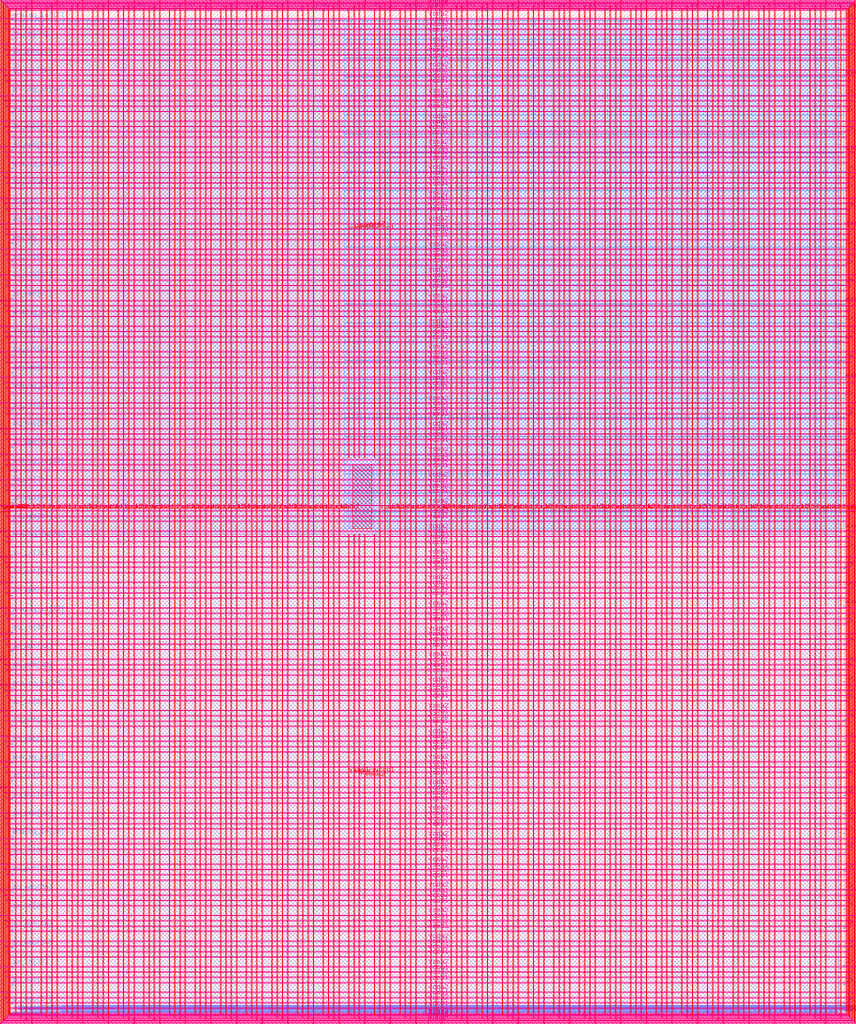
<source format=lef>
VERSION 5.7 ;
  NOWIREEXTENSIONATPIN ON ;
  DIVIDERCHAR "/" ;
  BUSBITCHARS "[]" ;
MACRO user_project_wrapper
  CLASS BLOCK ;
  FOREIGN user_project_wrapper ;
  ORIGIN 0.000 0.000 ;
  SIZE 2920.000 BY 3520.000 ;
  PIN analog_io[0]
    DIRECTION INOUT ;
    USE SIGNAL ;
    PORT
      LAYER met3 ;
        RECT 2917.600 1426.380 2924.800 1427.580 ;
    END
  END analog_io[0]
  PIN analog_io[10]
    DIRECTION INOUT ;
    USE SIGNAL ;
    PORT
      LAYER met2 ;
        RECT 2230.490 3517.600 2231.050 3524.800 ;
    END
  END analog_io[10]
  PIN analog_io[11]
    DIRECTION INOUT ;
    USE SIGNAL ;
    PORT
      LAYER met2 ;
        RECT 1905.730 3517.600 1906.290 3524.800 ;
    END
  END analog_io[11]
  PIN analog_io[12]
    DIRECTION INOUT ;
    USE SIGNAL ;
    PORT
      LAYER met2 ;
        RECT 1581.430 3517.600 1581.990 3524.800 ;
    END
  END analog_io[12]
  PIN analog_io[13]
    DIRECTION INOUT ;
    USE SIGNAL ;
    PORT
      LAYER met2 ;
        RECT 1257.130 3517.600 1257.690 3524.800 ;
    END
  END analog_io[13]
  PIN analog_io[14]
    DIRECTION INOUT ;
    USE SIGNAL ;
    PORT
      LAYER met2 ;
        RECT 932.370 3517.600 932.930 3524.800 ;
    END
  END analog_io[14]
  PIN analog_io[15]
    DIRECTION INOUT ;
    USE SIGNAL ;
    PORT
      LAYER met2 ;
        RECT 608.070 3517.600 608.630 3524.800 ;
    END
  END analog_io[15]
  PIN analog_io[16]
    DIRECTION INOUT ;
    USE SIGNAL ;
    PORT
      LAYER met2 ;
        RECT 283.770 3517.600 284.330 3524.800 ;
    END
  END analog_io[16]
  PIN analog_io[17]
    DIRECTION INOUT ;
    USE SIGNAL ;
    PORT
      LAYER met3 ;
        RECT -4.800 3486.100 2.400 3487.300 ;
    END
  END analog_io[17]
  PIN analog_io[18]
    DIRECTION INOUT ;
    USE SIGNAL ;
    PORT
      LAYER met3 ;
        RECT -4.800 3224.980 2.400 3226.180 ;
    END
  END analog_io[18]
  PIN analog_io[19]
    DIRECTION INOUT ;
    USE SIGNAL ;
    PORT
      LAYER met3 ;
        RECT -4.800 2964.540 2.400 2965.740 ;
    END
  END analog_io[19]
  PIN analog_io[1]
    DIRECTION INOUT ;
    USE SIGNAL ;
    PORT
      LAYER met3 ;
        RECT 2917.600 1692.260 2924.800 1693.460 ;
    END
  END analog_io[1]
  PIN analog_io[20]
    DIRECTION INOUT ;
    USE SIGNAL ;
    PORT
      LAYER met3 ;
        RECT -4.800 2703.420 2.400 2704.620 ;
    END
  END analog_io[20]
  PIN analog_io[21]
    DIRECTION INOUT ;
    USE SIGNAL ;
    PORT
      LAYER met3 ;
        RECT -4.800 2442.980 2.400 2444.180 ;
    END
  END analog_io[21]
  PIN analog_io[22]
    DIRECTION INOUT ;
    USE SIGNAL ;
    PORT
      LAYER met3 ;
        RECT -4.800 2182.540 2.400 2183.740 ;
    END
  END analog_io[22]
  PIN analog_io[23]
    DIRECTION INOUT ;
    USE SIGNAL ;
    PORT
      LAYER met3 ;
        RECT -4.800 1921.420 2.400 1922.620 ;
    END
  END analog_io[23]
  PIN analog_io[24]
    DIRECTION INOUT ;
    USE SIGNAL ;
    PORT
      LAYER met3 ;
        RECT -4.800 1660.980 2.400 1662.180 ;
    END
  END analog_io[24]
  PIN analog_io[25]
    DIRECTION INOUT ;
    USE SIGNAL ;
    PORT
      LAYER met3 ;
        RECT -4.800 1399.860 2.400 1401.060 ;
    END
  END analog_io[25]
  PIN analog_io[26]
    DIRECTION INOUT ;
    USE SIGNAL ;
    PORT
      LAYER met3 ;
        RECT -4.800 1139.420 2.400 1140.620 ;
    END
  END analog_io[26]
  PIN analog_io[27]
    DIRECTION INOUT ;
    USE SIGNAL ;
    PORT
      LAYER met3 ;
        RECT -4.800 878.980 2.400 880.180 ;
    END
  END analog_io[27]
  PIN analog_io[28]
    DIRECTION INOUT ;
    USE SIGNAL ;
    PORT
      LAYER met3 ;
        RECT -4.800 617.860 2.400 619.060 ;
    END
  END analog_io[28]
  PIN analog_io[2]
    DIRECTION INOUT ;
    USE SIGNAL ;
    PORT
      LAYER met3 ;
        RECT 2917.600 1958.140 2924.800 1959.340 ;
    END
  END analog_io[2]
  PIN analog_io[3]
    DIRECTION INOUT ;
    USE SIGNAL ;
    PORT
      LAYER met3 ;
        RECT 2917.600 2223.340 2924.800 2224.540 ;
    END
  END analog_io[3]
  PIN analog_io[4]
    DIRECTION INOUT ;
    USE SIGNAL ;
    PORT
      LAYER met3 ;
        RECT 2917.600 2489.220 2924.800 2490.420 ;
    END
  END analog_io[4]
  PIN analog_io[5]
    DIRECTION INOUT ;
    USE SIGNAL ;
    PORT
      LAYER met3 ;
        RECT 2917.600 2755.100 2924.800 2756.300 ;
    END
  END analog_io[5]
  PIN analog_io[6]
    DIRECTION INOUT ;
    USE SIGNAL ;
    PORT
      LAYER met3 ;
        RECT 2917.600 3020.300 2924.800 3021.500 ;
    END
  END analog_io[6]
  PIN analog_io[7]
    DIRECTION INOUT ;
    USE SIGNAL ;
    PORT
      LAYER met3 ;
        RECT 2917.600 3286.180 2924.800 3287.380 ;
    END
  END analog_io[7]
  PIN analog_io[8]
    DIRECTION INOUT ;
    USE SIGNAL ;
    PORT
      LAYER met2 ;
        RECT 2879.090 3517.600 2879.650 3524.800 ;
    END
  END analog_io[8]
  PIN analog_io[9]
    DIRECTION INOUT ;
    USE SIGNAL ;
    PORT
      LAYER met2 ;
        RECT 2554.790 3517.600 2555.350 3524.800 ;
    END
  END analog_io[9]
  PIN io_in[0]
    DIRECTION INPUT ;
    USE SIGNAL ;
    PORT
      LAYER met3 ;
        RECT 2917.600 32.380 2924.800 33.580 ;
    END
  END io_in[0]
  PIN io_in[10]
    DIRECTION INPUT ;
    USE SIGNAL ;
    PORT
      LAYER met3 ;
        RECT 2917.600 2289.980 2924.800 2291.180 ;
    END
  END io_in[10]
  PIN io_in[11]
    DIRECTION INPUT ;
    USE SIGNAL ;
    PORT
      LAYER met3 ;
        RECT 2917.600 2555.860 2924.800 2557.060 ;
    END
  END io_in[11]
  PIN io_in[12]
    DIRECTION INPUT ;
    USE SIGNAL ;
    PORT
      LAYER met3 ;
        RECT 2917.600 2821.060 2924.800 2822.260 ;
    END
  END io_in[12]
  PIN io_in[13]
    DIRECTION INPUT ;
    USE SIGNAL ;
    PORT
      LAYER met3 ;
        RECT 2917.600 3086.940 2924.800 3088.140 ;
    END
  END io_in[13]
  PIN io_in[14]
    DIRECTION INPUT ;
    USE SIGNAL ;
    PORT
      LAYER met3 ;
        RECT 2917.600 3352.820 2924.800 3354.020 ;
    END
  END io_in[14]
  PIN io_in[15]
    DIRECTION INPUT ;
    USE SIGNAL ;
    PORT
      LAYER met2 ;
        RECT 2798.130 3517.600 2798.690 3524.800 ;
    END
  END io_in[15]
  PIN io_in[16]
    DIRECTION INPUT ;
    USE SIGNAL ;
    PORT
      LAYER met2 ;
        RECT 2473.830 3517.600 2474.390 3524.800 ;
    END
  END io_in[16]
  PIN io_in[17]
    DIRECTION INPUT ;
    USE SIGNAL ;
    PORT
      LAYER met2 ;
        RECT 2149.070 3517.600 2149.630 3524.800 ;
    END
  END io_in[17]
  PIN io_in[18]
    DIRECTION INPUT ;
    USE SIGNAL ;
    PORT
      LAYER met2 ;
        RECT 1824.770 3517.600 1825.330 3524.800 ;
    END
  END io_in[18]
  PIN io_in[19]
    DIRECTION INPUT ;
    USE SIGNAL ;
    PORT
      LAYER met2 ;
        RECT 1500.470 3517.600 1501.030 3524.800 ;
    END
  END io_in[19]
  PIN io_in[1]
    DIRECTION INPUT ;
    USE SIGNAL ;
    PORT
      LAYER met3 ;
        RECT 2917.600 230.940 2924.800 232.140 ;
    END
  END io_in[1]
  PIN io_in[20]
    DIRECTION INPUT ;
    USE SIGNAL ;
    PORT
      LAYER met2 ;
        RECT 1175.710 3517.600 1176.270 3524.800 ;
    END
  END io_in[20]
  PIN io_in[21]
    DIRECTION INPUT ;
    USE SIGNAL ;
    PORT
      LAYER met2 ;
        RECT 851.410 3517.600 851.970 3524.800 ;
    END
  END io_in[21]
  PIN io_in[22]
    DIRECTION INPUT ;
    USE SIGNAL ;
    PORT
      LAYER met2 ;
        RECT 527.110 3517.600 527.670 3524.800 ;
    END
  END io_in[22]
  PIN io_in[23]
    DIRECTION INPUT ;
    USE SIGNAL ;
    PORT
      LAYER met2 ;
        RECT 202.350 3517.600 202.910 3524.800 ;
    END
  END io_in[23]
  PIN io_in[24]
    DIRECTION INPUT ;
    USE SIGNAL ;
    PORT
      LAYER met3 ;
        RECT -4.800 3420.820 2.400 3422.020 ;
    END
  END io_in[24]
  PIN io_in[25]
    DIRECTION INPUT ;
    USE SIGNAL ;
    PORT
      LAYER met3 ;
        RECT -4.800 3159.700 2.400 3160.900 ;
    END
  END io_in[25]
  PIN io_in[26]
    DIRECTION INPUT ;
    USE SIGNAL ;
    PORT
      LAYER met3 ;
        RECT -4.800 2899.260 2.400 2900.460 ;
    END
  END io_in[26]
  PIN io_in[27]
    DIRECTION INPUT ;
    USE SIGNAL ;
    PORT
      LAYER met3 ;
        RECT -4.800 2638.820 2.400 2640.020 ;
    END
  END io_in[27]
  PIN io_in[28]
    DIRECTION INPUT ;
    USE SIGNAL ;
    PORT
      LAYER met3 ;
        RECT -4.800 2377.700 2.400 2378.900 ;
    END
  END io_in[28]
  PIN io_in[29]
    DIRECTION INPUT ;
    USE SIGNAL ;
    PORT
      LAYER met3 ;
        RECT -4.800 2117.260 2.400 2118.460 ;
    END
  END io_in[29]
  PIN io_in[2]
    DIRECTION INPUT ;
    USE SIGNAL ;
    PORT
      LAYER met3 ;
        RECT 2917.600 430.180 2924.800 431.380 ;
    END
  END io_in[2]
  PIN io_in[30]
    DIRECTION INPUT ;
    USE SIGNAL ;
    PORT
      LAYER met3 ;
        RECT -4.800 1856.140 2.400 1857.340 ;
    END
  END io_in[30]
  PIN io_in[31]
    DIRECTION INPUT ;
    USE SIGNAL ;
    PORT
      LAYER met3 ;
        RECT -4.800 1595.700 2.400 1596.900 ;
    END
  END io_in[31]
  PIN io_in[32]
    DIRECTION INPUT ;
    USE SIGNAL ;
    PORT
      LAYER met3 ;
        RECT -4.800 1335.260 2.400 1336.460 ;
    END
  END io_in[32]
  PIN io_in[33]
    DIRECTION INPUT ;
    USE SIGNAL ;
    PORT
      LAYER met3 ;
        RECT -4.800 1074.140 2.400 1075.340 ;
    END
  END io_in[33]
  PIN io_in[34]
    DIRECTION INPUT ;
    USE SIGNAL ;
    PORT
      LAYER met3 ;
        RECT -4.800 813.700 2.400 814.900 ;
    END
  END io_in[34]
  PIN io_in[35]
    DIRECTION INPUT ;
    USE SIGNAL ;
    PORT
      LAYER met3 ;
        RECT -4.800 552.580 2.400 553.780 ;
    END
  END io_in[35]
  PIN io_in[36]
    DIRECTION INPUT ;
    USE SIGNAL ;
    PORT
      LAYER met3 ;
        RECT -4.800 357.420 2.400 358.620 ;
    END
  END io_in[36]
  PIN io_in[37]
    DIRECTION INPUT ;
    USE SIGNAL ;
    PORT
      LAYER met3 ;
        RECT -4.800 161.580 2.400 162.780 ;
    END
  END io_in[37]
  PIN io_in[3]
    DIRECTION INPUT ;
    USE SIGNAL ;
    PORT
      LAYER met3 ;
        RECT 2917.600 629.420 2924.800 630.620 ;
    END
  END io_in[3]
  PIN io_in[4]
    DIRECTION INPUT ;
    USE SIGNAL ;
    PORT
      LAYER met3 ;
        RECT 2917.600 828.660 2924.800 829.860 ;
    END
  END io_in[4]
  PIN io_in[5]
    DIRECTION INPUT ;
    USE SIGNAL ;
    PORT
      LAYER met3 ;
        RECT 2917.600 1027.900 2924.800 1029.100 ;
    END
  END io_in[5]
  PIN io_in[6]
    DIRECTION INPUT ;
    USE SIGNAL ;
    PORT
      LAYER met3 ;
        RECT 2917.600 1227.140 2924.800 1228.340 ;
    END
  END io_in[6]
  PIN io_in[7]
    DIRECTION INPUT ;
    USE SIGNAL ;
    PORT
      LAYER met3 ;
        RECT 2917.600 1493.020 2924.800 1494.220 ;
    END
  END io_in[7]
  PIN io_in[8]
    DIRECTION INPUT ;
    USE SIGNAL ;
    PORT
      LAYER met3 ;
        RECT 2917.600 1758.900 2924.800 1760.100 ;
    END
  END io_in[8]
  PIN io_in[9]
    DIRECTION INPUT ;
    USE SIGNAL ;
    PORT
      LAYER met3 ;
        RECT 2917.600 2024.100 2924.800 2025.300 ;
    END
  END io_in[9]
  PIN io_oeb[0]
    DIRECTION OUTPUT TRISTATE ;
    USE SIGNAL ;
    PORT
      LAYER met3 ;
        RECT 2917.600 164.980 2924.800 166.180 ;
    END
  END io_oeb[0]
  PIN io_oeb[10]
    DIRECTION OUTPUT TRISTATE ;
    USE SIGNAL ;
    PORT
      LAYER met3 ;
        RECT 2917.600 2422.580 2924.800 2423.780 ;
    END
  END io_oeb[10]
  PIN io_oeb[11]
    DIRECTION OUTPUT TRISTATE ;
    USE SIGNAL ;
    PORT
      LAYER met3 ;
        RECT 2917.600 2688.460 2924.800 2689.660 ;
    END
  END io_oeb[11]
  PIN io_oeb[12]
    DIRECTION OUTPUT TRISTATE ;
    USE SIGNAL ;
    PORT
      LAYER met3 ;
        RECT 2917.600 2954.340 2924.800 2955.540 ;
    END
  END io_oeb[12]
  PIN io_oeb[13]
    DIRECTION OUTPUT TRISTATE ;
    USE SIGNAL ;
    PORT
      LAYER met3 ;
        RECT 2917.600 3219.540 2924.800 3220.740 ;
    END
  END io_oeb[13]
  PIN io_oeb[14]
    DIRECTION OUTPUT TRISTATE ;
    USE SIGNAL ;
    PORT
      LAYER met3 ;
        RECT 2917.600 3485.420 2924.800 3486.620 ;
    END
  END io_oeb[14]
  PIN io_oeb[15]
    DIRECTION OUTPUT TRISTATE ;
    USE SIGNAL ;
    PORT
      LAYER met2 ;
        RECT 2635.750 3517.600 2636.310 3524.800 ;
    END
  END io_oeb[15]
  PIN io_oeb[16]
    DIRECTION OUTPUT TRISTATE ;
    USE SIGNAL ;
    PORT
      LAYER met2 ;
        RECT 2311.450 3517.600 2312.010 3524.800 ;
    END
  END io_oeb[16]
  PIN io_oeb[17]
    DIRECTION OUTPUT TRISTATE ;
    USE SIGNAL ;
    PORT
      LAYER met2 ;
        RECT 1987.150 3517.600 1987.710 3524.800 ;
    END
  END io_oeb[17]
  PIN io_oeb[18]
    DIRECTION OUTPUT TRISTATE ;
    USE SIGNAL ;
    PORT
      LAYER met2 ;
        RECT 1662.390 3517.600 1662.950 3524.800 ;
    END
  END io_oeb[18]
  PIN io_oeb[19]
    DIRECTION OUTPUT TRISTATE ;
    USE SIGNAL ;
    PORT
      LAYER met2 ;
        RECT 1338.090 3517.600 1338.650 3524.800 ;
    END
  END io_oeb[19]
  PIN io_oeb[1]
    DIRECTION OUTPUT TRISTATE ;
    USE SIGNAL ;
    PORT
      LAYER met3 ;
        RECT 2917.600 364.220 2924.800 365.420 ;
    END
  END io_oeb[1]
  PIN io_oeb[20]
    DIRECTION OUTPUT TRISTATE ;
    USE SIGNAL ;
    PORT
      LAYER met2 ;
        RECT 1013.790 3517.600 1014.350 3524.800 ;
    END
  END io_oeb[20]
  PIN io_oeb[21]
    DIRECTION OUTPUT TRISTATE ;
    USE SIGNAL ;
    PORT
      LAYER met2 ;
        RECT 689.030 3517.600 689.590 3524.800 ;
    END
  END io_oeb[21]
  PIN io_oeb[22]
    DIRECTION OUTPUT TRISTATE ;
    USE SIGNAL ;
    PORT
      LAYER met2 ;
        RECT 364.730 3517.600 365.290 3524.800 ;
    END
  END io_oeb[22]
  PIN io_oeb[23]
    DIRECTION OUTPUT TRISTATE ;
    USE SIGNAL ;
    PORT
      LAYER met2 ;
        RECT 40.430 3517.600 40.990 3524.800 ;
    END
  END io_oeb[23]
  PIN io_oeb[24]
    DIRECTION OUTPUT TRISTATE ;
    USE SIGNAL ;
    PORT
      LAYER met3 ;
        RECT -4.800 3290.260 2.400 3291.460 ;
    END
  END io_oeb[24]
  PIN io_oeb[25]
    DIRECTION OUTPUT TRISTATE ;
    USE SIGNAL ;
    PORT
      LAYER met3 ;
        RECT -4.800 3029.820 2.400 3031.020 ;
    END
  END io_oeb[25]
  PIN io_oeb[26]
    DIRECTION OUTPUT TRISTATE ;
    USE SIGNAL ;
    PORT
      LAYER met3 ;
        RECT -4.800 2768.700 2.400 2769.900 ;
    END
  END io_oeb[26]
  PIN io_oeb[27]
    DIRECTION OUTPUT TRISTATE ;
    USE SIGNAL ;
    PORT
      LAYER met3 ;
        RECT -4.800 2508.260 2.400 2509.460 ;
    END
  END io_oeb[27]
  PIN io_oeb[28]
    DIRECTION OUTPUT TRISTATE ;
    USE SIGNAL ;
    PORT
      LAYER met3 ;
        RECT -4.800 2247.140 2.400 2248.340 ;
    END
  END io_oeb[28]
  PIN io_oeb[29]
    DIRECTION OUTPUT TRISTATE ;
    USE SIGNAL ;
    PORT
      LAYER met3 ;
        RECT -4.800 1986.700 2.400 1987.900 ;
    END
  END io_oeb[29]
  PIN io_oeb[2]
    DIRECTION OUTPUT TRISTATE ;
    USE SIGNAL ;
    PORT
      LAYER met3 ;
        RECT 2917.600 563.460 2924.800 564.660 ;
    END
  END io_oeb[2]
  PIN io_oeb[30]
    DIRECTION OUTPUT TRISTATE ;
    USE SIGNAL ;
    PORT
      LAYER met3 ;
        RECT -4.800 1726.260 2.400 1727.460 ;
    END
  END io_oeb[30]
  PIN io_oeb[31]
    DIRECTION OUTPUT TRISTATE ;
    USE SIGNAL ;
    PORT
      LAYER met3 ;
        RECT -4.800 1465.140 2.400 1466.340 ;
    END
  END io_oeb[31]
  PIN io_oeb[32]
    DIRECTION OUTPUT TRISTATE ;
    USE SIGNAL ;
    PORT
      LAYER met3 ;
        RECT -4.800 1204.700 2.400 1205.900 ;
    END
  END io_oeb[32]
  PIN io_oeb[33]
    DIRECTION OUTPUT TRISTATE ;
    USE SIGNAL ;
    PORT
      LAYER met3 ;
        RECT -4.800 943.580 2.400 944.780 ;
    END
  END io_oeb[33]
  PIN io_oeb[34]
    DIRECTION OUTPUT TRISTATE ;
    USE SIGNAL ;
    PORT
      LAYER met3 ;
        RECT -4.800 683.140 2.400 684.340 ;
    END
  END io_oeb[34]
  PIN io_oeb[35]
    DIRECTION OUTPUT TRISTATE ;
    USE SIGNAL ;
    PORT
      LAYER met3 ;
        RECT -4.800 422.700 2.400 423.900 ;
    END
  END io_oeb[35]
  PIN io_oeb[36]
    DIRECTION OUTPUT TRISTATE ;
    USE SIGNAL ;
    PORT
      LAYER met3 ;
        RECT -4.800 226.860 2.400 228.060 ;
    END
  END io_oeb[36]
  PIN io_oeb[37]
    DIRECTION OUTPUT TRISTATE ;
    USE SIGNAL ;
    PORT
      LAYER met3 ;
        RECT -4.800 31.700 2.400 32.900 ;
    END
  END io_oeb[37]
  PIN io_oeb[3]
    DIRECTION OUTPUT TRISTATE ;
    USE SIGNAL ;
    PORT
      LAYER met3 ;
        RECT 2917.600 762.700 2924.800 763.900 ;
    END
  END io_oeb[3]
  PIN io_oeb[4]
    DIRECTION OUTPUT TRISTATE ;
    USE SIGNAL ;
    PORT
      LAYER met3 ;
        RECT 2917.600 961.940 2924.800 963.140 ;
    END
  END io_oeb[4]
  PIN io_oeb[5]
    DIRECTION OUTPUT TRISTATE ;
    USE SIGNAL ;
    PORT
      LAYER met3 ;
        RECT 2917.600 1161.180 2924.800 1162.380 ;
    END
  END io_oeb[5]
  PIN io_oeb[6]
    DIRECTION OUTPUT TRISTATE ;
    USE SIGNAL ;
    PORT
      LAYER met3 ;
        RECT 2917.600 1360.420 2924.800 1361.620 ;
    END
  END io_oeb[6]
  PIN io_oeb[7]
    DIRECTION OUTPUT TRISTATE ;
    USE SIGNAL ;
    PORT
      LAYER met3 ;
        RECT 2917.600 1625.620 2924.800 1626.820 ;
    END
  END io_oeb[7]
  PIN io_oeb[8]
    DIRECTION OUTPUT TRISTATE ;
    USE SIGNAL ;
    PORT
      LAYER met3 ;
        RECT 2917.600 1891.500 2924.800 1892.700 ;
    END
  END io_oeb[8]
  PIN io_oeb[9]
    DIRECTION OUTPUT TRISTATE ;
    USE SIGNAL ;
    PORT
      LAYER met3 ;
        RECT 2917.600 2157.380 2924.800 2158.580 ;
    END
  END io_oeb[9]
  PIN io_out[0]
    DIRECTION OUTPUT TRISTATE ;
    USE SIGNAL ;
    PORT
      LAYER met3 ;
        RECT 2917.600 98.340 2924.800 99.540 ;
    END
  END io_out[0]
  PIN io_out[10]
    DIRECTION OUTPUT TRISTATE ;
    USE SIGNAL ;
    PORT
      LAYER met3 ;
        RECT 2917.600 2356.620 2924.800 2357.820 ;
    END
  END io_out[10]
  PIN io_out[11]
    DIRECTION OUTPUT TRISTATE ;
    USE SIGNAL ;
    PORT
      LAYER met3 ;
        RECT 2917.600 2621.820 2924.800 2623.020 ;
    END
  END io_out[11]
  PIN io_out[12]
    DIRECTION OUTPUT TRISTATE ;
    USE SIGNAL ;
    PORT
      LAYER met3 ;
        RECT 2917.600 2887.700 2924.800 2888.900 ;
    END
  END io_out[12]
  PIN io_out[13]
    DIRECTION OUTPUT TRISTATE ;
    USE SIGNAL ;
    PORT
      LAYER met3 ;
        RECT 2917.600 3153.580 2924.800 3154.780 ;
    END
  END io_out[13]
  PIN io_out[14]
    DIRECTION OUTPUT TRISTATE ;
    USE SIGNAL ;
    PORT
      LAYER met3 ;
        RECT 2917.600 3418.780 2924.800 3419.980 ;
    END
  END io_out[14]
  PIN io_out[15]
    DIRECTION OUTPUT TRISTATE ;
    USE SIGNAL ;
    PORT
      LAYER met2 ;
        RECT 2717.170 3517.600 2717.730 3524.800 ;
    END
  END io_out[15]
  PIN io_out[16]
    DIRECTION OUTPUT TRISTATE ;
    USE SIGNAL ;
    PORT
      LAYER met2 ;
        RECT 2392.410 3517.600 2392.970 3524.800 ;
    END
  END io_out[16]
  PIN io_out[17]
    DIRECTION OUTPUT TRISTATE ;
    USE SIGNAL ;
    PORT
      LAYER met2 ;
        RECT 2068.110 3517.600 2068.670 3524.800 ;
    END
  END io_out[17]
  PIN io_out[18]
    DIRECTION OUTPUT TRISTATE ;
    USE SIGNAL ;
    PORT
      LAYER met2 ;
        RECT 1743.810 3517.600 1744.370 3524.800 ;
    END
  END io_out[18]
  PIN io_out[19]
    DIRECTION OUTPUT TRISTATE ;
    USE SIGNAL ;
    PORT
      LAYER met2 ;
        RECT 1419.050 3517.600 1419.610 3524.800 ;
    END
  END io_out[19]
  PIN io_out[1]
    DIRECTION OUTPUT TRISTATE ;
    USE SIGNAL ;
    PORT
      LAYER met3 ;
        RECT 2917.600 297.580 2924.800 298.780 ;
    END
  END io_out[1]
  PIN io_out[20]
    DIRECTION OUTPUT TRISTATE ;
    USE SIGNAL ;
    PORT
      LAYER met2 ;
        RECT 1094.750 3517.600 1095.310 3524.800 ;
    END
  END io_out[20]
  PIN io_out[21]
    DIRECTION OUTPUT TRISTATE ;
    USE SIGNAL ;
    PORT
      LAYER met2 ;
        RECT 770.450 3517.600 771.010 3524.800 ;
    END
  END io_out[21]
  PIN io_out[22]
    DIRECTION OUTPUT TRISTATE ;
    USE SIGNAL ;
    PORT
      LAYER met2 ;
        RECT 445.690 3517.600 446.250 3524.800 ;
    END
  END io_out[22]
  PIN io_out[23]
    DIRECTION OUTPUT TRISTATE ;
    USE SIGNAL ;
    PORT
      LAYER met2 ;
        RECT 121.390 3517.600 121.950 3524.800 ;
    END
  END io_out[23]
  PIN io_out[24]
    DIRECTION OUTPUT TRISTATE ;
    USE SIGNAL ;
    PORT
      LAYER met3 ;
        RECT -4.800 3355.540 2.400 3356.740 ;
    END
  END io_out[24]
  PIN io_out[25]
    DIRECTION OUTPUT TRISTATE ;
    USE SIGNAL ;
    PORT
      LAYER met3 ;
        RECT -4.800 3095.100 2.400 3096.300 ;
    END
  END io_out[25]
  PIN io_out[26]
    DIRECTION OUTPUT TRISTATE ;
    USE SIGNAL ;
    PORT
      LAYER met3 ;
        RECT -4.800 2833.980 2.400 2835.180 ;
    END
  END io_out[26]
  PIN io_out[27]
    DIRECTION OUTPUT TRISTATE ;
    USE SIGNAL ;
    PORT
      LAYER met3 ;
        RECT -4.800 2573.540 2.400 2574.740 ;
    END
  END io_out[27]
  PIN io_out[28]
    DIRECTION OUTPUT TRISTATE ;
    USE SIGNAL ;
    PORT
      LAYER met3 ;
        RECT -4.800 2312.420 2.400 2313.620 ;
    END
  END io_out[28]
  PIN io_out[29]
    DIRECTION OUTPUT TRISTATE ;
    USE SIGNAL ;
    PORT
      LAYER met3 ;
        RECT -4.800 2051.980 2.400 2053.180 ;
    END
  END io_out[29]
  PIN io_out[2]
    DIRECTION OUTPUT TRISTATE ;
    USE SIGNAL ;
    PORT
      LAYER met3 ;
        RECT 2917.600 496.820 2924.800 498.020 ;
    END
  END io_out[2]
  PIN io_out[30]
    DIRECTION OUTPUT TRISTATE ;
    USE SIGNAL ;
    PORT
      LAYER met3 ;
        RECT -4.800 1791.540 2.400 1792.740 ;
    END
  END io_out[30]
  PIN io_out[31]
    DIRECTION OUTPUT TRISTATE ;
    USE SIGNAL ;
    PORT
      LAYER met3 ;
        RECT -4.800 1530.420 2.400 1531.620 ;
    END
  END io_out[31]
  PIN io_out[32]
    DIRECTION OUTPUT TRISTATE ;
    USE SIGNAL ;
    PORT
      LAYER met3 ;
        RECT -4.800 1269.980 2.400 1271.180 ;
    END
  END io_out[32]
  PIN io_out[33]
    DIRECTION OUTPUT TRISTATE ;
    USE SIGNAL ;
    PORT
      LAYER met3 ;
        RECT -4.800 1008.860 2.400 1010.060 ;
    END
  END io_out[33]
  PIN io_out[34]
    DIRECTION OUTPUT TRISTATE ;
    USE SIGNAL ;
    PORT
      LAYER met3 ;
        RECT -4.800 748.420 2.400 749.620 ;
    END
  END io_out[34]
  PIN io_out[35]
    DIRECTION OUTPUT TRISTATE ;
    USE SIGNAL ;
    PORT
      LAYER met3 ;
        RECT -4.800 487.300 2.400 488.500 ;
    END
  END io_out[35]
  PIN io_out[36]
    DIRECTION OUTPUT TRISTATE ;
    USE SIGNAL ;
    PORT
      LAYER met3 ;
        RECT -4.800 292.140 2.400 293.340 ;
    END
  END io_out[36]
  PIN io_out[37]
    DIRECTION OUTPUT TRISTATE ;
    USE SIGNAL ;
    PORT
      LAYER met3 ;
        RECT -4.800 96.300 2.400 97.500 ;
    END
  END io_out[37]
  PIN io_out[3]
    DIRECTION OUTPUT TRISTATE ;
    USE SIGNAL ;
    PORT
      LAYER met3 ;
        RECT 2917.600 696.060 2924.800 697.260 ;
    END
  END io_out[3]
  PIN io_out[4]
    DIRECTION OUTPUT TRISTATE ;
    USE SIGNAL ;
    PORT
      LAYER met3 ;
        RECT 2917.600 895.300 2924.800 896.500 ;
    END
  END io_out[4]
  PIN io_out[5]
    DIRECTION OUTPUT TRISTATE ;
    USE SIGNAL ;
    PORT
      LAYER met3 ;
        RECT 2917.600 1094.540 2924.800 1095.740 ;
    END
  END io_out[5]
  PIN io_out[6]
    DIRECTION OUTPUT TRISTATE ;
    USE SIGNAL ;
    PORT
      LAYER met3 ;
        RECT 2917.600 1293.780 2924.800 1294.980 ;
    END
  END io_out[6]
  PIN io_out[7]
    DIRECTION OUTPUT TRISTATE ;
    USE SIGNAL ;
    PORT
      LAYER met3 ;
        RECT 2917.600 1559.660 2924.800 1560.860 ;
    END
  END io_out[7]
  PIN io_out[8]
    DIRECTION OUTPUT TRISTATE ;
    USE SIGNAL ;
    PORT
      LAYER met3 ;
        RECT 2917.600 1824.860 2924.800 1826.060 ;
    END
  END io_out[8]
  PIN io_out[9]
    DIRECTION OUTPUT TRISTATE ;
    USE SIGNAL ;
    PORT
      LAYER met3 ;
        RECT 2917.600 2090.740 2924.800 2091.940 ;
    END
  END io_out[9]
  PIN la_data_in[0]
    DIRECTION INPUT ;
    USE SIGNAL ;
    PORT
      LAYER met2 ;
        RECT 629.230 -4.800 629.790 2.400 ;
    END
  END la_data_in[0]
  PIN la_data_in[100]
    DIRECTION INPUT ;
    USE SIGNAL ;
    PORT
      LAYER met2 ;
        RECT 2402.530 -4.800 2403.090 2.400 ;
    END
  END la_data_in[100]
  PIN la_data_in[101]
    DIRECTION INPUT ;
    USE SIGNAL ;
    PORT
      LAYER met2 ;
        RECT 2420.010 -4.800 2420.570 2.400 ;
    END
  END la_data_in[101]
  PIN la_data_in[102]
    DIRECTION INPUT ;
    USE SIGNAL ;
    PORT
      LAYER met2 ;
        RECT 2437.950 -4.800 2438.510 2.400 ;
    END
  END la_data_in[102]
  PIN la_data_in[103]
    DIRECTION INPUT ;
    USE SIGNAL ;
    PORT
      LAYER met2 ;
        RECT 2455.430 -4.800 2455.990 2.400 ;
    END
  END la_data_in[103]
  PIN la_data_in[104]
    DIRECTION INPUT ;
    USE SIGNAL ;
    PORT
      LAYER met2 ;
        RECT 2473.370 -4.800 2473.930 2.400 ;
    END
  END la_data_in[104]
  PIN la_data_in[105]
    DIRECTION INPUT ;
    USE SIGNAL ;
    PORT
      LAYER met2 ;
        RECT 2490.850 -4.800 2491.410 2.400 ;
    END
  END la_data_in[105]
  PIN la_data_in[106]
    DIRECTION INPUT ;
    USE SIGNAL ;
    PORT
      LAYER met2 ;
        RECT 2508.790 -4.800 2509.350 2.400 ;
    END
  END la_data_in[106]
  PIN la_data_in[107]
    DIRECTION INPUT ;
    USE SIGNAL ;
    PORT
      LAYER met2 ;
        RECT 2526.730 -4.800 2527.290 2.400 ;
    END
  END la_data_in[107]
  PIN la_data_in[108]
    DIRECTION INPUT ;
    USE SIGNAL ;
    PORT
      LAYER met2 ;
        RECT 2544.210 -4.800 2544.770 2.400 ;
    END
  END la_data_in[108]
  PIN la_data_in[109]
    DIRECTION INPUT ;
    USE SIGNAL ;
    PORT
      LAYER met2 ;
        RECT 2562.150 -4.800 2562.710 2.400 ;
    END
  END la_data_in[109]
  PIN la_data_in[10]
    DIRECTION INPUT ;
    USE SIGNAL ;
    PORT
      LAYER met2 ;
        RECT 806.330 -4.800 806.890 2.400 ;
    END
  END la_data_in[10]
  PIN la_data_in[110]
    DIRECTION INPUT ;
    USE SIGNAL ;
    PORT
      LAYER met2 ;
        RECT 2579.630 -4.800 2580.190 2.400 ;
    END
  END la_data_in[110]
  PIN la_data_in[111]
    DIRECTION INPUT ;
    USE SIGNAL ;
    PORT
      LAYER met2 ;
        RECT 2597.570 -4.800 2598.130 2.400 ;
    END
  END la_data_in[111]
  PIN la_data_in[112]
    DIRECTION INPUT ;
    USE SIGNAL ;
    PORT
      LAYER met2 ;
        RECT 2615.050 -4.800 2615.610 2.400 ;
    END
  END la_data_in[112]
  PIN la_data_in[113]
    DIRECTION INPUT ;
    USE SIGNAL ;
    PORT
      LAYER met2 ;
        RECT 2632.990 -4.800 2633.550 2.400 ;
    END
  END la_data_in[113]
  PIN la_data_in[114]
    DIRECTION INPUT ;
    USE SIGNAL ;
    PORT
      LAYER met2 ;
        RECT 2650.470 -4.800 2651.030 2.400 ;
    END
  END la_data_in[114]
  PIN la_data_in[115]
    DIRECTION INPUT ;
    USE SIGNAL ;
    PORT
      LAYER met2 ;
        RECT 2668.410 -4.800 2668.970 2.400 ;
    END
  END la_data_in[115]
  PIN la_data_in[116]
    DIRECTION INPUT ;
    USE SIGNAL ;
    PORT
      LAYER met2 ;
        RECT 2685.890 -4.800 2686.450 2.400 ;
    END
  END la_data_in[116]
  PIN la_data_in[117]
    DIRECTION INPUT ;
    USE SIGNAL ;
    PORT
      LAYER met2 ;
        RECT 2703.830 -4.800 2704.390 2.400 ;
    END
  END la_data_in[117]
  PIN la_data_in[118]
    DIRECTION INPUT ;
    USE SIGNAL ;
    PORT
      LAYER met2 ;
        RECT 2721.770 -4.800 2722.330 2.400 ;
    END
  END la_data_in[118]
  PIN la_data_in[119]
    DIRECTION INPUT ;
    USE SIGNAL ;
    PORT
      LAYER met2 ;
        RECT 2739.250 -4.800 2739.810 2.400 ;
    END
  END la_data_in[119]
  PIN la_data_in[11]
    DIRECTION INPUT ;
    USE SIGNAL ;
    PORT
      LAYER met2 ;
        RECT 824.270 -4.800 824.830 2.400 ;
    END
  END la_data_in[11]
  PIN la_data_in[120]
    DIRECTION INPUT ;
    USE SIGNAL ;
    PORT
      LAYER met2 ;
        RECT 2757.190 -4.800 2757.750 2.400 ;
    END
  END la_data_in[120]
  PIN la_data_in[121]
    DIRECTION INPUT ;
    USE SIGNAL ;
    PORT
      LAYER met2 ;
        RECT 2774.670 -4.800 2775.230 2.400 ;
    END
  END la_data_in[121]
  PIN la_data_in[122]
    DIRECTION INPUT ;
    USE SIGNAL ;
    PORT
      LAYER met2 ;
        RECT 2792.610 -4.800 2793.170 2.400 ;
    END
  END la_data_in[122]
  PIN la_data_in[123]
    DIRECTION INPUT ;
    USE SIGNAL ;
    PORT
      LAYER met2 ;
        RECT 2810.090 -4.800 2810.650 2.400 ;
    END
  END la_data_in[123]
  PIN la_data_in[124]
    DIRECTION INPUT ;
    USE SIGNAL ;
    PORT
      LAYER met2 ;
        RECT 2828.030 -4.800 2828.590 2.400 ;
    END
  END la_data_in[124]
  PIN la_data_in[125]
    DIRECTION INPUT ;
    USE SIGNAL ;
    PORT
      LAYER met2 ;
        RECT 2845.510 -4.800 2846.070 2.400 ;
    END
  END la_data_in[125]
  PIN la_data_in[126]
    DIRECTION INPUT ;
    USE SIGNAL ;
    PORT
      LAYER met2 ;
        RECT 2863.450 -4.800 2864.010 2.400 ;
    END
  END la_data_in[126]
  PIN la_data_in[127]
    DIRECTION INPUT ;
    USE SIGNAL ;
    PORT
      LAYER met2 ;
        RECT 2881.390 -4.800 2881.950 2.400 ;
    END
  END la_data_in[127]
  PIN la_data_in[12]
    DIRECTION INPUT ;
    USE SIGNAL ;
    PORT
      LAYER met2 ;
        RECT 841.750 -4.800 842.310 2.400 ;
    END
  END la_data_in[12]
  PIN la_data_in[13]
    DIRECTION INPUT ;
    USE SIGNAL ;
    PORT
      LAYER met2 ;
        RECT 859.690 -4.800 860.250 2.400 ;
    END
  END la_data_in[13]
  PIN la_data_in[14]
    DIRECTION INPUT ;
    USE SIGNAL ;
    PORT
      LAYER met2 ;
        RECT 877.170 -4.800 877.730 2.400 ;
    END
  END la_data_in[14]
  PIN la_data_in[15]
    DIRECTION INPUT ;
    USE SIGNAL ;
    PORT
      LAYER met2 ;
        RECT 895.110 -4.800 895.670 2.400 ;
    END
  END la_data_in[15]
  PIN la_data_in[16]
    DIRECTION INPUT ;
    USE SIGNAL ;
    PORT
      LAYER met2 ;
        RECT 912.590 -4.800 913.150 2.400 ;
    END
  END la_data_in[16]
  PIN la_data_in[17]
    DIRECTION INPUT ;
    USE SIGNAL ;
    PORT
      LAYER met2 ;
        RECT 930.530 -4.800 931.090 2.400 ;
    END
  END la_data_in[17]
  PIN la_data_in[18]
    DIRECTION INPUT ;
    USE SIGNAL ;
    PORT
      LAYER met2 ;
        RECT 948.470 -4.800 949.030 2.400 ;
    END
  END la_data_in[18]
  PIN la_data_in[19]
    DIRECTION INPUT ;
    USE SIGNAL ;
    PORT
      LAYER met2 ;
        RECT 965.950 -4.800 966.510 2.400 ;
    END
  END la_data_in[19]
  PIN la_data_in[1]
    DIRECTION INPUT ;
    USE SIGNAL ;
    PORT
      LAYER met2 ;
        RECT 646.710 -4.800 647.270 2.400 ;
    END
  END la_data_in[1]
  PIN la_data_in[20]
    DIRECTION INPUT ;
    USE SIGNAL ;
    PORT
      LAYER met2 ;
        RECT 983.890 -4.800 984.450 2.400 ;
    END
  END la_data_in[20]
  PIN la_data_in[21]
    DIRECTION INPUT ;
    USE SIGNAL ;
    PORT
      LAYER met2 ;
        RECT 1001.370 -4.800 1001.930 2.400 ;
    END
  END la_data_in[21]
  PIN la_data_in[22]
    DIRECTION INPUT ;
    USE SIGNAL ;
    PORT
      LAYER met2 ;
        RECT 1019.310 -4.800 1019.870 2.400 ;
    END
  END la_data_in[22]
  PIN la_data_in[23]
    DIRECTION INPUT ;
    USE SIGNAL ;
    PORT
      LAYER met2 ;
        RECT 1036.790 -4.800 1037.350 2.400 ;
    END
  END la_data_in[23]
  PIN la_data_in[24]
    DIRECTION INPUT ;
    USE SIGNAL ;
    PORT
      LAYER met2 ;
        RECT 1054.730 -4.800 1055.290 2.400 ;
    END
  END la_data_in[24]
  PIN la_data_in[25]
    DIRECTION INPUT ;
    USE SIGNAL ;
    PORT
      LAYER met2 ;
        RECT 1072.210 -4.800 1072.770 2.400 ;
    END
  END la_data_in[25]
  PIN la_data_in[26]
    DIRECTION INPUT ;
    USE SIGNAL ;
    PORT
      LAYER met2 ;
        RECT 1090.150 -4.800 1090.710 2.400 ;
    END
  END la_data_in[26]
  PIN la_data_in[27]
    DIRECTION INPUT ;
    USE SIGNAL ;
    PORT
      LAYER met2 ;
        RECT 1107.630 -4.800 1108.190 2.400 ;
    END
  END la_data_in[27]
  PIN la_data_in[28]
    DIRECTION INPUT ;
    USE SIGNAL ;
    PORT
      LAYER met2 ;
        RECT 1125.570 -4.800 1126.130 2.400 ;
    END
  END la_data_in[28]
  PIN la_data_in[29]
    DIRECTION INPUT ;
    USE SIGNAL ;
    PORT
      LAYER met2 ;
        RECT 1143.510 -4.800 1144.070 2.400 ;
    END
  END la_data_in[29]
  PIN la_data_in[2]
    DIRECTION INPUT ;
    USE SIGNAL ;
    PORT
      LAYER met2 ;
        RECT 664.650 -4.800 665.210 2.400 ;
    END
  END la_data_in[2]
  PIN la_data_in[30]
    DIRECTION INPUT ;
    USE SIGNAL ;
    PORT
      LAYER met2 ;
        RECT 1160.990 -4.800 1161.550 2.400 ;
    END
  END la_data_in[30]
  PIN la_data_in[31]
    DIRECTION INPUT ;
    USE SIGNAL ;
    PORT
      LAYER met2 ;
        RECT 1178.930 -4.800 1179.490 2.400 ;
    END
  END la_data_in[31]
  PIN la_data_in[32]
    DIRECTION INPUT ;
    USE SIGNAL ;
    PORT
      LAYER met2 ;
        RECT 1196.410 -4.800 1196.970 2.400 ;
    END
  END la_data_in[32]
  PIN la_data_in[33]
    DIRECTION INPUT ;
    USE SIGNAL ;
    PORT
      LAYER met2 ;
        RECT 1214.350 -4.800 1214.910 2.400 ;
    END
  END la_data_in[33]
  PIN la_data_in[34]
    DIRECTION INPUT ;
    USE SIGNAL ;
    PORT
      LAYER met2 ;
        RECT 1231.830 -4.800 1232.390 2.400 ;
    END
  END la_data_in[34]
  PIN la_data_in[35]
    DIRECTION INPUT ;
    USE SIGNAL ;
    PORT
      LAYER met2 ;
        RECT 1249.770 -4.800 1250.330 2.400 ;
    END
  END la_data_in[35]
  PIN la_data_in[36]
    DIRECTION INPUT ;
    USE SIGNAL ;
    PORT
      LAYER met2 ;
        RECT 1267.250 -4.800 1267.810 2.400 ;
    END
  END la_data_in[36]
  PIN la_data_in[37]
    DIRECTION INPUT ;
    USE SIGNAL ;
    PORT
      LAYER met2 ;
        RECT 1285.190 -4.800 1285.750 2.400 ;
    END
  END la_data_in[37]
  PIN la_data_in[38]
    DIRECTION INPUT ;
    USE SIGNAL ;
    PORT
      LAYER met2 ;
        RECT 1303.130 -4.800 1303.690 2.400 ;
    END
  END la_data_in[38]
  PIN la_data_in[39]
    DIRECTION INPUT ;
    USE SIGNAL ;
    PORT
      LAYER met2 ;
        RECT 1320.610 -4.800 1321.170 2.400 ;
    END
  END la_data_in[39]
  PIN la_data_in[3]
    DIRECTION INPUT ;
    USE SIGNAL ;
    PORT
      LAYER met2 ;
        RECT 682.130 -4.800 682.690 2.400 ;
    END
  END la_data_in[3]
  PIN la_data_in[40]
    DIRECTION INPUT ;
    USE SIGNAL ;
    PORT
      LAYER met2 ;
        RECT 1338.550 -4.800 1339.110 2.400 ;
    END
  END la_data_in[40]
  PIN la_data_in[41]
    DIRECTION INPUT ;
    USE SIGNAL ;
    PORT
      LAYER met2 ;
        RECT 1356.030 -4.800 1356.590 2.400 ;
    END
  END la_data_in[41]
  PIN la_data_in[42]
    DIRECTION INPUT ;
    USE SIGNAL ;
    PORT
      LAYER met2 ;
        RECT 1373.970 -4.800 1374.530 2.400 ;
    END
  END la_data_in[42]
  PIN la_data_in[43]
    DIRECTION INPUT ;
    USE SIGNAL ;
    PORT
      LAYER met2 ;
        RECT 1391.450 -4.800 1392.010 2.400 ;
    END
  END la_data_in[43]
  PIN la_data_in[44]
    DIRECTION INPUT ;
    USE SIGNAL ;
    PORT
      LAYER met2 ;
        RECT 1409.390 -4.800 1409.950 2.400 ;
    END
  END la_data_in[44]
  PIN la_data_in[45]
    DIRECTION INPUT ;
    USE SIGNAL ;
    PORT
      LAYER met2 ;
        RECT 1426.870 -4.800 1427.430 2.400 ;
    END
  END la_data_in[45]
  PIN la_data_in[46]
    DIRECTION INPUT ;
    USE SIGNAL ;
    PORT
      LAYER met2 ;
        RECT 1444.810 -4.800 1445.370 2.400 ;
    END
  END la_data_in[46]
  PIN la_data_in[47]
    DIRECTION INPUT ;
    USE SIGNAL ;
    PORT
      LAYER met2 ;
        RECT 1462.750 -4.800 1463.310 2.400 ;
    END
  END la_data_in[47]
  PIN la_data_in[48]
    DIRECTION INPUT ;
    USE SIGNAL ;
    PORT
      LAYER met2 ;
        RECT 1480.230 -4.800 1480.790 2.400 ;
    END
  END la_data_in[48]
  PIN la_data_in[49]
    DIRECTION INPUT ;
    USE SIGNAL ;
    PORT
      LAYER met2 ;
        RECT 1498.170 -4.800 1498.730 2.400 ;
    END
  END la_data_in[49]
  PIN la_data_in[4]
    DIRECTION INPUT ;
    USE SIGNAL ;
    PORT
      LAYER met2 ;
        RECT 700.070 -4.800 700.630 2.400 ;
    END
  END la_data_in[4]
  PIN la_data_in[50]
    DIRECTION INPUT ;
    USE SIGNAL ;
    PORT
      LAYER met2 ;
        RECT 1515.650 -4.800 1516.210 2.400 ;
    END
  END la_data_in[50]
  PIN la_data_in[51]
    DIRECTION INPUT ;
    USE SIGNAL ;
    PORT
      LAYER met2 ;
        RECT 1533.590 -4.800 1534.150 2.400 ;
    END
  END la_data_in[51]
  PIN la_data_in[52]
    DIRECTION INPUT ;
    USE SIGNAL ;
    PORT
      LAYER met2 ;
        RECT 1551.070 -4.800 1551.630 2.400 ;
    END
  END la_data_in[52]
  PIN la_data_in[53]
    DIRECTION INPUT ;
    USE SIGNAL ;
    PORT
      LAYER met2 ;
        RECT 1569.010 -4.800 1569.570 2.400 ;
    END
  END la_data_in[53]
  PIN la_data_in[54]
    DIRECTION INPUT ;
    USE SIGNAL ;
    PORT
      LAYER met2 ;
        RECT 1586.490 -4.800 1587.050 2.400 ;
    END
  END la_data_in[54]
  PIN la_data_in[55]
    DIRECTION INPUT ;
    USE SIGNAL ;
    PORT
      LAYER met2 ;
        RECT 1604.430 -4.800 1604.990 2.400 ;
    END
  END la_data_in[55]
  PIN la_data_in[56]
    DIRECTION INPUT ;
    USE SIGNAL ;
    PORT
      LAYER met2 ;
        RECT 1621.910 -4.800 1622.470 2.400 ;
    END
  END la_data_in[56]
  PIN la_data_in[57]
    DIRECTION INPUT ;
    USE SIGNAL ;
    PORT
      LAYER met2 ;
        RECT 1639.850 -4.800 1640.410 2.400 ;
    END
  END la_data_in[57]
  PIN la_data_in[58]
    DIRECTION INPUT ;
    USE SIGNAL ;
    PORT
      LAYER met2 ;
        RECT 1657.790 -4.800 1658.350 2.400 ;
    END
  END la_data_in[58]
  PIN la_data_in[59]
    DIRECTION INPUT ;
    USE SIGNAL ;
    PORT
      LAYER met2 ;
        RECT 1675.270 -4.800 1675.830 2.400 ;
    END
  END la_data_in[59]
  PIN la_data_in[5]
    DIRECTION INPUT ;
    USE SIGNAL ;
    PORT
      LAYER met2 ;
        RECT 717.550 -4.800 718.110 2.400 ;
    END
  END la_data_in[5]
  PIN la_data_in[60]
    DIRECTION INPUT ;
    USE SIGNAL ;
    PORT
      LAYER met2 ;
        RECT 1693.210 -4.800 1693.770 2.400 ;
    END
  END la_data_in[60]
  PIN la_data_in[61]
    DIRECTION INPUT ;
    USE SIGNAL ;
    PORT
      LAYER met2 ;
        RECT 1710.690 -4.800 1711.250 2.400 ;
    END
  END la_data_in[61]
  PIN la_data_in[62]
    DIRECTION INPUT ;
    USE SIGNAL ;
    PORT
      LAYER met2 ;
        RECT 1728.630 -4.800 1729.190 2.400 ;
    END
  END la_data_in[62]
  PIN la_data_in[63]
    DIRECTION INPUT ;
    USE SIGNAL ;
    PORT
      LAYER met2 ;
        RECT 1746.110 -4.800 1746.670 2.400 ;
    END
  END la_data_in[63]
  PIN la_data_in[64]
    DIRECTION INPUT ;
    USE SIGNAL ;
    PORT
      LAYER met2 ;
        RECT 1764.050 -4.800 1764.610 2.400 ;
    END
  END la_data_in[64]
  PIN la_data_in[65]
    DIRECTION INPUT ;
    USE SIGNAL ;
    PORT
      LAYER met2 ;
        RECT 1781.530 -4.800 1782.090 2.400 ;
    END
  END la_data_in[65]
  PIN la_data_in[66]
    DIRECTION INPUT ;
    USE SIGNAL ;
    PORT
      LAYER met2 ;
        RECT 1799.470 -4.800 1800.030 2.400 ;
    END
  END la_data_in[66]
  PIN la_data_in[67]
    DIRECTION INPUT ;
    USE SIGNAL ;
    PORT
      LAYER met2 ;
        RECT 1817.410 -4.800 1817.970 2.400 ;
    END
  END la_data_in[67]
  PIN la_data_in[68]
    DIRECTION INPUT ;
    USE SIGNAL ;
    PORT
      LAYER met2 ;
        RECT 1834.890 -4.800 1835.450 2.400 ;
    END
  END la_data_in[68]
  PIN la_data_in[69]
    DIRECTION INPUT ;
    USE SIGNAL ;
    PORT
      LAYER met2 ;
        RECT 1852.830 -4.800 1853.390 2.400 ;
    END
  END la_data_in[69]
  PIN la_data_in[6]
    DIRECTION INPUT ;
    USE SIGNAL ;
    PORT
      LAYER met2 ;
        RECT 735.490 -4.800 736.050 2.400 ;
    END
  END la_data_in[6]
  PIN la_data_in[70]
    DIRECTION INPUT ;
    USE SIGNAL ;
    PORT
      LAYER met2 ;
        RECT 1870.310 -4.800 1870.870 2.400 ;
    END
  END la_data_in[70]
  PIN la_data_in[71]
    DIRECTION INPUT ;
    USE SIGNAL ;
    PORT
      LAYER met2 ;
        RECT 1888.250 -4.800 1888.810 2.400 ;
    END
  END la_data_in[71]
  PIN la_data_in[72]
    DIRECTION INPUT ;
    USE SIGNAL ;
    PORT
      LAYER met2 ;
        RECT 1905.730 -4.800 1906.290 2.400 ;
    END
  END la_data_in[72]
  PIN la_data_in[73]
    DIRECTION INPUT ;
    USE SIGNAL ;
    PORT
      LAYER met2 ;
        RECT 1923.670 -4.800 1924.230 2.400 ;
    END
  END la_data_in[73]
  PIN la_data_in[74]
    DIRECTION INPUT ;
    USE SIGNAL ;
    PORT
      LAYER met2 ;
        RECT 1941.150 -4.800 1941.710 2.400 ;
    END
  END la_data_in[74]
  PIN la_data_in[75]
    DIRECTION INPUT ;
    USE SIGNAL ;
    PORT
      LAYER met2 ;
        RECT 1959.090 -4.800 1959.650 2.400 ;
    END
  END la_data_in[75]
  PIN la_data_in[76]
    DIRECTION INPUT ;
    USE SIGNAL ;
    PORT
      LAYER met2 ;
        RECT 1976.570 -4.800 1977.130 2.400 ;
    END
  END la_data_in[76]
  PIN la_data_in[77]
    DIRECTION INPUT ;
    USE SIGNAL ;
    PORT
      LAYER met2 ;
        RECT 1994.510 -4.800 1995.070 2.400 ;
    END
  END la_data_in[77]
  PIN la_data_in[78]
    DIRECTION INPUT ;
    USE SIGNAL ;
    PORT
      LAYER met2 ;
        RECT 2012.450 -4.800 2013.010 2.400 ;
    END
  END la_data_in[78]
  PIN la_data_in[79]
    DIRECTION INPUT ;
    USE SIGNAL ;
    PORT
      LAYER met2 ;
        RECT 2029.930 -4.800 2030.490 2.400 ;
    END
  END la_data_in[79]
  PIN la_data_in[7]
    DIRECTION INPUT ;
    USE SIGNAL ;
    PORT
      LAYER met2 ;
        RECT 752.970 -4.800 753.530 2.400 ;
    END
  END la_data_in[7]
  PIN la_data_in[80]
    DIRECTION INPUT ;
    USE SIGNAL ;
    PORT
      LAYER met2 ;
        RECT 2047.870 -4.800 2048.430 2.400 ;
    END
  END la_data_in[80]
  PIN la_data_in[81]
    DIRECTION INPUT ;
    USE SIGNAL ;
    PORT
      LAYER met2 ;
        RECT 2065.350 -4.800 2065.910 2.400 ;
    END
  END la_data_in[81]
  PIN la_data_in[82]
    DIRECTION INPUT ;
    USE SIGNAL ;
    PORT
      LAYER met2 ;
        RECT 2083.290 -4.800 2083.850 2.400 ;
    END
  END la_data_in[82]
  PIN la_data_in[83]
    DIRECTION INPUT ;
    USE SIGNAL ;
    PORT
      LAYER met2 ;
        RECT 2100.770 -4.800 2101.330 2.400 ;
    END
  END la_data_in[83]
  PIN la_data_in[84]
    DIRECTION INPUT ;
    USE SIGNAL ;
    PORT
      LAYER met2 ;
        RECT 2118.710 -4.800 2119.270 2.400 ;
    END
  END la_data_in[84]
  PIN la_data_in[85]
    DIRECTION INPUT ;
    USE SIGNAL ;
    PORT
      LAYER met2 ;
        RECT 2136.190 -4.800 2136.750 2.400 ;
    END
  END la_data_in[85]
  PIN la_data_in[86]
    DIRECTION INPUT ;
    USE SIGNAL ;
    PORT
      LAYER met2 ;
        RECT 2154.130 -4.800 2154.690 2.400 ;
    END
  END la_data_in[86]
  PIN la_data_in[87]
    DIRECTION INPUT ;
    USE SIGNAL ;
    PORT
      LAYER met2 ;
        RECT 2172.070 -4.800 2172.630 2.400 ;
    END
  END la_data_in[87]
  PIN la_data_in[88]
    DIRECTION INPUT ;
    USE SIGNAL ;
    PORT
      LAYER met2 ;
        RECT 2189.550 -4.800 2190.110 2.400 ;
    END
  END la_data_in[88]
  PIN la_data_in[89]
    DIRECTION INPUT ;
    USE SIGNAL ;
    PORT
      LAYER met2 ;
        RECT 2207.490 -4.800 2208.050 2.400 ;
    END
  END la_data_in[89]
  PIN la_data_in[8]
    DIRECTION INPUT ;
    USE SIGNAL ;
    PORT
      LAYER met2 ;
        RECT 770.910 -4.800 771.470 2.400 ;
    END
  END la_data_in[8]
  PIN la_data_in[90]
    DIRECTION INPUT ;
    USE SIGNAL ;
    PORT
      LAYER met2 ;
        RECT 2224.970 -4.800 2225.530 2.400 ;
    END
  END la_data_in[90]
  PIN la_data_in[91]
    DIRECTION INPUT ;
    USE SIGNAL ;
    PORT
      LAYER met2 ;
        RECT 2242.910 -4.800 2243.470 2.400 ;
    END
  END la_data_in[91]
  PIN la_data_in[92]
    DIRECTION INPUT ;
    USE SIGNAL ;
    PORT
      LAYER met2 ;
        RECT 2260.390 -4.800 2260.950 2.400 ;
    END
  END la_data_in[92]
  PIN la_data_in[93]
    DIRECTION INPUT ;
    USE SIGNAL ;
    PORT
      LAYER met2 ;
        RECT 2278.330 -4.800 2278.890 2.400 ;
    END
  END la_data_in[93]
  PIN la_data_in[94]
    DIRECTION INPUT ;
    USE SIGNAL ;
    PORT
      LAYER met2 ;
        RECT 2295.810 -4.800 2296.370 2.400 ;
    END
  END la_data_in[94]
  PIN la_data_in[95]
    DIRECTION INPUT ;
    USE SIGNAL ;
    PORT
      LAYER met2 ;
        RECT 2313.750 -4.800 2314.310 2.400 ;
    END
  END la_data_in[95]
  PIN la_data_in[96]
    DIRECTION INPUT ;
    USE SIGNAL ;
    PORT
      LAYER met2 ;
        RECT 2331.230 -4.800 2331.790 2.400 ;
    END
  END la_data_in[96]
  PIN la_data_in[97]
    DIRECTION INPUT ;
    USE SIGNAL ;
    PORT
      LAYER met2 ;
        RECT 2349.170 -4.800 2349.730 2.400 ;
    END
  END la_data_in[97]
  PIN la_data_in[98]
    DIRECTION INPUT ;
    USE SIGNAL ;
    PORT
      LAYER met2 ;
        RECT 2367.110 -4.800 2367.670 2.400 ;
    END
  END la_data_in[98]
  PIN la_data_in[99]
    DIRECTION INPUT ;
    USE SIGNAL ;
    PORT
      LAYER met2 ;
        RECT 2384.590 -4.800 2385.150 2.400 ;
    END
  END la_data_in[99]
  PIN la_data_in[9]
    DIRECTION INPUT ;
    USE SIGNAL ;
    PORT
      LAYER met2 ;
        RECT 788.850 -4.800 789.410 2.400 ;
    END
  END la_data_in[9]
  PIN la_data_out[0]
    DIRECTION OUTPUT TRISTATE ;
    USE SIGNAL ;
    PORT
      LAYER met2 ;
        RECT 634.750 -4.800 635.310 2.400 ;
    END
  END la_data_out[0]
  PIN la_data_out[100]
    DIRECTION OUTPUT TRISTATE ;
    USE SIGNAL ;
    PORT
      LAYER met2 ;
        RECT 2408.510 -4.800 2409.070 2.400 ;
    END
  END la_data_out[100]
  PIN la_data_out[101]
    DIRECTION OUTPUT TRISTATE ;
    USE SIGNAL ;
    PORT
      LAYER met2 ;
        RECT 2425.990 -4.800 2426.550 2.400 ;
    END
  END la_data_out[101]
  PIN la_data_out[102]
    DIRECTION OUTPUT TRISTATE ;
    USE SIGNAL ;
    PORT
      LAYER met2 ;
        RECT 2443.930 -4.800 2444.490 2.400 ;
    END
  END la_data_out[102]
  PIN la_data_out[103]
    DIRECTION OUTPUT TRISTATE ;
    USE SIGNAL ;
    PORT
      LAYER met2 ;
        RECT 2461.410 -4.800 2461.970 2.400 ;
    END
  END la_data_out[103]
  PIN la_data_out[104]
    DIRECTION OUTPUT TRISTATE ;
    USE SIGNAL ;
    PORT
      LAYER met2 ;
        RECT 2479.350 -4.800 2479.910 2.400 ;
    END
  END la_data_out[104]
  PIN la_data_out[105]
    DIRECTION OUTPUT TRISTATE ;
    USE SIGNAL ;
    PORT
      LAYER met2 ;
        RECT 2496.830 -4.800 2497.390 2.400 ;
    END
  END la_data_out[105]
  PIN la_data_out[106]
    DIRECTION OUTPUT TRISTATE ;
    USE SIGNAL ;
    PORT
      LAYER met2 ;
        RECT 2514.770 -4.800 2515.330 2.400 ;
    END
  END la_data_out[106]
  PIN la_data_out[107]
    DIRECTION OUTPUT TRISTATE ;
    USE SIGNAL ;
    PORT
      LAYER met2 ;
        RECT 2532.250 -4.800 2532.810 2.400 ;
    END
  END la_data_out[107]
  PIN la_data_out[108]
    DIRECTION OUTPUT TRISTATE ;
    USE SIGNAL ;
    PORT
      LAYER met2 ;
        RECT 2550.190 -4.800 2550.750 2.400 ;
    END
  END la_data_out[108]
  PIN la_data_out[109]
    DIRECTION OUTPUT TRISTATE ;
    USE SIGNAL ;
    PORT
      LAYER met2 ;
        RECT 2567.670 -4.800 2568.230 2.400 ;
    END
  END la_data_out[109]
  PIN la_data_out[10]
    DIRECTION OUTPUT TRISTATE ;
    USE SIGNAL ;
    PORT
      LAYER met2 ;
        RECT 812.310 -4.800 812.870 2.400 ;
    END
  END la_data_out[10]
  PIN la_data_out[110]
    DIRECTION OUTPUT TRISTATE ;
    USE SIGNAL ;
    PORT
      LAYER met2 ;
        RECT 2585.610 -4.800 2586.170 2.400 ;
    END
  END la_data_out[110]
  PIN la_data_out[111]
    DIRECTION OUTPUT TRISTATE ;
    USE SIGNAL ;
    PORT
      LAYER met2 ;
        RECT 2603.550 -4.800 2604.110 2.400 ;
    END
  END la_data_out[111]
  PIN la_data_out[112]
    DIRECTION OUTPUT TRISTATE ;
    USE SIGNAL ;
    PORT
      LAYER met2 ;
        RECT 2621.030 -4.800 2621.590 2.400 ;
    END
  END la_data_out[112]
  PIN la_data_out[113]
    DIRECTION OUTPUT TRISTATE ;
    USE SIGNAL ;
    PORT
      LAYER met2 ;
        RECT 2638.970 -4.800 2639.530 2.400 ;
    END
  END la_data_out[113]
  PIN la_data_out[114]
    DIRECTION OUTPUT TRISTATE ;
    USE SIGNAL ;
    PORT
      LAYER met2 ;
        RECT 2656.450 -4.800 2657.010 2.400 ;
    END
  END la_data_out[114]
  PIN la_data_out[115]
    DIRECTION OUTPUT TRISTATE ;
    USE SIGNAL ;
    PORT
      LAYER met2 ;
        RECT 2674.390 -4.800 2674.950 2.400 ;
    END
  END la_data_out[115]
  PIN la_data_out[116]
    DIRECTION OUTPUT TRISTATE ;
    USE SIGNAL ;
    PORT
      LAYER met2 ;
        RECT 2691.870 -4.800 2692.430 2.400 ;
    END
  END la_data_out[116]
  PIN la_data_out[117]
    DIRECTION OUTPUT TRISTATE ;
    USE SIGNAL ;
    PORT
      LAYER met2 ;
        RECT 2709.810 -4.800 2710.370 2.400 ;
    END
  END la_data_out[117]
  PIN la_data_out[118]
    DIRECTION OUTPUT TRISTATE ;
    USE SIGNAL ;
    PORT
      LAYER met2 ;
        RECT 2727.290 -4.800 2727.850 2.400 ;
    END
  END la_data_out[118]
  PIN la_data_out[119]
    DIRECTION OUTPUT TRISTATE ;
    USE SIGNAL ;
    PORT
      LAYER met2 ;
        RECT 2745.230 -4.800 2745.790 2.400 ;
    END
  END la_data_out[119]
  PIN la_data_out[11]
    DIRECTION OUTPUT TRISTATE ;
    USE SIGNAL ;
    PORT
      LAYER met2 ;
        RECT 830.250 -4.800 830.810 2.400 ;
    END
  END la_data_out[11]
  PIN la_data_out[120]
    DIRECTION OUTPUT TRISTATE ;
    USE SIGNAL ;
    PORT
      LAYER met2 ;
        RECT 2763.170 -4.800 2763.730 2.400 ;
    END
  END la_data_out[120]
  PIN la_data_out[121]
    DIRECTION OUTPUT TRISTATE ;
    USE SIGNAL ;
    PORT
      LAYER met2 ;
        RECT 2780.650 -4.800 2781.210 2.400 ;
    END
  END la_data_out[121]
  PIN la_data_out[122]
    DIRECTION OUTPUT TRISTATE ;
    USE SIGNAL ;
    PORT
      LAYER met2 ;
        RECT 2798.590 -4.800 2799.150 2.400 ;
    END
  END la_data_out[122]
  PIN la_data_out[123]
    DIRECTION OUTPUT TRISTATE ;
    USE SIGNAL ;
    PORT
      LAYER met2 ;
        RECT 2816.070 -4.800 2816.630 2.400 ;
    END
  END la_data_out[123]
  PIN la_data_out[124]
    DIRECTION OUTPUT TRISTATE ;
    USE SIGNAL ;
    PORT
      LAYER met2 ;
        RECT 2834.010 -4.800 2834.570 2.400 ;
    END
  END la_data_out[124]
  PIN la_data_out[125]
    DIRECTION OUTPUT TRISTATE ;
    USE SIGNAL ;
    PORT
      LAYER met2 ;
        RECT 2851.490 -4.800 2852.050 2.400 ;
    END
  END la_data_out[125]
  PIN la_data_out[126]
    DIRECTION OUTPUT TRISTATE ;
    USE SIGNAL ;
    PORT
      LAYER met2 ;
        RECT 2869.430 -4.800 2869.990 2.400 ;
    END
  END la_data_out[126]
  PIN la_data_out[127]
    DIRECTION OUTPUT TRISTATE ;
    USE SIGNAL ;
    PORT
      LAYER met2 ;
        RECT 2886.910 -4.800 2887.470 2.400 ;
    END
  END la_data_out[127]
  PIN la_data_out[12]
    DIRECTION OUTPUT TRISTATE ;
    USE SIGNAL ;
    PORT
      LAYER met2 ;
        RECT 847.730 -4.800 848.290 2.400 ;
    END
  END la_data_out[12]
  PIN la_data_out[13]
    DIRECTION OUTPUT TRISTATE ;
    USE SIGNAL ;
    PORT
      LAYER met2 ;
        RECT 865.670 -4.800 866.230 2.400 ;
    END
  END la_data_out[13]
  PIN la_data_out[14]
    DIRECTION OUTPUT TRISTATE ;
    USE SIGNAL ;
    PORT
      LAYER met2 ;
        RECT 883.150 -4.800 883.710 2.400 ;
    END
  END la_data_out[14]
  PIN la_data_out[15]
    DIRECTION OUTPUT TRISTATE ;
    USE SIGNAL ;
    PORT
      LAYER met2 ;
        RECT 901.090 -4.800 901.650 2.400 ;
    END
  END la_data_out[15]
  PIN la_data_out[16]
    DIRECTION OUTPUT TRISTATE ;
    USE SIGNAL ;
    PORT
      LAYER met2 ;
        RECT 918.570 -4.800 919.130 2.400 ;
    END
  END la_data_out[16]
  PIN la_data_out[17]
    DIRECTION OUTPUT TRISTATE ;
    USE SIGNAL ;
    PORT
      LAYER met2 ;
        RECT 936.510 -4.800 937.070 2.400 ;
    END
  END la_data_out[17]
  PIN la_data_out[18]
    DIRECTION OUTPUT TRISTATE ;
    USE SIGNAL ;
    PORT
      LAYER met2 ;
        RECT 953.990 -4.800 954.550 2.400 ;
    END
  END la_data_out[18]
  PIN la_data_out[19]
    DIRECTION OUTPUT TRISTATE ;
    USE SIGNAL ;
    PORT
      LAYER met2 ;
        RECT 971.930 -4.800 972.490 2.400 ;
    END
  END la_data_out[19]
  PIN la_data_out[1]
    DIRECTION OUTPUT TRISTATE ;
    USE SIGNAL ;
    PORT
      LAYER met2 ;
        RECT 652.690 -4.800 653.250 2.400 ;
    END
  END la_data_out[1]
  PIN la_data_out[20]
    DIRECTION OUTPUT TRISTATE ;
    USE SIGNAL ;
    PORT
      LAYER met2 ;
        RECT 989.410 -4.800 989.970 2.400 ;
    END
  END la_data_out[20]
  PIN la_data_out[21]
    DIRECTION OUTPUT TRISTATE ;
    USE SIGNAL ;
    PORT
      LAYER met2 ;
        RECT 1007.350 -4.800 1007.910 2.400 ;
    END
  END la_data_out[21]
  PIN la_data_out[22]
    DIRECTION OUTPUT TRISTATE ;
    USE SIGNAL ;
    PORT
      LAYER met2 ;
        RECT 1025.290 -4.800 1025.850 2.400 ;
    END
  END la_data_out[22]
  PIN la_data_out[23]
    DIRECTION OUTPUT TRISTATE ;
    USE SIGNAL ;
    PORT
      LAYER met2 ;
        RECT 1042.770 -4.800 1043.330 2.400 ;
    END
  END la_data_out[23]
  PIN la_data_out[24]
    DIRECTION OUTPUT TRISTATE ;
    USE SIGNAL ;
    PORT
      LAYER met2 ;
        RECT 1060.710 -4.800 1061.270 2.400 ;
    END
  END la_data_out[24]
  PIN la_data_out[25]
    DIRECTION OUTPUT TRISTATE ;
    USE SIGNAL ;
    PORT
      LAYER met2 ;
        RECT 1078.190 -4.800 1078.750 2.400 ;
    END
  END la_data_out[25]
  PIN la_data_out[26]
    DIRECTION OUTPUT TRISTATE ;
    USE SIGNAL ;
    PORT
      LAYER met2 ;
        RECT 1096.130 -4.800 1096.690 2.400 ;
    END
  END la_data_out[26]
  PIN la_data_out[27]
    DIRECTION OUTPUT TRISTATE ;
    USE SIGNAL ;
    PORT
      LAYER met2 ;
        RECT 1113.610 -4.800 1114.170 2.400 ;
    END
  END la_data_out[27]
  PIN la_data_out[28]
    DIRECTION OUTPUT TRISTATE ;
    USE SIGNAL ;
    PORT
      LAYER met2 ;
        RECT 1131.550 -4.800 1132.110 2.400 ;
    END
  END la_data_out[28]
  PIN la_data_out[29]
    DIRECTION OUTPUT TRISTATE ;
    USE SIGNAL ;
    PORT
      LAYER met2 ;
        RECT 1149.030 -4.800 1149.590 2.400 ;
    END
  END la_data_out[29]
  PIN la_data_out[2]
    DIRECTION OUTPUT TRISTATE ;
    USE SIGNAL ;
    PORT
      LAYER met2 ;
        RECT 670.630 -4.800 671.190 2.400 ;
    END
  END la_data_out[2]
  PIN la_data_out[30]
    DIRECTION OUTPUT TRISTATE ;
    USE SIGNAL ;
    PORT
      LAYER met2 ;
        RECT 1166.970 -4.800 1167.530 2.400 ;
    END
  END la_data_out[30]
  PIN la_data_out[31]
    DIRECTION OUTPUT TRISTATE ;
    USE SIGNAL ;
    PORT
      LAYER met2 ;
        RECT 1184.910 -4.800 1185.470 2.400 ;
    END
  END la_data_out[31]
  PIN la_data_out[32]
    DIRECTION OUTPUT TRISTATE ;
    USE SIGNAL ;
    PORT
      LAYER met2 ;
        RECT 1202.390 -4.800 1202.950 2.400 ;
    END
  END la_data_out[32]
  PIN la_data_out[33]
    DIRECTION OUTPUT TRISTATE ;
    USE SIGNAL ;
    PORT
      LAYER met2 ;
        RECT 1220.330 -4.800 1220.890 2.400 ;
    END
  END la_data_out[33]
  PIN la_data_out[34]
    DIRECTION OUTPUT TRISTATE ;
    USE SIGNAL ;
    PORT
      LAYER met2 ;
        RECT 1237.810 -4.800 1238.370 2.400 ;
    END
  END la_data_out[34]
  PIN la_data_out[35]
    DIRECTION OUTPUT TRISTATE ;
    USE SIGNAL ;
    PORT
      LAYER met2 ;
        RECT 1255.750 -4.800 1256.310 2.400 ;
    END
  END la_data_out[35]
  PIN la_data_out[36]
    DIRECTION OUTPUT TRISTATE ;
    USE SIGNAL ;
    PORT
      LAYER met2 ;
        RECT 1273.230 -4.800 1273.790 2.400 ;
    END
  END la_data_out[36]
  PIN la_data_out[37]
    DIRECTION OUTPUT TRISTATE ;
    USE SIGNAL ;
    PORT
      LAYER met2 ;
        RECT 1291.170 -4.800 1291.730 2.400 ;
    END
  END la_data_out[37]
  PIN la_data_out[38]
    DIRECTION OUTPUT TRISTATE ;
    USE SIGNAL ;
    PORT
      LAYER met2 ;
        RECT 1308.650 -4.800 1309.210 2.400 ;
    END
  END la_data_out[38]
  PIN la_data_out[39]
    DIRECTION OUTPUT TRISTATE ;
    USE SIGNAL ;
    PORT
      LAYER met2 ;
        RECT 1326.590 -4.800 1327.150 2.400 ;
    END
  END la_data_out[39]
  PIN la_data_out[3]
    DIRECTION OUTPUT TRISTATE ;
    USE SIGNAL ;
    PORT
      LAYER met2 ;
        RECT 688.110 -4.800 688.670 2.400 ;
    END
  END la_data_out[3]
  PIN la_data_out[40]
    DIRECTION OUTPUT TRISTATE ;
    USE SIGNAL ;
    PORT
      LAYER met2 ;
        RECT 1344.070 -4.800 1344.630 2.400 ;
    END
  END la_data_out[40]
  PIN la_data_out[41]
    DIRECTION OUTPUT TRISTATE ;
    USE SIGNAL ;
    PORT
      LAYER met2 ;
        RECT 1362.010 -4.800 1362.570 2.400 ;
    END
  END la_data_out[41]
  PIN la_data_out[42]
    DIRECTION OUTPUT TRISTATE ;
    USE SIGNAL ;
    PORT
      LAYER met2 ;
        RECT 1379.950 -4.800 1380.510 2.400 ;
    END
  END la_data_out[42]
  PIN la_data_out[43]
    DIRECTION OUTPUT TRISTATE ;
    USE SIGNAL ;
    PORT
      LAYER met2 ;
        RECT 1397.430 -4.800 1397.990 2.400 ;
    END
  END la_data_out[43]
  PIN la_data_out[44]
    DIRECTION OUTPUT TRISTATE ;
    USE SIGNAL ;
    PORT
      LAYER met2 ;
        RECT 1415.370 -4.800 1415.930 2.400 ;
    END
  END la_data_out[44]
  PIN la_data_out[45]
    DIRECTION OUTPUT TRISTATE ;
    USE SIGNAL ;
    PORT
      LAYER met2 ;
        RECT 1432.850 -4.800 1433.410 2.400 ;
    END
  END la_data_out[45]
  PIN la_data_out[46]
    DIRECTION OUTPUT TRISTATE ;
    USE SIGNAL ;
    PORT
      LAYER met2 ;
        RECT 1450.790 -4.800 1451.350 2.400 ;
    END
  END la_data_out[46]
  PIN la_data_out[47]
    DIRECTION OUTPUT TRISTATE ;
    USE SIGNAL ;
    PORT
      LAYER met2 ;
        RECT 1468.270 -4.800 1468.830 2.400 ;
    END
  END la_data_out[47]
  PIN la_data_out[48]
    DIRECTION OUTPUT TRISTATE ;
    USE SIGNAL ;
    PORT
      LAYER met2 ;
        RECT 1486.210 -4.800 1486.770 2.400 ;
    END
  END la_data_out[48]
  PIN la_data_out[49]
    DIRECTION OUTPUT TRISTATE ;
    USE SIGNAL ;
    PORT
      LAYER met2 ;
        RECT 1503.690 -4.800 1504.250 2.400 ;
    END
  END la_data_out[49]
  PIN la_data_out[4]
    DIRECTION OUTPUT TRISTATE ;
    USE SIGNAL ;
    PORT
      LAYER met2 ;
        RECT 706.050 -4.800 706.610 2.400 ;
    END
  END la_data_out[4]
  PIN la_data_out[50]
    DIRECTION OUTPUT TRISTATE ;
    USE SIGNAL ;
    PORT
      LAYER met2 ;
        RECT 1521.630 -4.800 1522.190 2.400 ;
    END
  END la_data_out[50]
  PIN la_data_out[51]
    DIRECTION OUTPUT TRISTATE ;
    USE SIGNAL ;
    PORT
      LAYER met2 ;
        RECT 1539.570 -4.800 1540.130 2.400 ;
    END
  END la_data_out[51]
  PIN la_data_out[52]
    DIRECTION OUTPUT TRISTATE ;
    USE SIGNAL ;
    PORT
      LAYER met2 ;
        RECT 1557.050 -4.800 1557.610 2.400 ;
    END
  END la_data_out[52]
  PIN la_data_out[53]
    DIRECTION OUTPUT TRISTATE ;
    USE SIGNAL ;
    PORT
      LAYER met2 ;
        RECT 1574.990 -4.800 1575.550 2.400 ;
    END
  END la_data_out[53]
  PIN la_data_out[54]
    DIRECTION OUTPUT TRISTATE ;
    USE SIGNAL ;
    PORT
      LAYER met2 ;
        RECT 1592.470 -4.800 1593.030 2.400 ;
    END
  END la_data_out[54]
  PIN la_data_out[55]
    DIRECTION OUTPUT TRISTATE ;
    USE SIGNAL ;
    PORT
      LAYER met2 ;
        RECT 1610.410 -4.800 1610.970 2.400 ;
    END
  END la_data_out[55]
  PIN la_data_out[56]
    DIRECTION OUTPUT TRISTATE ;
    USE SIGNAL ;
    PORT
      LAYER met2 ;
        RECT 1627.890 -4.800 1628.450 2.400 ;
    END
  END la_data_out[56]
  PIN la_data_out[57]
    DIRECTION OUTPUT TRISTATE ;
    USE SIGNAL ;
    PORT
      LAYER met2 ;
        RECT 1645.830 -4.800 1646.390 2.400 ;
    END
  END la_data_out[57]
  PIN la_data_out[58]
    DIRECTION OUTPUT TRISTATE ;
    USE SIGNAL ;
    PORT
      LAYER met2 ;
        RECT 1663.310 -4.800 1663.870 2.400 ;
    END
  END la_data_out[58]
  PIN la_data_out[59]
    DIRECTION OUTPUT TRISTATE ;
    USE SIGNAL ;
    PORT
      LAYER met2 ;
        RECT 1681.250 -4.800 1681.810 2.400 ;
    END
  END la_data_out[59]
  PIN la_data_out[5]
    DIRECTION OUTPUT TRISTATE ;
    USE SIGNAL ;
    PORT
      LAYER met2 ;
        RECT 723.530 -4.800 724.090 2.400 ;
    END
  END la_data_out[5]
  PIN la_data_out[60]
    DIRECTION OUTPUT TRISTATE ;
    USE SIGNAL ;
    PORT
      LAYER met2 ;
        RECT 1699.190 -4.800 1699.750 2.400 ;
    END
  END la_data_out[60]
  PIN la_data_out[61]
    DIRECTION OUTPUT TRISTATE ;
    USE SIGNAL ;
    PORT
      LAYER met2 ;
        RECT 1716.670 -4.800 1717.230 2.400 ;
    END
  END la_data_out[61]
  PIN la_data_out[62]
    DIRECTION OUTPUT TRISTATE ;
    USE SIGNAL ;
    PORT
      LAYER met2 ;
        RECT 1734.610 -4.800 1735.170 2.400 ;
    END
  END la_data_out[62]
  PIN la_data_out[63]
    DIRECTION OUTPUT TRISTATE ;
    USE SIGNAL ;
    PORT
      LAYER met2 ;
        RECT 1752.090 -4.800 1752.650 2.400 ;
    END
  END la_data_out[63]
  PIN la_data_out[64]
    DIRECTION OUTPUT TRISTATE ;
    USE SIGNAL ;
    PORT
      LAYER met2 ;
        RECT 1770.030 -4.800 1770.590 2.400 ;
    END
  END la_data_out[64]
  PIN la_data_out[65]
    DIRECTION OUTPUT TRISTATE ;
    USE SIGNAL ;
    PORT
      LAYER met2 ;
        RECT 1787.510 -4.800 1788.070 2.400 ;
    END
  END la_data_out[65]
  PIN la_data_out[66]
    DIRECTION OUTPUT TRISTATE ;
    USE SIGNAL ;
    PORT
      LAYER met2 ;
        RECT 1805.450 -4.800 1806.010 2.400 ;
    END
  END la_data_out[66]
  PIN la_data_out[67]
    DIRECTION OUTPUT TRISTATE ;
    USE SIGNAL ;
    PORT
      LAYER met2 ;
        RECT 1822.930 -4.800 1823.490 2.400 ;
    END
  END la_data_out[67]
  PIN la_data_out[68]
    DIRECTION OUTPUT TRISTATE ;
    USE SIGNAL ;
    PORT
      LAYER met2 ;
        RECT 1840.870 -4.800 1841.430 2.400 ;
    END
  END la_data_out[68]
  PIN la_data_out[69]
    DIRECTION OUTPUT TRISTATE ;
    USE SIGNAL ;
    PORT
      LAYER met2 ;
        RECT 1858.350 -4.800 1858.910 2.400 ;
    END
  END la_data_out[69]
  PIN la_data_out[6]
    DIRECTION OUTPUT TRISTATE ;
    USE SIGNAL ;
    PORT
      LAYER met2 ;
        RECT 741.470 -4.800 742.030 2.400 ;
    END
  END la_data_out[6]
  PIN la_data_out[70]
    DIRECTION OUTPUT TRISTATE ;
    USE SIGNAL ;
    PORT
      LAYER met2 ;
        RECT 1876.290 -4.800 1876.850 2.400 ;
    END
  END la_data_out[70]
  PIN la_data_out[71]
    DIRECTION OUTPUT TRISTATE ;
    USE SIGNAL ;
    PORT
      LAYER met2 ;
        RECT 1894.230 -4.800 1894.790 2.400 ;
    END
  END la_data_out[71]
  PIN la_data_out[72]
    DIRECTION OUTPUT TRISTATE ;
    USE SIGNAL ;
    PORT
      LAYER met2 ;
        RECT 1911.710 -4.800 1912.270 2.400 ;
    END
  END la_data_out[72]
  PIN la_data_out[73]
    DIRECTION OUTPUT TRISTATE ;
    USE SIGNAL ;
    PORT
      LAYER met2 ;
        RECT 1929.650 -4.800 1930.210 2.400 ;
    END
  END la_data_out[73]
  PIN la_data_out[74]
    DIRECTION OUTPUT TRISTATE ;
    USE SIGNAL ;
    PORT
      LAYER met2 ;
        RECT 1947.130 -4.800 1947.690 2.400 ;
    END
  END la_data_out[74]
  PIN la_data_out[75]
    DIRECTION OUTPUT TRISTATE ;
    USE SIGNAL ;
    PORT
      LAYER met2 ;
        RECT 1965.070 -4.800 1965.630 2.400 ;
    END
  END la_data_out[75]
  PIN la_data_out[76]
    DIRECTION OUTPUT TRISTATE ;
    USE SIGNAL ;
    PORT
      LAYER met2 ;
        RECT 1982.550 -4.800 1983.110 2.400 ;
    END
  END la_data_out[76]
  PIN la_data_out[77]
    DIRECTION OUTPUT TRISTATE ;
    USE SIGNAL ;
    PORT
      LAYER met2 ;
        RECT 2000.490 -4.800 2001.050 2.400 ;
    END
  END la_data_out[77]
  PIN la_data_out[78]
    DIRECTION OUTPUT TRISTATE ;
    USE SIGNAL ;
    PORT
      LAYER met2 ;
        RECT 2017.970 -4.800 2018.530 2.400 ;
    END
  END la_data_out[78]
  PIN la_data_out[79]
    DIRECTION OUTPUT TRISTATE ;
    USE SIGNAL ;
    PORT
      LAYER met2 ;
        RECT 2035.910 -4.800 2036.470 2.400 ;
    END
  END la_data_out[79]
  PIN la_data_out[7]
    DIRECTION OUTPUT TRISTATE ;
    USE SIGNAL ;
    PORT
      LAYER met2 ;
        RECT 758.950 -4.800 759.510 2.400 ;
    END
  END la_data_out[7]
  PIN la_data_out[80]
    DIRECTION OUTPUT TRISTATE ;
    USE SIGNAL ;
    PORT
      LAYER met2 ;
        RECT 2053.850 -4.800 2054.410 2.400 ;
    END
  END la_data_out[80]
  PIN la_data_out[81]
    DIRECTION OUTPUT TRISTATE ;
    USE SIGNAL ;
    PORT
      LAYER met2 ;
        RECT 2071.330 -4.800 2071.890 2.400 ;
    END
  END la_data_out[81]
  PIN la_data_out[82]
    DIRECTION OUTPUT TRISTATE ;
    USE SIGNAL ;
    PORT
      LAYER met2 ;
        RECT 2089.270 -4.800 2089.830 2.400 ;
    END
  END la_data_out[82]
  PIN la_data_out[83]
    DIRECTION OUTPUT TRISTATE ;
    USE SIGNAL ;
    PORT
      LAYER met2 ;
        RECT 2106.750 -4.800 2107.310 2.400 ;
    END
  END la_data_out[83]
  PIN la_data_out[84]
    DIRECTION OUTPUT TRISTATE ;
    USE SIGNAL ;
    PORT
      LAYER met2 ;
        RECT 2124.690 -4.800 2125.250 2.400 ;
    END
  END la_data_out[84]
  PIN la_data_out[85]
    DIRECTION OUTPUT TRISTATE ;
    USE SIGNAL ;
    PORT
      LAYER met2 ;
        RECT 2142.170 -4.800 2142.730 2.400 ;
    END
  END la_data_out[85]
  PIN la_data_out[86]
    DIRECTION OUTPUT TRISTATE ;
    USE SIGNAL ;
    PORT
      LAYER met2 ;
        RECT 2160.110 -4.800 2160.670 2.400 ;
    END
  END la_data_out[86]
  PIN la_data_out[87]
    DIRECTION OUTPUT TRISTATE ;
    USE SIGNAL ;
    PORT
      LAYER met2 ;
        RECT 2177.590 -4.800 2178.150 2.400 ;
    END
  END la_data_out[87]
  PIN la_data_out[88]
    DIRECTION OUTPUT TRISTATE ;
    USE SIGNAL ;
    PORT
      LAYER met2 ;
        RECT 2195.530 -4.800 2196.090 2.400 ;
    END
  END la_data_out[88]
  PIN la_data_out[89]
    DIRECTION OUTPUT TRISTATE ;
    USE SIGNAL ;
    PORT
      LAYER met2 ;
        RECT 2213.010 -4.800 2213.570 2.400 ;
    END
  END la_data_out[89]
  PIN la_data_out[8]
    DIRECTION OUTPUT TRISTATE ;
    USE SIGNAL ;
    PORT
      LAYER met2 ;
        RECT 776.890 -4.800 777.450 2.400 ;
    END
  END la_data_out[8]
  PIN la_data_out[90]
    DIRECTION OUTPUT TRISTATE ;
    USE SIGNAL ;
    PORT
      LAYER met2 ;
        RECT 2230.950 -4.800 2231.510 2.400 ;
    END
  END la_data_out[90]
  PIN la_data_out[91]
    DIRECTION OUTPUT TRISTATE ;
    USE SIGNAL ;
    PORT
      LAYER met2 ;
        RECT 2248.890 -4.800 2249.450 2.400 ;
    END
  END la_data_out[91]
  PIN la_data_out[92]
    DIRECTION OUTPUT TRISTATE ;
    USE SIGNAL ;
    PORT
      LAYER met2 ;
        RECT 2266.370 -4.800 2266.930 2.400 ;
    END
  END la_data_out[92]
  PIN la_data_out[93]
    DIRECTION OUTPUT TRISTATE ;
    USE SIGNAL ;
    PORT
      LAYER met2 ;
        RECT 2284.310 -4.800 2284.870 2.400 ;
    END
  END la_data_out[93]
  PIN la_data_out[94]
    DIRECTION OUTPUT TRISTATE ;
    USE SIGNAL ;
    PORT
      LAYER met2 ;
        RECT 2301.790 -4.800 2302.350 2.400 ;
    END
  END la_data_out[94]
  PIN la_data_out[95]
    DIRECTION OUTPUT TRISTATE ;
    USE SIGNAL ;
    PORT
      LAYER met2 ;
        RECT 2319.730 -4.800 2320.290 2.400 ;
    END
  END la_data_out[95]
  PIN la_data_out[96]
    DIRECTION OUTPUT TRISTATE ;
    USE SIGNAL ;
    PORT
      LAYER met2 ;
        RECT 2337.210 -4.800 2337.770 2.400 ;
    END
  END la_data_out[96]
  PIN la_data_out[97]
    DIRECTION OUTPUT TRISTATE ;
    USE SIGNAL ;
    PORT
      LAYER met2 ;
        RECT 2355.150 -4.800 2355.710 2.400 ;
    END
  END la_data_out[97]
  PIN la_data_out[98]
    DIRECTION OUTPUT TRISTATE ;
    USE SIGNAL ;
    PORT
      LAYER met2 ;
        RECT 2372.630 -4.800 2373.190 2.400 ;
    END
  END la_data_out[98]
  PIN la_data_out[99]
    DIRECTION OUTPUT TRISTATE ;
    USE SIGNAL ;
    PORT
      LAYER met2 ;
        RECT 2390.570 -4.800 2391.130 2.400 ;
    END
  END la_data_out[99]
  PIN la_data_out[9]
    DIRECTION OUTPUT TRISTATE ;
    USE SIGNAL ;
    PORT
      LAYER met2 ;
        RECT 794.370 -4.800 794.930 2.400 ;
    END
  END la_data_out[9]
  PIN la_oenb[0]
    DIRECTION INPUT ;
    USE SIGNAL ;
    PORT
      LAYER met2 ;
        RECT 640.730 -4.800 641.290 2.400 ;
    END
  END la_oenb[0]
  PIN la_oenb[100]
    DIRECTION INPUT ;
    USE SIGNAL ;
    PORT
      LAYER met2 ;
        RECT 2414.030 -4.800 2414.590 2.400 ;
    END
  END la_oenb[100]
  PIN la_oenb[101]
    DIRECTION INPUT ;
    USE SIGNAL ;
    PORT
      LAYER met2 ;
        RECT 2431.970 -4.800 2432.530 2.400 ;
    END
  END la_oenb[101]
  PIN la_oenb[102]
    DIRECTION INPUT ;
    USE SIGNAL ;
    PORT
      LAYER met2 ;
        RECT 2449.450 -4.800 2450.010 2.400 ;
    END
  END la_oenb[102]
  PIN la_oenb[103]
    DIRECTION INPUT ;
    USE SIGNAL ;
    PORT
      LAYER met2 ;
        RECT 2467.390 -4.800 2467.950 2.400 ;
    END
  END la_oenb[103]
  PIN la_oenb[104]
    DIRECTION INPUT ;
    USE SIGNAL ;
    PORT
      LAYER met2 ;
        RECT 2485.330 -4.800 2485.890 2.400 ;
    END
  END la_oenb[104]
  PIN la_oenb[105]
    DIRECTION INPUT ;
    USE SIGNAL ;
    PORT
      LAYER met2 ;
        RECT 2502.810 -4.800 2503.370 2.400 ;
    END
  END la_oenb[105]
  PIN la_oenb[106]
    DIRECTION INPUT ;
    USE SIGNAL ;
    PORT
      LAYER met2 ;
        RECT 2520.750 -4.800 2521.310 2.400 ;
    END
  END la_oenb[106]
  PIN la_oenb[107]
    DIRECTION INPUT ;
    USE SIGNAL ;
    PORT
      LAYER met2 ;
        RECT 2538.230 -4.800 2538.790 2.400 ;
    END
  END la_oenb[107]
  PIN la_oenb[108]
    DIRECTION INPUT ;
    USE SIGNAL ;
    PORT
      LAYER met2 ;
        RECT 2556.170 -4.800 2556.730 2.400 ;
    END
  END la_oenb[108]
  PIN la_oenb[109]
    DIRECTION INPUT ;
    USE SIGNAL ;
    PORT
      LAYER met2 ;
        RECT 2573.650 -4.800 2574.210 2.400 ;
    END
  END la_oenb[109]
  PIN la_oenb[10]
    DIRECTION INPUT ;
    USE SIGNAL ;
    PORT
      LAYER met2 ;
        RECT 818.290 -4.800 818.850 2.400 ;
    END
  END la_oenb[10]
  PIN la_oenb[110]
    DIRECTION INPUT ;
    USE SIGNAL ;
    PORT
      LAYER met2 ;
        RECT 2591.590 -4.800 2592.150 2.400 ;
    END
  END la_oenb[110]
  PIN la_oenb[111]
    DIRECTION INPUT ;
    USE SIGNAL ;
    PORT
      LAYER met2 ;
        RECT 2609.070 -4.800 2609.630 2.400 ;
    END
  END la_oenb[111]
  PIN la_oenb[112]
    DIRECTION INPUT ;
    USE SIGNAL ;
    PORT
      LAYER met2 ;
        RECT 2627.010 -4.800 2627.570 2.400 ;
    END
  END la_oenb[112]
  PIN la_oenb[113]
    DIRECTION INPUT ;
    USE SIGNAL ;
    PORT
      LAYER met2 ;
        RECT 2644.950 -4.800 2645.510 2.400 ;
    END
  END la_oenb[113]
  PIN la_oenb[114]
    DIRECTION INPUT ;
    USE SIGNAL ;
    PORT
      LAYER met2 ;
        RECT 2662.430 -4.800 2662.990 2.400 ;
    END
  END la_oenb[114]
  PIN la_oenb[115]
    DIRECTION INPUT ;
    USE SIGNAL ;
    PORT
      LAYER met2 ;
        RECT 2680.370 -4.800 2680.930 2.400 ;
    END
  END la_oenb[115]
  PIN la_oenb[116]
    DIRECTION INPUT ;
    USE SIGNAL ;
    PORT
      LAYER met2 ;
        RECT 2697.850 -4.800 2698.410 2.400 ;
    END
  END la_oenb[116]
  PIN la_oenb[117]
    DIRECTION INPUT ;
    USE SIGNAL ;
    PORT
      LAYER met2 ;
        RECT 2715.790 -4.800 2716.350 2.400 ;
    END
  END la_oenb[117]
  PIN la_oenb[118]
    DIRECTION INPUT ;
    USE SIGNAL ;
    PORT
      LAYER met2 ;
        RECT 2733.270 -4.800 2733.830 2.400 ;
    END
  END la_oenb[118]
  PIN la_oenb[119]
    DIRECTION INPUT ;
    USE SIGNAL ;
    PORT
      LAYER met2 ;
        RECT 2751.210 -4.800 2751.770 2.400 ;
    END
  END la_oenb[119]
  PIN la_oenb[11]
    DIRECTION INPUT ;
    USE SIGNAL ;
    PORT
      LAYER met2 ;
        RECT 835.770 -4.800 836.330 2.400 ;
    END
  END la_oenb[11]
  PIN la_oenb[120]
    DIRECTION INPUT ;
    USE SIGNAL ;
    PORT
      LAYER met2 ;
        RECT 2768.690 -4.800 2769.250 2.400 ;
    END
  END la_oenb[120]
  PIN la_oenb[121]
    DIRECTION INPUT ;
    USE SIGNAL ;
    PORT
      LAYER met2 ;
        RECT 2786.630 -4.800 2787.190 2.400 ;
    END
  END la_oenb[121]
  PIN la_oenb[122]
    DIRECTION INPUT ;
    USE SIGNAL ;
    PORT
      LAYER met2 ;
        RECT 2804.110 -4.800 2804.670 2.400 ;
    END
  END la_oenb[122]
  PIN la_oenb[123]
    DIRECTION INPUT ;
    USE SIGNAL ;
    PORT
      LAYER met2 ;
        RECT 2822.050 -4.800 2822.610 2.400 ;
    END
  END la_oenb[123]
  PIN la_oenb[124]
    DIRECTION INPUT ;
    USE SIGNAL ;
    PORT
      LAYER met2 ;
        RECT 2839.990 -4.800 2840.550 2.400 ;
    END
  END la_oenb[124]
  PIN la_oenb[125]
    DIRECTION INPUT ;
    USE SIGNAL ;
    PORT
      LAYER met2 ;
        RECT 2857.470 -4.800 2858.030 2.400 ;
    END
  END la_oenb[125]
  PIN la_oenb[126]
    DIRECTION INPUT ;
    USE SIGNAL ;
    PORT
      LAYER met2 ;
        RECT 2875.410 -4.800 2875.970 2.400 ;
    END
  END la_oenb[126]
  PIN la_oenb[127]
    DIRECTION INPUT ;
    USE SIGNAL ;
    PORT
      LAYER met2 ;
        RECT 2892.890 -4.800 2893.450 2.400 ;
    END
  END la_oenb[127]
  PIN la_oenb[12]
    DIRECTION INPUT ;
    USE SIGNAL ;
    PORT
      LAYER met2 ;
        RECT 853.710 -4.800 854.270 2.400 ;
    END
  END la_oenb[12]
  PIN la_oenb[13]
    DIRECTION INPUT ;
    USE SIGNAL ;
    PORT
      LAYER met2 ;
        RECT 871.190 -4.800 871.750 2.400 ;
    END
  END la_oenb[13]
  PIN la_oenb[14]
    DIRECTION INPUT ;
    USE SIGNAL ;
    PORT
      LAYER met2 ;
        RECT 889.130 -4.800 889.690 2.400 ;
    END
  END la_oenb[14]
  PIN la_oenb[15]
    DIRECTION INPUT ;
    USE SIGNAL ;
    PORT
      LAYER met2 ;
        RECT 907.070 -4.800 907.630 2.400 ;
    END
  END la_oenb[15]
  PIN la_oenb[16]
    DIRECTION INPUT ;
    USE SIGNAL ;
    PORT
      LAYER met2 ;
        RECT 924.550 -4.800 925.110 2.400 ;
    END
  END la_oenb[16]
  PIN la_oenb[17]
    DIRECTION INPUT ;
    USE SIGNAL ;
    PORT
      LAYER met2 ;
        RECT 942.490 -4.800 943.050 2.400 ;
    END
  END la_oenb[17]
  PIN la_oenb[18]
    DIRECTION INPUT ;
    USE SIGNAL ;
    PORT
      LAYER met2 ;
        RECT 959.970 -4.800 960.530 2.400 ;
    END
  END la_oenb[18]
  PIN la_oenb[19]
    DIRECTION INPUT ;
    USE SIGNAL ;
    PORT
      LAYER met2 ;
        RECT 977.910 -4.800 978.470 2.400 ;
    END
  END la_oenb[19]
  PIN la_oenb[1]
    DIRECTION INPUT ;
    USE SIGNAL ;
    PORT
      LAYER met2 ;
        RECT 658.670 -4.800 659.230 2.400 ;
    END
  END la_oenb[1]
  PIN la_oenb[20]
    DIRECTION INPUT ;
    USE SIGNAL ;
    PORT
      LAYER met2 ;
        RECT 995.390 -4.800 995.950 2.400 ;
    END
  END la_oenb[20]
  PIN la_oenb[21]
    DIRECTION INPUT ;
    USE SIGNAL ;
    PORT
      LAYER met2 ;
        RECT 1013.330 -4.800 1013.890 2.400 ;
    END
  END la_oenb[21]
  PIN la_oenb[22]
    DIRECTION INPUT ;
    USE SIGNAL ;
    PORT
      LAYER met2 ;
        RECT 1030.810 -4.800 1031.370 2.400 ;
    END
  END la_oenb[22]
  PIN la_oenb[23]
    DIRECTION INPUT ;
    USE SIGNAL ;
    PORT
      LAYER met2 ;
        RECT 1048.750 -4.800 1049.310 2.400 ;
    END
  END la_oenb[23]
  PIN la_oenb[24]
    DIRECTION INPUT ;
    USE SIGNAL ;
    PORT
      LAYER met2 ;
        RECT 1066.690 -4.800 1067.250 2.400 ;
    END
  END la_oenb[24]
  PIN la_oenb[25]
    DIRECTION INPUT ;
    USE SIGNAL ;
    PORT
      LAYER met2 ;
        RECT 1084.170 -4.800 1084.730 2.400 ;
    END
  END la_oenb[25]
  PIN la_oenb[26]
    DIRECTION INPUT ;
    USE SIGNAL ;
    PORT
      LAYER met2 ;
        RECT 1102.110 -4.800 1102.670 2.400 ;
    END
  END la_oenb[26]
  PIN la_oenb[27]
    DIRECTION INPUT ;
    USE SIGNAL ;
    PORT
      LAYER met2 ;
        RECT 1119.590 -4.800 1120.150 2.400 ;
    END
  END la_oenb[27]
  PIN la_oenb[28]
    DIRECTION INPUT ;
    USE SIGNAL ;
    PORT
      LAYER met2 ;
        RECT 1137.530 -4.800 1138.090 2.400 ;
    END
  END la_oenb[28]
  PIN la_oenb[29]
    DIRECTION INPUT ;
    USE SIGNAL ;
    PORT
      LAYER met2 ;
        RECT 1155.010 -4.800 1155.570 2.400 ;
    END
  END la_oenb[29]
  PIN la_oenb[2]
    DIRECTION INPUT ;
    USE SIGNAL ;
    PORT
      LAYER met2 ;
        RECT 676.150 -4.800 676.710 2.400 ;
    END
  END la_oenb[2]
  PIN la_oenb[30]
    DIRECTION INPUT ;
    USE SIGNAL ;
    PORT
      LAYER met2 ;
        RECT 1172.950 -4.800 1173.510 2.400 ;
    END
  END la_oenb[30]
  PIN la_oenb[31]
    DIRECTION INPUT ;
    USE SIGNAL ;
    PORT
      LAYER met2 ;
        RECT 1190.430 -4.800 1190.990 2.400 ;
    END
  END la_oenb[31]
  PIN la_oenb[32]
    DIRECTION INPUT ;
    USE SIGNAL ;
    PORT
      LAYER met2 ;
        RECT 1208.370 -4.800 1208.930 2.400 ;
    END
  END la_oenb[32]
  PIN la_oenb[33]
    DIRECTION INPUT ;
    USE SIGNAL ;
    PORT
      LAYER met2 ;
        RECT 1225.850 -4.800 1226.410 2.400 ;
    END
  END la_oenb[33]
  PIN la_oenb[34]
    DIRECTION INPUT ;
    USE SIGNAL ;
    PORT
      LAYER met2 ;
        RECT 1243.790 -4.800 1244.350 2.400 ;
    END
  END la_oenb[34]
  PIN la_oenb[35]
    DIRECTION INPUT ;
    USE SIGNAL ;
    PORT
      LAYER met2 ;
        RECT 1261.730 -4.800 1262.290 2.400 ;
    END
  END la_oenb[35]
  PIN la_oenb[36]
    DIRECTION INPUT ;
    USE SIGNAL ;
    PORT
      LAYER met2 ;
        RECT 1279.210 -4.800 1279.770 2.400 ;
    END
  END la_oenb[36]
  PIN la_oenb[37]
    DIRECTION INPUT ;
    USE SIGNAL ;
    PORT
      LAYER met2 ;
        RECT 1297.150 -4.800 1297.710 2.400 ;
    END
  END la_oenb[37]
  PIN la_oenb[38]
    DIRECTION INPUT ;
    USE SIGNAL ;
    PORT
      LAYER met2 ;
        RECT 1314.630 -4.800 1315.190 2.400 ;
    END
  END la_oenb[38]
  PIN la_oenb[39]
    DIRECTION INPUT ;
    USE SIGNAL ;
    PORT
      LAYER met2 ;
        RECT 1332.570 -4.800 1333.130 2.400 ;
    END
  END la_oenb[39]
  PIN la_oenb[3]
    DIRECTION INPUT ;
    USE SIGNAL ;
    PORT
      LAYER met2 ;
        RECT 694.090 -4.800 694.650 2.400 ;
    END
  END la_oenb[3]
  PIN la_oenb[40]
    DIRECTION INPUT ;
    USE SIGNAL ;
    PORT
      LAYER met2 ;
        RECT 1350.050 -4.800 1350.610 2.400 ;
    END
  END la_oenb[40]
  PIN la_oenb[41]
    DIRECTION INPUT ;
    USE SIGNAL ;
    PORT
      LAYER met2 ;
        RECT 1367.990 -4.800 1368.550 2.400 ;
    END
  END la_oenb[41]
  PIN la_oenb[42]
    DIRECTION INPUT ;
    USE SIGNAL ;
    PORT
      LAYER met2 ;
        RECT 1385.470 -4.800 1386.030 2.400 ;
    END
  END la_oenb[42]
  PIN la_oenb[43]
    DIRECTION INPUT ;
    USE SIGNAL ;
    PORT
      LAYER met2 ;
        RECT 1403.410 -4.800 1403.970 2.400 ;
    END
  END la_oenb[43]
  PIN la_oenb[44]
    DIRECTION INPUT ;
    USE SIGNAL ;
    PORT
      LAYER met2 ;
        RECT 1421.350 -4.800 1421.910 2.400 ;
    END
  END la_oenb[44]
  PIN la_oenb[45]
    DIRECTION INPUT ;
    USE SIGNAL ;
    PORT
      LAYER met2 ;
        RECT 1438.830 -4.800 1439.390 2.400 ;
    END
  END la_oenb[45]
  PIN la_oenb[46]
    DIRECTION INPUT ;
    USE SIGNAL ;
    PORT
      LAYER met2 ;
        RECT 1456.770 -4.800 1457.330 2.400 ;
    END
  END la_oenb[46]
  PIN la_oenb[47]
    DIRECTION INPUT ;
    USE SIGNAL ;
    PORT
      LAYER met2 ;
        RECT 1474.250 -4.800 1474.810 2.400 ;
    END
  END la_oenb[47]
  PIN la_oenb[48]
    DIRECTION INPUT ;
    USE SIGNAL ;
    PORT
      LAYER met2 ;
        RECT 1492.190 -4.800 1492.750 2.400 ;
    END
  END la_oenb[48]
  PIN la_oenb[49]
    DIRECTION INPUT ;
    USE SIGNAL ;
    PORT
      LAYER met2 ;
        RECT 1509.670 -4.800 1510.230 2.400 ;
    END
  END la_oenb[49]
  PIN la_oenb[4]
    DIRECTION INPUT ;
    USE SIGNAL ;
    PORT
      LAYER met2 ;
        RECT 712.030 -4.800 712.590 2.400 ;
    END
  END la_oenb[4]
  PIN la_oenb[50]
    DIRECTION INPUT ;
    USE SIGNAL ;
    PORT
      LAYER met2 ;
        RECT 1527.610 -4.800 1528.170 2.400 ;
    END
  END la_oenb[50]
  PIN la_oenb[51]
    DIRECTION INPUT ;
    USE SIGNAL ;
    PORT
      LAYER met2 ;
        RECT 1545.090 -4.800 1545.650 2.400 ;
    END
  END la_oenb[51]
  PIN la_oenb[52]
    DIRECTION INPUT ;
    USE SIGNAL ;
    PORT
      LAYER met2 ;
        RECT 1563.030 -4.800 1563.590 2.400 ;
    END
  END la_oenb[52]
  PIN la_oenb[53]
    DIRECTION INPUT ;
    USE SIGNAL ;
    PORT
      LAYER met2 ;
        RECT 1580.970 -4.800 1581.530 2.400 ;
    END
  END la_oenb[53]
  PIN la_oenb[54]
    DIRECTION INPUT ;
    USE SIGNAL ;
    PORT
      LAYER met2 ;
        RECT 1598.450 -4.800 1599.010 2.400 ;
    END
  END la_oenb[54]
  PIN la_oenb[55]
    DIRECTION INPUT ;
    USE SIGNAL ;
    PORT
      LAYER met2 ;
        RECT 1616.390 -4.800 1616.950 2.400 ;
    END
  END la_oenb[55]
  PIN la_oenb[56]
    DIRECTION INPUT ;
    USE SIGNAL ;
    PORT
      LAYER met2 ;
        RECT 1633.870 -4.800 1634.430 2.400 ;
    END
  END la_oenb[56]
  PIN la_oenb[57]
    DIRECTION INPUT ;
    USE SIGNAL ;
    PORT
      LAYER met2 ;
        RECT 1651.810 -4.800 1652.370 2.400 ;
    END
  END la_oenb[57]
  PIN la_oenb[58]
    DIRECTION INPUT ;
    USE SIGNAL ;
    PORT
      LAYER met2 ;
        RECT 1669.290 -4.800 1669.850 2.400 ;
    END
  END la_oenb[58]
  PIN la_oenb[59]
    DIRECTION INPUT ;
    USE SIGNAL ;
    PORT
      LAYER met2 ;
        RECT 1687.230 -4.800 1687.790 2.400 ;
    END
  END la_oenb[59]
  PIN la_oenb[5]
    DIRECTION INPUT ;
    USE SIGNAL ;
    PORT
      LAYER met2 ;
        RECT 729.510 -4.800 730.070 2.400 ;
    END
  END la_oenb[5]
  PIN la_oenb[60]
    DIRECTION INPUT ;
    USE SIGNAL ;
    PORT
      LAYER met2 ;
        RECT 1704.710 -4.800 1705.270 2.400 ;
    END
  END la_oenb[60]
  PIN la_oenb[61]
    DIRECTION INPUT ;
    USE SIGNAL ;
    PORT
      LAYER met2 ;
        RECT 1722.650 -4.800 1723.210 2.400 ;
    END
  END la_oenb[61]
  PIN la_oenb[62]
    DIRECTION INPUT ;
    USE SIGNAL ;
    PORT
      LAYER met2 ;
        RECT 1740.130 -4.800 1740.690 2.400 ;
    END
  END la_oenb[62]
  PIN la_oenb[63]
    DIRECTION INPUT ;
    USE SIGNAL ;
    PORT
      LAYER met2 ;
        RECT 1758.070 -4.800 1758.630 2.400 ;
    END
  END la_oenb[63]
  PIN la_oenb[64]
    DIRECTION INPUT ;
    USE SIGNAL ;
    PORT
      LAYER met2 ;
        RECT 1776.010 -4.800 1776.570 2.400 ;
    END
  END la_oenb[64]
  PIN la_oenb[65]
    DIRECTION INPUT ;
    USE SIGNAL ;
    PORT
      LAYER met2 ;
        RECT 1793.490 -4.800 1794.050 2.400 ;
    END
  END la_oenb[65]
  PIN la_oenb[66]
    DIRECTION INPUT ;
    USE SIGNAL ;
    PORT
      LAYER met2 ;
        RECT 1811.430 -4.800 1811.990 2.400 ;
    END
  END la_oenb[66]
  PIN la_oenb[67]
    DIRECTION INPUT ;
    USE SIGNAL ;
    PORT
      LAYER met2 ;
        RECT 1828.910 -4.800 1829.470 2.400 ;
    END
  END la_oenb[67]
  PIN la_oenb[68]
    DIRECTION INPUT ;
    USE SIGNAL ;
    PORT
      LAYER met2 ;
        RECT 1846.850 -4.800 1847.410 2.400 ;
    END
  END la_oenb[68]
  PIN la_oenb[69]
    DIRECTION INPUT ;
    USE SIGNAL ;
    PORT
      LAYER met2 ;
        RECT 1864.330 -4.800 1864.890 2.400 ;
    END
  END la_oenb[69]
  PIN la_oenb[6]
    DIRECTION INPUT ;
    USE SIGNAL ;
    PORT
      LAYER met2 ;
        RECT 747.450 -4.800 748.010 2.400 ;
    END
  END la_oenb[6]
  PIN la_oenb[70]
    DIRECTION INPUT ;
    USE SIGNAL ;
    PORT
      LAYER met2 ;
        RECT 1882.270 -4.800 1882.830 2.400 ;
    END
  END la_oenb[70]
  PIN la_oenb[71]
    DIRECTION INPUT ;
    USE SIGNAL ;
    PORT
      LAYER met2 ;
        RECT 1899.750 -4.800 1900.310 2.400 ;
    END
  END la_oenb[71]
  PIN la_oenb[72]
    DIRECTION INPUT ;
    USE SIGNAL ;
    PORT
      LAYER met2 ;
        RECT 1917.690 -4.800 1918.250 2.400 ;
    END
  END la_oenb[72]
  PIN la_oenb[73]
    DIRECTION INPUT ;
    USE SIGNAL ;
    PORT
      LAYER met2 ;
        RECT 1935.630 -4.800 1936.190 2.400 ;
    END
  END la_oenb[73]
  PIN la_oenb[74]
    DIRECTION INPUT ;
    USE SIGNAL ;
    PORT
      LAYER met2 ;
        RECT 1953.110 -4.800 1953.670 2.400 ;
    END
  END la_oenb[74]
  PIN la_oenb[75]
    DIRECTION INPUT ;
    USE SIGNAL ;
    PORT
      LAYER met2 ;
        RECT 1971.050 -4.800 1971.610 2.400 ;
    END
  END la_oenb[75]
  PIN la_oenb[76]
    DIRECTION INPUT ;
    USE SIGNAL ;
    PORT
      LAYER met2 ;
        RECT 1988.530 -4.800 1989.090 2.400 ;
    END
  END la_oenb[76]
  PIN la_oenb[77]
    DIRECTION INPUT ;
    USE SIGNAL ;
    PORT
      LAYER met2 ;
        RECT 2006.470 -4.800 2007.030 2.400 ;
    END
  END la_oenb[77]
  PIN la_oenb[78]
    DIRECTION INPUT ;
    USE SIGNAL ;
    PORT
      LAYER met2 ;
        RECT 2023.950 -4.800 2024.510 2.400 ;
    END
  END la_oenb[78]
  PIN la_oenb[79]
    DIRECTION INPUT ;
    USE SIGNAL ;
    PORT
      LAYER met2 ;
        RECT 2041.890 -4.800 2042.450 2.400 ;
    END
  END la_oenb[79]
  PIN la_oenb[7]
    DIRECTION INPUT ;
    USE SIGNAL ;
    PORT
      LAYER met2 ;
        RECT 764.930 -4.800 765.490 2.400 ;
    END
  END la_oenb[7]
  PIN la_oenb[80]
    DIRECTION INPUT ;
    USE SIGNAL ;
    PORT
      LAYER met2 ;
        RECT 2059.370 -4.800 2059.930 2.400 ;
    END
  END la_oenb[80]
  PIN la_oenb[81]
    DIRECTION INPUT ;
    USE SIGNAL ;
    PORT
      LAYER met2 ;
        RECT 2077.310 -4.800 2077.870 2.400 ;
    END
  END la_oenb[81]
  PIN la_oenb[82]
    DIRECTION INPUT ;
    USE SIGNAL ;
    PORT
      LAYER met2 ;
        RECT 2094.790 -4.800 2095.350 2.400 ;
    END
  END la_oenb[82]
  PIN la_oenb[83]
    DIRECTION INPUT ;
    USE SIGNAL ;
    PORT
      LAYER met2 ;
        RECT 2112.730 -4.800 2113.290 2.400 ;
    END
  END la_oenb[83]
  PIN la_oenb[84]
    DIRECTION INPUT ;
    USE SIGNAL ;
    PORT
      LAYER met2 ;
        RECT 2130.670 -4.800 2131.230 2.400 ;
    END
  END la_oenb[84]
  PIN la_oenb[85]
    DIRECTION INPUT ;
    USE SIGNAL ;
    PORT
      LAYER met2 ;
        RECT 2148.150 -4.800 2148.710 2.400 ;
    END
  END la_oenb[85]
  PIN la_oenb[86]
    DIRECTION INPUT ;
    USE SIGNAL ;
    PORT
      LAYER met2 ;
        RECT 2166.090 -4.800 2166.650 2.400 ;
    END
  END la_oenb[86]
  PIN la_oenb[87]
    DIRECTION INPUT ;
    USE SIGNAL ;
    PORT
      LAYER met2 ;
        RECT 2183.570 -4.800 2184.130 2.400 ;
    END
  END la_oenb[87]
  PIN la_oenb[88]
    DIRECTION INPUT ;
    USE SIGNAL ;
    PORT
      LAYER met2 ;
        RECT 2201.510 -4.800 2202.070 2.400 ;
    END
  END la_oenb[88]
  PIN la_oenb[89]
    DIRECTION INPUT ;
    USE SIGNAL ;
    PORT
      LAYER met2 ;
        RECT 2218.990 -4.800 2219.550 2.400 ;
    END
  END la_oenb[89]
  PIN la_oenb[8]
    DIRECTION INPUT ;
    USE SIGNAL ;
    PORT
      LAYER met2 ;
        RECT 782.870 -4.800 783.430 2.400 ;
    END
  END la_oenb[8]
  PIN la_oenb[90]
    DIRECTION INPUT ;
    USE SIGNAL ;
    PORT
      LAYER met2 ;
        RECT 2236.930 -4.800 2237.490 2.400 ;
    END
  END la_oenb[90]
  PIN la_oenb[91]
    DIRECTION INPUT ;
    USE SIGNAL ;
    PORT
      LAYER met2 ;
        RECT 2254.410 -4.800 2254.970 2.400 ;
    END
  END la_oenb[91]
  PIN la_oenb[92]
    DIRECTION INPUT ;
    USE SIGNAL ;
    PORT
      LAYER met2 ;
        RECT 2272.350 -4.800 2272.910 2.400 ;
    END
  END la_oenb[92]
  PIN la_oenb[93]
    DIRECTION INPUT ;
    USE SIGNAL ;
    PORT
      LAYER met2 ;
        RECT 2290.290 -4.800 2290.850 2.400 ;
    END
  END la_oenb[93]
  PIN la_oenb[94]
    DIRECTION INPUT ;
    USE SIGNAL ;
    PORT
      LAYER met2 ;
        RECT 2307.770 -4.800 2308.330 2.400 ;
    END
  END la_oenb[94]
  PIN la_oenb[95]
    DIRECTION INPUT ;
    USE SIGNAL ;
    PORT
      LAYER met2 ;
        RECT 2325.710 -4.800 2326.270 2.400 ;
    END
  END la_oenb[95]
  PIN la_oenb[96]
    DIRECTION INPUT ;
    USE SIGNAL ;
    PORT
      LAYER met2 ;
        RECT 2343.190 -4.800 2343.750 2.400 ;
    END
  END la_oenb[96]
  PIN la_oenb[97]
    DIRECTION INPUT ;
    USE SIGNAL ;
    PORT
      LAYER met2 ;
        RECT 2361.130 -4.800 2361.690 2.400 ;
    END
  END la_oenb[97]
  PIN la_oenb[98]
    DIRECTION INPUT ;
    USE SIGNAL ;
    PORT
      LAYER met2 ;
        RECT 2378.610 -4.800 2379.170 2.400 ;
    END
  END la_oenb[98]
  PIN la_oenb[99]
    DIRECTION INPUT ;
    USE SIGNAL ;
    PORT
      LAYER met2 ;
        RECT 2396.550 -4.800 2397.110 2.400 ;
    END
  END la_oenb[99]
  PIN la_oenb[9]
    DIRECTION INPUT ;
    USE SIGNAL ;
    PORT
      LAYER met2 ;
        RECT 800.350 -4.800 800.910 2.400 ;
    END
  END la_oenb[9]
  PIN user_clock2
    DIRECTION INPUT ;
    USE SIGNAL ;
    PORT
      LAYER met2 ;
        RECT 2898.870 -4.800 2899.430 2.400 ;
    END
  END user_clock2
  PIN user_irq[0]
    DIRECTION OUTPUT TRISTATE ;
    USE SIGNAL ;
    PORT
      LAYER met2 ;
        RECT 2904.850 -4.800 2905.410 2.400 ;
    END
  END user_irq[0]
  PIN user_irq[1]
    DIRECTION OUTPUT TRISTATE ;
    USE SIGNAL ;
    PORT
      LAYER met2 ;
        RECT 2910.830 -4.800 2911.390 2.400 ;
    END
  END user_irq[1]
  PIN user_irq[2]
    DIRECTION OUTPUT TRISTATE ;
    USE SIGNAL ;
    PORT
      LAYER met2 ;
        RECT 2916.810 -4.800 2917.370 2.400 ;
    END
  END user_irq[2]
  PIN vccd1
    DIRECTION INPUT ;
    USE POWER ;
    PORT
      LAYER met5 ;
        RECT -10.030 -4.670 2929.650 -1.570 ;
    END
    PORT
      LAYER met5 ;
        RECT -14.830 14.330 2934.450 17.430 ;
    END
    PORT
      LAYER met5 ;
        RECT -14.830 194.330 2934.450 197.430 ;
    END
    PORT
      LAYER met5 ;
        RECT -14.830 374.330 2934.450 377.430 ;
    END
    PORT
      LAYER met5 ;
        RECT -14.830 554.330 2934.450 557.430 ;
    END
    PORT
      LAYER met5 ;
        RECT -14.830 734.330 2934.450 737.430 ;
    END
    PORT
      LAYER met5 ;
        RECT -14.830 914.330 2934.450 917.430 ;
    END
    PORT
      LAYER met5 ;
        RECT -14.830 1094.330 2934.450 1097.430 ;
    END
    PORT
      LAYER met5 ;
        RECT -14.830 1274.330 2934.450 1277.430 ;
    END
    PORT
      LAYER met5 ;
        RECT -14.830 1454.330 2934.450 1457.430 ;
    END
    PORT
      LAYER met5 ;
        RECT -14.830 1634.330 2934.450 1637.430 ;
    END
    PORT
      LAYER met5 ;
        RECT -14.830 1814.330 2934.450 1817.430 ;
    END
    PORT
      LAYER met5 ;
        RECT -14.830 1994.330 2934.450 1997.430 ;
    END
    PORT
      LAYER met5 ;
        RECT -14.830 2174.330 2934.450 2177.430 ;
    END
    PORT
      LAYER met5 ;
        RECT -14.830 2354.330 2934.450 2357.430 ;
    END
    PORT
      LAYER met5 ;
        RECT -14.830 2534.330 2934.450 2537.430 ;
    END
    PORT
      LAYER met5 ;
        RECT -14.830 2714.330 2934.450 2717.430 ;
    END
    PORT
      LAYER met5 ;
        RECT -14.830 2894.330 2934.450 2897.430 ;
    END
    PORT
      LAYER met5 ;
        RECT -14.830 3074.330 2934.450 3077.430 ;
    END
    PORT
      LAYER met5 ;
        RECT -14.830 3254.330 2934.450 3257.430 ;
    END
    PORT
      LAYER met5 ;
        RECT -14.830 3434.330 2934.450 3437.430 ;
    END
    PORT
      LAYER met5 ;
        RECT -10.030 3521.250 2929.650 3524.350 ;
    END
    PORT
      LAYER met4 ;
        RECT 1268.970 -9.470 1272.070 1680.000 ;
    END
    PORT
      LAYER met4 ;
        RECT -10.030 -4.670 -6.930 3524.350 ;
    END
    PORT
      LAYER met4 ;
        RECT 2926.550 -4.670 2929.650 3524.350 ;
    END
    PORT
      LAYER met4 ;
        RECT 8.970 -9.470 12.070 3529.150 ;
    END
    PORT
      LAYER met4 ;
        RECT 188.970 -9.470 192.070 3529.150 ;
    END
    PORT
      LAYER met4 ;
        RECT 368.970 -9.470 372.070 3529.150 ;
    END
    PORT
      LAYER met4 ;
        RECT 548.970 -9.470 552.070 3529.150 ;
    END
    PORT
      LAYER met4 ;
        RECT 728.970 -9.470 732.070 3529.150 ;
    END
    PORT
      LAYER met4 ;
        RECT 908.970 -9.470 912.070 3529.150 ;
    END
    PORT
      LAYER met4 ;
        RECT 1088.970 -9.470 1092.070 3529.150 ;
    END
    PORT
      LAYER met4 ;
        RECT 1268.970 1950.000 1272.070 3529.150 ;
    END
    PORT
      LAYER met4 ;
        RECT 1448.970 -9.470 1452.070 3529.150 ;
    END
    PORT
      LAYER met4 ;
        RECT 1628.970 -9.470 1632.070 3529.150 ;
    END
    PORT
      LAYER met4 ;
        RECT 1808.970 -9.470 1812.070 3529.150 ;
    END
    PORT
      LAYER met4 ;
        RECT 1988.970 -9.470 1992.070 3529.150 ;
    END
    PORT
      LAYER met4 ;
        RECT 2168.970 -9.470 2172.070 3529.150 ;
    END
    PORT
      LAYER met4 ;
        RECT 2348.970 -9.470 2352.070 3529.150 ;
    END
    PORT
      LAYER met4 ;
        RECT 2528.970 -9.470 2532.070 3529.150 ;
    END
    PORT
      LAYER met4 ;
        RECT 2708.970 -9.470 2712.070 3529.150 ;
    END
    PORT
      LAYER met4 ;
        RECT 2888.970 -9.470 2892.070 3529.150 ;
    END
  END vccd1
  PIN vccd2
    DIRECTION INPUT ;
    USE POWER ;
    PORT
      LAYER met5 ;
        RECT -19.630 -14.270 2939.250 -11.170 ;
    END
    PORT
      LAYER met5 ;
        RECT -24.430 32.930 2944.050 36.030 ;
    END
    PORT
      LAYER met5 ;
        RECT -24.430 212.930 2944.050 216.030 ;
    END
    PORT
      LAYER met5 ;
        RECT -24.430 392.930 2944.050 396.030 ;
    END
    PORT
      LAYER met5 ;
        RECT -24.430 572.930 2944.050 576.030 ;
    END
    PORT
      LAYER met5 ;
        RECT -24.430 752.930 2944.050 756.030 ;
    END
    PORT
      LAYER met5 ;
        RECT -24.430 932.930 2944.050 936.030 ;
    END
    PORT
      LAYER met5 ;
        RECT -24.430 1112.930 2944.050 1116.030 ;
    END
    PORT
      LAYER met5 ;
        RECT -24.430 1292.930 2944.050 1296.030 ;
    END
    PORT
      LAYER met5 ;
        RECT -24.430 1472.930 2944.050 1476.030 ;
    END
    PORT
      LAYER met5 ;
        RECT -24.430 1652.930 2944.050 1656.030 ;
    END
    PORT
      LAYER met5 ;
        RECT -24.430 1832.930 2944.050 1836.030 ;
    END
    PORT
      LAYER met5 ;
        RECT -24.430 2012.930 2944.050 2016.030 ;
    END
    PORT
      LAYER met5 ;
        RECT -24.430 2192.930 2944.050 2196.030 ;
    END
    PORT
      LAYER met5 ;
        RECT -24.430 2372.930 2944.050 2376.030 ;
    END
    PORT
      LAYER met5 ;
        RECT -24.430 2552.930 2944.050 2556.030 ;
    END
    PORT
      LAYER met5 ;
        RECT -24.430 2732.930 2944.050 2736.030 ;
    END
    PORT
      LAYER met5 ;
        RECT -24.430 2912.930 2944.050 2916.030 ;
    END
    PORT
      LAYER met5 ;
        RECT -24.430 3092.930 2944.050 3096.030 ;
    END
    PORT
      LAYER met5 ;
        RECT -24.430 3272.930 2944.050 3276.030 ;
    END
    PORT
      LAYER met5 ;
        RECT -24.430 3452.930 2944.050 3456.030 ;
    END
    PORT
      LAYER met5 ;
        RECT -19.630 3530.850 2939.250 3533.950 ;
    END
    PORT
      LAYER met4 ;
        RECT -19.630 -14.270 -16.530 3533.950 ;
    END
    PORT
      LAYER met4 ;
        RECT 2936.150 -14.270 2939.250 3533.950 ;
    END
    PORT
      LAYER met4 ;
        RECT 27.570 -19.070 30.670 3538.750 ;
    END
    PORT
      LAYER met4 ;
        RECT 207.570 -19.070 210.670 3538.750 ;
    END
    PORT
      LAYER met4 ;
        RECT 387.570 -19.070 390.670 3538.750 ;
    END
    PORT
      LAYER met4 ;
        RECT 567.570 -19.070 570.670 3538.750 ;
    END
    PORT
      LAYER met4 ;
        RECT 747.570 -19.070 750.670 3538.750 ;
    END
    PORT
      LAYER met4 ;
        RECT 927.570 -19.070 930.670 3538.750 ;
    END
    PORT
      LAYER met4 ;
        RECT 1107.570 -19.070 1110.670 3538.750 ;
    END
    PORT
      LAYER met4 ;
        RECT 1287.570 -19.070 1290.670 3538.750 ;
    END
    PORT
      LAYER met4 ;
        RECT 1467.570 -19.070 1470.670 3538.750 ;
    END
    PORT
      LAYER met4 ;
        RECT 1647.570 -19.070 1650.670 3538.750 ;
    END
    PORT
      LAYER met4 ;
        RECT 1827.570 -19.070 1830.670 3538.750 ;
    END
    PORT
      LAYER met4 ;
        RECT 2007.570 -19.070 2010.670 3538.750 ;
    END
    PORT
      LAYER met4 ;
        RECT 2187.570 -19.070 2190.670 3538.750 ;
    END
    PORT
      LAYER met4 ;
        RECT 2367.570 -19.070 2370.670 3538.750 ;
    END
    PORT
      LAYER met4 ;
        RECT 2547.570 -19.070 2550.670 3538.750 ;
    END
    PORT
      LAYER met4 ;
        RECT 2727.570 -19.070 2730.670 3538.750 ;
    END
    PORT
      LAYER met4 ;
        RECT 2907.570 -19.070 2910.670 3538.750 ;
    END
  END vccd2
  PIN vdda1
    DIRECTION INPUT ;
    USE POWER ;
    PORT
      LAYER met5 ;
        RECT -29.230 -23.870 2948.850 -20.770 ;
    END
    PORT
      LAYER met5 ;
        RECT -34.030 51.530 2953.650 54.630 ;
    END
    PORT
      LAYER met5 ;
        RECT -34.030 231.530 2953.650 234.630 ;
    END
    PORT
      LAYER met5 ;
        RECT -34.030 411.530 2953.650 414.630 ;
    END
    PORT
      LAYER met5 ;
        RECT -34.030 591.530 2953.650 594.630 ;
    END
    PORT
      LAYER met5 ;
        RECT -34.030 771.530 2953.650 774.630 ;
    END
    PORT
      LAYER met5 ;
        RECT -34.030 951.530 2953.650 954.630 ;
    END
    PORT
      LAYER met5 ;
        RECT -34.030 1131.530 2953.650 1134.630 ;
    END
    PORT
      LAYER met5 ;
        RECT -34.030 1311.530 2953.650 1314.630 ;
    END
    PORT
      LAYER met5 ;
        RECT -34.030 1491.530 2953.650 1494.630 ;
    END
    PORT
      LAYER met5 ;
        RECT -34.030 1671.530 2953.650 1674.630 ;
    END
    PORT
      LAYER met5 ;
        RECT -34.030 1851.530 2953.650 1854.630 ;
    END
    PORT
      LAYER met5 ;
        RECT -34.030 2031.530 2953.650 2034.630 ;
    END
    PORT
      LAYER met5 ;
        RECT -34.030 2211.530 2953.650 2214.630 ;
    END
    PORT
      LAYER met5 ;
        RECT -34.030 2391.530 2953.650 2394.630 ;
    END
    PORT
      LAYER met5 ;
        RECT -34.030 2571.530 2953.650 2574.630 ;
    END
    PORT
      LAYER met5 ;
        RECT -34.030 2751.530 2953.650 2754.630 ;
    END
    PORT
      LAYER met5 ;
        RECT -34.030 2931.530 2953.650 2934.630 ;
    END
    PORT
      LAYER met5 ;
        RECT -34.030 3111.530 2953.650 3114.630 ;
    END
    PORT
      LAYER met5 ;
        RECT -34.030 3291.530 2953.650 3294.630 ;
    END
    PORT
      LAYER met5 ;
        RECT -34.030 3471.530 2953.650 3474.630 ;
    END
    PORT
      LAYER met5 ;
        RECT -29.230 3540.450 2948.850 3543.550 ;
    END
    PORT
      LAYER met4 ;
        RECT -29.230 -23.870 -26.130 3543.550 ;
    END
    PORT
      LAYER met4 ;
        RECT 2945.750 -23.870 2948.850 3543.550 ;
    END
    PORT
      LAYER met4 ;
        RECT 46.170 -28.670 49.270 3548.350 ;
    END
    PORT
      LAYER met4 ;
        RECT 226.170 -28.670 229.270 3548.350 ;
    END
    PORT
      LAYER met4 ;
        RECT 406.170 -28.670 409.270 3548.350 ;
    END
    PORT
      LAYER met4 ;
        RECT 586.170 -28.670 589.270 3548.350 ;
    END
    PORT
      LAYER met4 ;
        RECT 766.170 -28.670 769.270 3548.350 ;
    END
    PORT
      LAYER met4 ;
        RECT 946.170 -28.670 949.270 3548.350 ;
    END
    PORT
      LAYER met4 ;
        RECT 1126.170 -28.670 1129.270 3548.350 ;
    END
    PORT
      LAYER met4 ;
        RECT 1306.170 -28.670 1309.270 3548.350 ;
    END
    PORT
      LAYER met4 ;
        RECT 1486.170 -28.670 1489.270 3548.350 ;
    END
    PORT
      LAYER met4 ;
        RECT 1666.170 -28.670 1669.270 3548.350 ;
    END
    PORT
      LAYER met4 ;
        RECT 1846.170 -28.670 1849.270 3548.350 ;
    END
    PORT
      LAYER met4 ;
        RECT 2026.170 -28.670 2029.270 3548.350 ;
    END
    PORT
      LAYER met4 ;
        RECT 2206.170 -28.670 2209.270 3548.350 ;
    END
    PORT
      LAYER met4 ;
        RECT 2386.170 -28.670 2389.270 3548.350 ;
    END
    PORT
      LAYER met4 ;
        RECT 2566.170 -28.670 2569.270 3548.350 ;
    END
    PORT
      LAYER met4 ;
        RECT 2746.170 -28.670 2749.270 3548.350 ;
    END
  END vdda1
  PIN vdda2
    DIRECTION INPUT ;
    USE POWER ;
    PORT
      LAYER met5 ;
        RECT -38.830 -33.470 2958.450 -30.370 ;
    END
    PORT
      LAYER met5 ;
        RECT -43.630 70.130 2963.250 73.230 ;
    END
    PORT
      LAYER met5 ;
        RECT -43.630 250.130 2963.250 253.230 ;
    END
    PORT
      LAYER met5 ;
        RECT -43.630 430.130 2963.250 433.230 ;
    END
    PORT
      LAYER met5 ;
        RECT -43.630 610.130 2963.250 613.230 ;
    END
    PORT
      LAYER met5 ;
        RECT -43.630 790.130 2963.250 793.230 ;
    END
    PORT
      LAYER met5 ;
        RECT -43.630 970.130 2963.250 973.230 ;
    END
    PORT
      LAYER met5 ;
        RECT -43.630 1150.130 2963.250 1153.230 ;
    END
    PORT
      LAYER met5 ;
        RECT -43.630 1330.130 2963.250 1333.230 ;
    END
    PORT
      LAYER met5 ;
        RECT -43.630 1510.130 2963.250 1513.230 ;
    END
    PORT
      LAYER met5 ;
        RECT -43.630 1690.130 2963.250 1693.230 ;
    END
    PORT
      LAYER met5 ;
        RECT -43.630 1870.130 2963.250 1873.230 ;
    END
    PORT
      LAYER met5 ;
        RECT -43.630 2050.130 2963.250 2053.230 ;
    END
    PORT
      LAYER met5 ;
        RECT -43.630 2230.130 2963.250 2233.230 ;
    END
    PORT
      LAYER met5 ;
        RECT -43.630 2410.130 2963.250 2413.230 ;
    END
    PORT
      LAYER met5 ;
        RECT -43.630 2590.130 2963.250 2593.230 ;
    END
    PORT
      LAYER met5 ;
        RECT -43.630 2770.130 2963.250 2773.230 ;
    END
    PORT
      LAYER met5 ;
        RECT -43.630 2950.130 2963.250 2953.230 ;
    END
    PORT
      LAYER met5 ;
        RECT -43.630 3130.130 2963.250 3133.230 ;
    END
    PORT
      LAYER met5 ;
        RECT -43.630 3310.130 2963.250 3313.230 ;
    END
    PORT
      LAYER met5 ;
        RECT -43.630 3490.130 2963.250 3493.230 ;
    END
    PORT
      LAYER met5 ;
        RECT -38.830 3550.050 2958.450 3553.150 ;
    END
    PORT
      LAYER met4 ;
        RECT -38.830 -33.470 -35.730 3553.150 ;
    END
    PORT
      LAYER met4 ;
        RECT 2955.350 -33.470 2958.450 3553.150 ;
    END
    PORT
      LAYER met4 ;
        RECT 64.770 -38.270 67.870 3557.950 ;
    END
    PORT
      LAYER met4 ;
        RECT 244.770 -38.270 247.870 3557.950 ;
    END
    PORT
      LAYER met4 ;
        RECT 424.770 -38.270 427.870 3557.950 ;
    END
    PORT
      LAYER met4 ;
        RECT 604.770 -38.270 607.870 3557.950 ;
    END
    PORT
      LAYER met4 ;
        RECT 784.770 -38.270 787.870 3557.950 ;
    END
    PORT
      LAYER met4 ;
        RECT 964.770 -38.270 967.870 3557.950 ;
    END
    PORT
      LAYER met4 ;
        RECT 1144.770 -38.270 1147.870 3557.950 ;
    END
    PORT
      LAYER met4 ;
        RECT 1324.770 -38.270 1327.870 3557.950 ;
    END
    PORT
      LAYER met4 ;
        RECT 1504.770 -38.270 1507.870 3557.950 ;
    END
    PORT
      LAYER met4 ;
        RECT 1684.770 -38.270 1687.870 3557.950 ;
    END
    PORT
      LAYER met4 ;
        RECT 1864.770 -38.270 1867.870 3557.950 ;
    END
    PORT
      LAYER met4 ;
        RECT 2044.770 -38.270 2047.870 3557.950 ;
    END
    PORT
      LAYER met4 ;
        RECT 2224.770 -38.270 2227.870 3557.950 ;
    END
    PORT
      LAYER met4 ;
        RECT 2404.770 -38.270 2407.870 3557.950 ;
    END
    PORT
      LAYER met4 ;
        RECT 2584.770 -38.270 2587.870 3557.950 ;
    END
    PORT
      LAYER met4 ;
        RECT 2764.770 -38.270 2767.870 3557.950 ;
    END
  END vdda2
  PIN vssa1
    DIRECTION INPUT ;
    USE GROUND ;
    PORT
      LAYER met5 ;
        RECT -34.030 -28.670 2953.650 -25.570 ;
    END
    PORT
      LAYER met5 ;
        RECT -34.030 141.530 2953.650 144.630 ;
    END
    PORT
      LAYER met5 ;
        RECT -34.030 321.530 2953.650 324.630 ;
    END
    PORT
      LAYER met5 ;
        RECT -34.030 501.530 2953.650 504.630 ;
    END
    PORT
      LAYER met5 ;
        RECT -34.030 681.530 2953.650 684.630 ;
    END
    PORT
      LAYER met5 ;
        RECT -34.030 861.530 2953.650 864.630 ;
    END
    PORT
      LAYER met5 ;
        RECT -34.030 1041.530 2953.650 1044.630 ;
    END
    PORT
      LAYER met5 ;
        RECT -34.030 1221.530 2953.650 1224.630 ;
    END
    PORT
      LAYER met5 ;
        RECT -34.030 1401.530 2953.650 1404.630 ;
    END
    PORT
      LAYER met5 ;
        RECT -34.030 1581.530 2953.650 1584.630 ;
    END
    PORT
      LAYER met5 ;
        RECT -34.030 1761.530 2953.650 1764.630 ;
    END
    PORT
      LAYER met5 ;
        RECT -34.030 1941.530 2953.650 1944.630 ;
    END
    PORT
      LAYER met5 ;
        RECT -34.030 2121.530 2953.650 2124.630 ;
    END
    PORT
      LAYER met5 ;
        RECT -34.030 2301.530 2953.650 2304.630 ;
    END
    PORT
      LAYER met5 ;
        RECT -34.030 2481.530 2953.650 2484.630 ;
    END
    PORT
      LAYER met5 ;
        RECT -34.030 2661.530 2953.650 2664.630 ;
    END
    PORT
      LAYER met5 ;
        RECT -34.030 2841.530 2953.650 2844.630 ;
    END
    PORT
      LAYER met5 ;
        RECT -34.030 3021.530 2953.650 3024.630 ;
    END
    PORT
      LAYER met5 ;
        RECT -34.030 3201.530 2953.650 3204.630 ;
    END
    PORT
      LAYER met5 ;
        RECT -34.030 3381.530 2953.650 3384.630 ;
    END
    PORT
      LAYER met5 ;
        RECT -34.030 3545.250 2953.650 3548.350 ;
    END
    PORT
      LAYER met4 ;
        RECT 1216.170 -28.670 1219.270 1680.000 ;
    END
    PORT
      LAYER met4 ;
        RECT -34.030 -28.670 -30.930 3548.350 ;
    END
    PORT
      LAYER met4 ;
        RECT 136.170 -28.670 139.270 3548.350 ;
    END
    PORT
      LAYER met4 ;
        RECT 316.170 -28.670 319.270 3548.350 ;
    END
    PORT
      LAYER met4 ;
        RECT 496.170 -28.670 499.270 3548.350 ;
    END
    PORT
      LAYER met4 ;
        RECT 676.170 -28.670 679.270 3548.350 ;
    END
    PORT
      LAYER met4 ;
        RECT 856.170 -28.670 859.270 3548.350 ;
    END
    PORT
      LAYER met4 ;
        RECT 1036.170 -28.670 1039.270 3548.350 ;
    END
    PORT
      LAYER met4 ;
        RECT 1216.170 1950.000 1219.270 3548.350 ;
    END
    PORT
      LAYER met4 ;
        RECT 1396.170 -28.670 1399.270 3548.350 ;
    END
    PORT
      LAYER met4 ;
        RECT 1576.170 -28.670 1579.270 3548.350 ;
    END
    PORT
      LAYER met4 ;
        RECT 1756.170 -28.670 1759.270 3548.350 ;
    END
    PORT
      LAYER met4 ;
        RECT 1936.170 -28.670 1939.270 3548.350 ;
    END
    PORT
      LAYER met4 ;
        RECT 2116.170 -28.670 2119.270 3548.350 ;
    END
    PORT
      LAYER met4 ;
        RECT 2296.170 -28.670 2299.270 3548.350 ;
    END
    PORT
      LAYER met4 ;
        RECT 2476.170 -28.670 2479.270 3548.350 ;
    END
    PORT
      LAYER met4 ;
        RECT 2656.170 -28.670 2659.270 3548.350 ;
    END
    PORT
      LAYER met4 ;
        RECT 2836.170 -28.670 2839.270 3548.350 ;
    END
    PORT
      LAYER met4 ;
        RECT 2950.550 -28.670 2953.650 3548.350 ;
    END
  END vssa1
  PIN vssa2
    DIRECTION INPUT ;
    USE GROUND ;
    PORT
      LAYER met5 ;
        RECT -43.630 -38.270 2963.250 -35.170 ;
    END
    PORT
      LAYER met5 ;
        RECT -43.630 160.130 2963.250 163.230 ;
    END
    PORT
      LAYER met5 ;
        RECT -43.630 340.130 2963.250 343.230 ;
    END
    PORT
      LAYER met5 ;
        RECT -43.630 520.130 2963.250 523.230 ;
    END
    PORT
      LAYER met5 ;
        RECT -43.630 700.130 2963.250 703.230 ;
    END
    PORT
      LAYER met5 ;
        RECT -43.630 880.130 2963.250 883.230 ;
    END
    PORT
      LAYER met5 ;
        RECT -43.630 1060.130 2963.250 1063.230 ;
    END
    PORT
      LAYER met5 ;
        RECT -43.630 1240.130 2963.250 1243.230 ;
    END
    PORT
      LAYER met5 ;
        RECT -43.630 1420.130 2963.250 1423.230 ;
    END
    PORT
      LAYER met5 ;
        RECT -43.630 1600.130 2963.250 1603.230 ;
    END
    PORT
      LAYER met5 ;
        RECT -43.630 1780.130 2963.250 1783.230 ;
    END
    PORT
      LAYER met5 ;
        RECT -43.630 1960.130 2963.250 1963.230 ;
    END
    PORT
      LAYER met5 ;
        RECT -43.630 2140.130 2963.250 2143.230 ;
    END
    PORT
      LAYER met5 ;
        RECT -43.630 2320.130 2963.250 2323.230 ;
    END
    PORT
      LAYER met5 ;
        RECT -43.630 2500.130 2963.250 2503.230 ;
    END
    PORT
      LAYER met5 ;
        RECT -43.630 2680.130 2963.250 2683.230 ;
    END
    PORT
      LAYER met5 ;
        RECT -43.630 2860.130 2963.250 2863.230 ;
    END
    PORT
      LAYER met5 ;
        RECT -43.630 3040.130 2963.250 3043.230 ;
    END
    PORT
      LAYER met5 ;
        RECT -43.630 3220.130 2963.250 3223.230 ;
    END
    PORT
      LAYER met5 ;
        RECT -43.630 3400.130 2963.250 3403.230 ;
    END
    PORT
      LAYER met5 ;
        RECT -43.630 3554.850 2963.250 3557.950 ;
    END
    PORT
      LAYER met4 ;
        RECT 1234.770 -38.270 1237.870 1680.000 ;
    END
    PORT
      LAYER met4 ;
        RECT -43.630 -38.270 -40.530 3557.950 ;
    END
    PORT
      LAYER met4 ;
        RECT 154.770 -38.270 157.870 3557.950 ;
    END
    PORT
      LAYER met4 ;
        RECT 334.770 -38.270 337.870 3557.950 ;
    END
    PORT
      LAYER met4 ;
        RECT 514.770 -38.270 517.870 3557.950 ;
    END
    PORT
      LAYER met4 ;
        RECT 694.770 -38.270 697.870 3557.950 ;
    END
    PORT
      LAYER met4 ;
        RECT 874.770 -38.270 877.870 3557.950 ;
    END
    PORT
      LAYER met4 ;
        RECT 1054.770 -38.270 1057.870 3557.950 ;
    END
    PORT
      LAYER met4 ;
        RECT 1234.770 1950.000 1237.870 3557.950 ;
    END
    PORT
      LAYER met4 ;
        RECT 1414.770 -38.270 1417.870 3557.950 ;
    END
    PORT
      LAYER met4 ;
        RECT 1594.770 -38.270 1597.870 3557.950 ;
    END
    PORT
      LAYER met4 ;
        RECT 1774.770 -38.270 1777.870 3557.950 ;
    END
    PORT
      LAYER met4 ;
        RECT 1954.770 -38.270 1957.870 3557.950 ;
    END
    PORT
      LAYER met4 ;
        RECT 2134.770 -38.270 2137.870 3557.950 ;
    END
    PORT
      LAYER met4 ;
        RECT 2314.770 -38.270 2317.870 3557.950 ;
    END
    PORT
      LAYER met4 ;
        RECT 2494.770 -38.270 2497.870 3557.950 ;
    END
    PORT
      LAYER met4 ;
        RECT 2674.770 -38.270 2677.870 3557.950 ;
    END
    PORT
      LAYER met4 ;
        RECT 2854.770 -38.270 2857.870 3557.950 ;
    END
    PORT
      LAYER met4 ;
        RECT 2960.150 -38.270 2963.250 3557.950 ;
    END
  END vssa2
  PIN vssd1
    DIRECTION INPUT ;
    USE GROUND ;
    PORT
      LAYER met5 ;
        RECT -14.830 -9.470 2934.450 -6.370 ;
    END
    PORT
      LAYER met5 ;
        RECT -14.830 104.330 2934.450 107.430 ;
    END
    PORT
      LAYER met5 ;
        RECT -14.830 284.330 2934.450 287.430 ;
    END
    PORT
      LAYER met5 ;
        RECT -14.830 464.330 2934.450 467.430 ;
    END
    PORT
      LAYER met5 ;
        RECT -14.830 644.330 2934.450 647.430 ;
    END
    PORT
      LAYER met5 ;
        RECT -14.830 824.330 2934.450 827.430 ;
    END
    PORT
      LAYER met5 ;
        RECT -14.830 1004.330 2934.450 1007.430 ;
    END
    PORT
      LAYER met5 ;
        RECT -14.830 1184.330 2934.450 1187.430 ;
    END
    PORT
      LAYER met5 ;
        RECT -14.830 1364.330 2934.450 1367.430 ;
    END
    PORT
      LAYER met5 ;
        RECT -14.830 1544.330 2934.450 1547.430 ;
    END
    PORT
      LAYER met5 ;
        RECT -14.830 1724.330 2934.450 1727.430 ;
    END
    PORT
      LAYER met5 ;
        RECT -14.830 1904.330 2934.450 1907.430 ;
    END
    PORT
      LAYER met5 ;
        RECT -14.830 2084.330 2934.450 2087.430 ;
    END
    PORT
      LAYER met5 ;
        RECT -14.830 2264.330 2934.450 2267.430 ;
    END
    PORT
      LAYER met5 ;
        RECT -14.830 2444.330 2934.450 2447.430 ;
    END
    PORT
      LAYER met5 ;
        RECT -14.830 2624.330 2934.450 2627.430 ;
    END
    PORT
      LAYER met5 ;
        RECT -14.830 2804.330 2934.450 2807.430 ;
    END
    PORT
      LAYER met5 ;
        RECT -14.830 2984.330 2934.450 2987.430 ;
    END
    PORT
      LAYER met5 ;
        RECT -14.830 3164.330 2934.450 3167.430 ;
    END
    PORT
      LAYER met5 ;
        RECT -14.830 3344.330 2934.450 3347.430 ;
    END
    PORT
      LAYER met5 ;
        RECT -14.830 3526.050 2934.450 3529.150 ;
    END
    PORT
      LAYER met4 ;
        RECT 1178.970 -9.470 1182.070 1680.000 ;
    END
    PORT
      LAYER met4 ;
        RECT -14.830 -9.470 -11.730 3529.150 ;
    END
    PORT
      LAYER met4 ;
        RECT 98.970 -9.470 102.070 3529.150 ;
    END
    PORT
      LAYER met4 ;
        RECT 278.970 -9.470 282.070 3529.150 ;
    END
    PORT
      LAYER met4 ;
        RECT 458.970 -9.470 462.070 3529.150 ;
    END
    PORT
      LAYER met4 ;
        RECT 638.970 -9.470 642.070 3529.150 ;
    END
    PORT
      LAYER met4 ;
        RECT 818.970 -9.470 822.070 3529.150 ;
    END
    PORT
      LAYER met4 ;
        RECT 998.970 -9.470 1002.070 3529.150 ;
    END
    PORT
      LAYER met4 ;
        RECT 1178.970 1950.000 1182.070 3529.150 ;
    END
    PORT
      LAYER met4 ;
        RECT 1358.970 -9.470 1362.070 3529.150 ;
    END
    PORT
      LAYER met4 ;
        RECT 1538.970 -9.470 1542.070 3529.150 ;
    END
    PORT
      LAYER met4 ;
        RECT 1718.970 -9.470 1722.070 3529.150 ;
    END
    PORT
      LAYER met4 ;
        RECT 1898.970 -9.470 1902.070 3529.150 ;
    END
    PORT
      LAYER met4 ;
        RECT 2078.970 -9.470 2082.070 3529.150 ;
    END
    PORT
      LAYER met4 ;
        RECT 2258.970 -9.470 2262.070 3529.150 ;
    END
    PORT
      LAYER met4 ;
        RECT 2438.970 -9.470 2442.070 3529.150 ;
    END
    PORT
      LAYER met4 ;
        RECT 2618.970 -9.470 2622.070 3529.150 ;
    END
    PORT
      LAYER met4 ;
        RECT 2798.970 -9.470 2802.070 3529.150 ;
    END
    PORT
      LAYER met4 ;
        RECT 2931.350 -9.470 2934.450 3529.150 ;
    END
  END vssd1
  PIN vssd2
    DIRECTION INPUT ;
    USE GROUND ;
    PORT
      LAYER met5 ;
        RECT -24.430 -19.070 2944.050 -15.970 ;
    END
    PORT
      LAYER met5 ;
        RECT -24.430 122.930 2944.050 126.030 ;
    END
    PORT
      LAYER met5 ;
        RECT -24.430 302.930 2944.050 306.030 ;
    END
    PORT
      LAYER met5 ;
        RECT -24.430 482.930 2944.050 486.030 ;
    END
    PORT
      LAYER met5 ;
        RECT -24.430 662.930 2944.050 666.030 ;
    END
    PORT
      LAYER met5 ;
        RECT -24.430 842.930 2944.050 846.030 ;
    END
    PORT
      LAYER met5 ;
        RECT -24.430 1022.930 2944.050 1026.030 ;
    END
    PORT
      LAYER met5 ;
        RECT -24.430 1202.930 2944.050 1206.030 ;
    END
    PORT
      LAYER met5 ;
        RECT -24.430 1382.930 2944.050 1386.030 ;
    END
    PORT
      LAYER met5 ;
        RECT -24.430 1562.930 2944.050 1566.030 ;
    END
    PORT
      LAYER met5 ;
        RECT -24.430 1742.930 2944.050 1746.030 ;
    END
    PORT
      LAYER met5 ;
        RECT -24.430 1922.930 2944.050 1926.030 ;
    END
    PORT
      LAYER met5 ;
        RECT -24.430 2102.930 2944.050 2106.030 ;
    END
    PORT
      LAYER met5 ;
        RECT -24.430 2282.930 2944.050 2286.030 ;
    END
    PORT
      LAYER met5 ;
        RECT -24.430 2462.930 2944.050 2466.030 ;
    END
    PORT
      LAYER met5 ;
        RECT -24.430 2642.930 2944.050 2646.030 ;
    END
    PORT
      LAYER met5 ;
        RECT -24.430 2822.930 2944.050 2826.030 ;
    END
    PORT
      LAYER met5 ;
        RECT -24.430 3002.930 2944.050 3006.030 ;
    END
    PORT
      LAYER met5 ;
        RECT -24.430 3182.930 2944.050 3186.030 ;
    END
    PORT
      LAYER met5 ;
        RECT -24.430 3362.930 2944.050 3366.030 ;
    END
    PORT
      LAYER met5 ;
        RECT -24.430 3535.650 2944.050 3538.750 ;
    END
    PORT
      LAYER met4 ;
        RECT 1197.570 -19.070 1200.670 1680.000 ;
    END
    PORT
      LAYER met4 ;
        RECT -24.430 -19.070 -21.330 3538.750 ;
    END
    PORT
      LAYER met4 ;
        RECT 117.570 -19.070 120.670 3538.750 ;
    END
    PORT
      LAYER met4 ;
        RECT 297.570 -19.070 300.670 3538.750 ;
    END
    PORT
      LAYER met4 ;
        RECT 477.570 -19.070 480.670 3538.750 ;
    END
    PORT
      LAYER met4 ;
        RECT 657.570 -19.070 660.670 3538.750 ;
    END
    PORT
      LAYER met4 ;
        RECT 837.570 -19.070 840.670 3538.750 ;
    END
    PORT
      LAYER met4 ;
        RECT 1017.570 -19.070 1020.670 3538.750 ;
    END
    PORT
      LAYER met4 ;
        RECT 1197.570 1950.000 1200.670 3538.750 ;
    END
    PORT
      LAYER met4 ;
        RECT 1377.570 -19.070 1380.670 3538.750 ;
    END
    PORT
      LAYER met4 ;
        RECT 1557.570 -19.070 1560.670 3538.750 ;
    END
    PORT
      LAYER met4 ;
        RECT 1737.570 -19.070 1740.670 3538.750 ;
    END
    PORT
      LAYER met4 ;
        RECT 1917.570 -19.070 1920.670 3538.750 ;
    END
    PORT
      LAYER met4 ;
        RECT 2097.570 -19.070 2100.670 3538.750 ;
    END
    PORT
      LAYER met4 ;
        RECT 2277.570 -19.070 2280.670 3538.750 ;
    END
    PORT
      LAYER met4 ;
        RECT 2457.570 -19.070 2460.670 3538.750 ;
    END
    PORT
      LAYER met4 ;
        RECT 2637.570 -19.070 2640.670 3538.750 ;
    END
    PORT
      LAYER met4 ;
        RECT 2817.570 -19.070 2820.670 3538.750 ;
    END
    PORT
      LAYER met4 ;
        RECT 2940.950 -19.070 2944.050 3538.750 ;
    END
  END vssd2
  PIN wb_clk_i
    DIRECTION INPUT ;
    USE SIGNAL ;
    PORT
      LAYER met2 ;
        RECT 2.710 -4.800 3.270 2.400 ;
    END
  END wb_clk_i
  PIN wb_rst_i
    DIRECTION INPUT ;
    USE SIGNAL ;
    PORT
      LAYER met2 ;
        RECT 8.230 -4.800 8.790 2.400 ;
    END
  END wb_rst_i
  PIN wbs_ack_o
    DIRECTION OUTPUT TRISTATE ;
    USE SIGNAL ;
    PORT
      LAYER met2 ;
        RECT 14.210 -4.800 14.770 2.400 ;
    END
  END wbs_ack_o
  PIN wbs_adr_i[0]
    DIRECTION INPUT ;
    USE SIGNAL ;
    PORT
      LAYER met2 ;
        RECT 38.130 -4.800 38.690 2.400 ;
    END
  END wbs_adr_i[0]
  PIN wbs_adr_i[10]
    DIRECTION INPUT ;
    USE SIGNAL ;
    PORT
      LAYER met2 ;
        RECT 239.150 -4.800 239.710 2.400 ;
    END
  END wbs_adr_i[10]
  PIN wbs_adr_i[11]
    DIRECTION INPUT ;
    USE SIGNAL ;
    PORT
      LAYER met2 ;
        RECT 256.630 -4.800 257.190 2.400 ;
    END
  END wbs_adr_i[11]
  PIN wbs_adr_i[12]
    DIRECTION INPUT ;
    USE SIGNAL ;
    PORT
      LAYER met2 ;
        RECT 274.570 -4.800 275.130 2.400 ;
    END
  END wbs_adr_i[12]
  PIN wbs_adr_i[13]
    DIRECTION INPUT ;
    USE SIGNAL ;
    PORT
      LAYER met2 ;
        RECT 292.050 -4.800 292.610 2.400 ;
    END
  END wbs_adr_i[13]
  PIN wbs_adr_i[14]
    DIRECTION INPUT ;
    USE SIGNAL ;
    PORT
      LAYER met2 ;
        RECT 309.990 -4.800 310.550 2.400 ;
    END
  END wbs_adr_i[14]
  PIN wbs_adr_i[15]
    DIRECTION INPUT ;
    USE SIGNAL ;
    PORT
      LAYER met2 ;
        RECT 327.470 -4.800 328.030 2.400 ;
    END
  END wbs_adr_i[15]
  PIN wbs_adr_i[16]
    DIRECTION INPUT ;
    USE SIGNAL ;
    PORT
      LAYER met2 ;
        RECT 345.410 -4.800 345.970 2.400 ;
    END
  END wbs_adr_i[16]
  PIN wbs_adr_i[17]
    DIRECTION INPUT ;
    USE SIGNAL ;
    PORT
      LAYER met2 ;
        RECT 362.890 -4.800 363.450 2.400 ;
    END
  END wbs_adr_i[17]
  PIN wbs_adr_i[18]
    DIRECTION INPUT ;
    USE SIGNAL ;
    PORT
      LAYER met2 ;
        RECT 380.830 -4.800 381.390 2.400 ;
    END
  END wbs_adr_i[18]
  PIN wbs_adr_i[19]
    DIRECTION INPUT ;
    USE SIGNAL ;
    PORT
      LAYER met2 ;
        RECT 398.310 -4.800 398.870 2.400 ;
    END
  END wbs_adr_i[19]
  PIN wbs_adr_i[1]
    DIRECTION INPUT ;
    USE SIGNAL ;
    PORT
      LAYER met2 ;
        RECT 61.590 -4.800 62.150 2.400 ;
    END
  END wbs_adr_i[1]
  PIN wbs_adr_i[20]
    DIRECTION INPUT ;
    USE SIGNAL ;
    PORT
      LAYER met2 ;
        RECT 416.250 -4.800 416.810 2.400 ;
    END
  END wbs_adr_i[20]
  PIN wbs_adr_i[21]
    DIRECTION INPUT ;
    USE SIGNAL ;
    PORT
      LAYER met2 ;
        RECT 434.190 -4.800 434.750 2.400 ;
    END
  END wbs_adr_i[21]
  PIN wbs_adr_i[22]
    DIRECTION INPUT ;
    USE SIGNAL ;
    PORT
      LAYER met2 ;
        RECT 451.670 -4.800 452.230 2.400 ;
    END
  END wbs_adr_i[22]
  PIN wbs_adr_i[23]
    DIRECTION INPUT ;
    USE SIGNAL ;
    PORT
      LAYER met2 ;
        RECT 469.610 -4.800 470.170 2.400 ;
    END
  END wbs_adr_i[23]
  PIN wbs_adr_i[24]
    DIRECTION INPUT ;
    USE SIGNAL ;
    PORT
      LAYER met2 ;
        RECT 487.090 -4.800 487.650 2.400 ;
    END
  END wbs_adr_i[24]
  PIN wbs_adr_i[25]
    DIRECTION INPUT ;
    USE SIGNAL ;
    PORT
      LAYER met2 ;
        RECT 505.030 -4.800 505.590 2.400 ;
    END
  END wbs_adr_i[25]
  PIN wbs_adr_i[26]
    DIRECTION INPUT ;
    USE SIGNAL ;
    PORT
      LAYER met2 ;
        RECT 522.510 -4.800 523.070 2.400 ;
    END
  END wbs_adr_i[26]
  PIN wbs_adr_i[27]
    DIRECTION INPUT ;
    USE SIGNAL ;
    PORT
      LAYER met2 ;
        RECT 540.450 -4.800 541.010 2.400 ;
    END
  END wbs_adr_i[27]
  PIN wbs_adr_i[28]
    DIRECTION INPUT ;
    USE SIGNAL ;
    PORT
      LAYER met2 ;
        RECT 557.930 -4.800 558.490 2.400 ;
    END
  END wbs_adr_i[28]
  PIN wbs_adr_i[29]
    DIRECTION INPUT ;
    USE SIGNAL ;
    PORT
      LAYER met2 ;
        RECT 575.870 -4.800 576.430 2.400 ;
    END
  END wbs_adr_i[29]
  PIN wbs_adr_i[2]
    DIRECTION INPUT ;
    USE SIGNAL ;
    PORT
      LAYER met2 ;
        RECT 85.050 -4.800 85.610 2.400 ;
    END
  END wbs_adr_i[2]
  PIN wbs_adr_i[30]
    DIRECTION INPUT ;
    USE SIGNAL ;
    PORT
      LAYER met2 ;
        RECT 593.810 -4.800 594.370 2.400 ;
    END
  END wbs_adr_i[30]
  PIN wbs_adr_i[31]
    DIRECTION INPUT ;
    USE SIGNAL ;
    PORT
      LAYER met2 ;
        RECT 611.290 -4.800 611.850 2.400 ;
    END
  END wbs_adr_i[31]
  PIN wbs_adr_i[3]
    DIRECTION INPUT ;
    USE SIGNAL ;
    PORT
      LAYER met2 ;
        RECT 108.970 -4.800 109.530 2.400 ;
    END
  END wbs_adr_i[3]
  PIN wbs_adr_i[4]
    DIRECTION INPUT ;
    USE SIGNAL ;
    PORT
      LAYER met2 ;
        RECT 132.430 -4.800 132.990 2.400 ;
    END
  END wbs_adr_i[4]
  PIN wbs_adr_i[5]
    DIRECTION INPUT ;
    USE SIGNAL ;
    PORT
      LAYER met2 ;
        RECT 150.370 -4.800 150.930 2.400 ;
    END
  END wbs_adr_i[5]
  PIN wbs_adr_i[6]
    DIRECTION INPUT ;
    USE SIGNAL ;
    PORT
      LAYER met2 ;
        RECT 167.850 -4.800 168.410 2.400 ;
    END
  END wbs_adr_i[6]
  PIN wbs_adr_i[7]
    DIRECTION INPUT ;
    USE SIGNAL ;
    PORT
      LAYER met2 ;
        RECT 185.790 -4.800 186.350 2.400 ;
    END
  END wbs_adr_i[7]
  PIN wbs_adr_i[8]
    DIRECTION INPUT ;
    USE SIGNAL ;
    PORT
      LAYER met2 ;
        RECT 203.270 -4.800 203.830 2.400 ;
    END
  END wbs_adr_i[8]
  PIN wbs_adr_i[9]
    DIRECTION INPUT ;
    USE SIGNAL ;
    PORT
      LAYER met2 ;
        RECT 221.210 -4.800 221.770 2.400 ;
    END
  END wbs_adr_i[9]
  PIN wbs_cyc_i
    DIRECTION INPUT ;
    USE SIGNAL ;
    PORT
      LAYER met2 ;
        RECT 20.190 -4.800 20.750 2.400 ;
    END
  END wbs_cyc_i
  PIN wbs_dat_i[0]
    DIRECTION INPUT ;
    USE SIGNAL ;
    PORT
      LAYER met2 ;
        RECT 43.650 -4.800 44.210 2.400 ;
    END
  END wbs_dat_i[0]
  PIN wbs_dat_i[10]
    DIRECTION INPUT ;
    USE SIGNAL ;
    PORT
      LAYER met2 ;
        RECT 244.670 -4.800 245.230 2.400 ;
    END
  END wbs_dat_i[10]
  PIN wbs_dat_i[11]
    DIRECTION INPUT ;
    USE SIGNAL ;
    PORT
      LAYER met2 ;
        RECT 262.610 -4.800 263.170 2.400 ;
    END
  END wbs_dat_i[11]
  PIN wbs_dat_i[12]
    DIRECTION INPUT ;
    USE SIGNAL ;
    PORT
      LAYER met2 ;
        RECT 280.090 -4.800 280.650 2.400 ;
    END
  END wbs_dat_i[12]
  PIN wbs_dat_i[13]
    DIRECTION INPUT ;
    USE SIGNAL ;
    PORT
      LAYER met2 ;
        RECT 298.030 -4.800 298.590 2.400 ;
    END
  END wbs_dat_i[13]
  PIN wbs_dat_i[14]
    DIRECTION INPUT ;
    USE SIGNAL ;
    PORT
      LAYER met2 ;
        RECT 315.970 -4.800 316.530 2.400 ;
    END
  END wbs_dat_i[14]
  PIN wbs_dat_i[15]
    DIRECTION INPUT ;
    USE SIGNAL ;
    PORT
      LAYER met2 ;
        RECT 333.450 -4.800 334.010 2.400 ;
    END
  END wbs_dat_i[15]
  PIN wbs_dat_i[16]
    DIRECTION INPUT ;
    USE SIGNAL ;
    PORT
      LAYER met2 ;
        RECT 351.390 -4.800 351.950 2.400 ;
    END
  END wbs_dat_i[16]
  PIN wbs_dat_i[17]
    DIRECTION INPUT ;
    USE SIGNAL ;
    PORT
      LAYER met2 ;
        RECT 368.870 -4.800 369.430 2.400 ;
    END
  END wbs_dat_i[17]
  PIN wbs_dat_i[18]
    DIRECTION INPUT ;
    USE SIGNAL ;
    PORT
      LAYER met2 ;
        RECT 386.810 -4.800 387.370 2.400 ;
    END
  END wbs_dat_i[18]
  PIN wbs_dat_i[19]
    DIRECTION INPUT ;
    USE SIGNAL ;
    PORT
      LAYER met2 ;
        RECT 404.290 -4.800 404.850 2.400 ;
    END
  END wbs_dat_i[19]
  PIN wbs_dat_i[1]
    DIRECTION INPUT ;
    USE SIGNAL ;
    PORT
      LAYER met2 ;
        RECT 67.570 -4.800 68.130 2.400 ;
    END
  END wbs_dat_i[1]
  PIN wbs_dat_i[20]
    DIRECTION INPUT ;
    USE SIGNAL ;
    PORT
      LAYER met2 ;
        RECT 422.230 -4.800 422.790 2.400 ;
    END
  END wbs_dat_i[20]
  PIN wbs_dat_i[21]
    DIRECTION INPUT ;
    USE SIGNAL ;
    PORT
      LAYER met2 ;
        RECT 439.710 -4.800 440.270 2.400 ;
    END
  END wbs_dat_i[21]
  PIN wbs_dat_i[22]
    DIRECTION INPUT ;
    USE SIGNAL ;
    PORT
      LAYER met2 ;
        RECT 457.650 -4.800 458.210 2.400 ;
    END
  END wbs_dat_i[22]
  PIN wbs_dat_i[23]
    DIRECTION INPUT ;
    USE SIGNAL ;
    PORT
      LAYER met2 ;
        RECT 475.590 -4.800 476.150 2.400 ;
    END
  END wbs_dat_i[23]
  PIN wbs_dat_i[24]
    DIRECTION INPUT ;
    USE SIGNAL ;
    PORT
      LAYER met2 ;
        RECT 493.070 -4.800 493.630 2.400 ;
    END
  END wbs_dat_i[24]
  PIN wbs_dat_i[25]
    DIRECTION INPUT ;
    USE SIGNAL ;
    PORT
      LAYER met2 ;
        RECT 511.010 -4.800 511.570 2.400 ;
    END
  END wbs_dat_i[25]
  PIN wbs_dat_i[26]
    DIRECTION INPUT ;
    USE SIGNAL ;
    PORT
      LAYER met2 ;
        RECT 528.490 -4.800 529.050 2.400 ;
    END
  END wbs_dat_i[26]
  PIN wbs_dat_i[27]
    DIRECTION INPUT ;
    USE SIGNAL ;
    PORT
      LAYER met2 ;
        RECT 546.430 -4.800 546.990 2.400 ;
    END
  END wbs_dat_i[27]
  PIN wbs_dat_i[28]
    DIRECTION INPUT ;
    USE SIGNAL ;
    PORT
      LAYER met2 ;
        RECT 563.910 -4.800 564.470 2.400 ;
    END
  END wbs_dat_i[28]
  PIN wbs_dat_i[29]
    DIRECTION INPUT ;
    USE SIGNAL ;
    PORT
      LAYER met2 ;
        RECT 581.850 -4.800 582.410 2.400 ;
    END
  END wbs_dat_i[29]
  PIN wbs_dat_i[2]
    DIRECTION INPUT ;
    USE SIGNAL ;
    PORT
      LAYER met2 ;
        RECT 91.030 -4.800 91.590 2.400 ;
    END
  END wbs_dat_i[2]
  PIN wbs_dat_i[30]
    DIRECTION INPUT ;
    USE SIGNAL ;
    PORT
      LAYER met2 ;
        RECT 599.330 -4.800 599.890 2.400 ;
    END
  END wbs_dat_i[30]
  PIN wbs_dat_i[31]
    DIRECTION INPUT ;
    USE SIGNAL ;
    PORT
      LAYER met2 ;
        RECT 617.270 -4.800 617.830 2.400 ;
    END
  END wbs_dat_i[31]
  PIN wbs_dat_i[3]
    DIRECTION INPUT ;
    USE SIGNAL ;
    PORT
      LAYER met2 ;
        RECT 114.950 -4.800 115.510 2.400 ;
    END
  END wbs_dat_i[3]
  PIN wbs_dat_i[4]
    DIRECTION INPUT ;
    USE SIGNAL ;
    PORT
      LAYER met2 ;
        RECT 138.410 -4.800 138.970 2.400 ;
    END
  END wbs_dat_i[4]
  PIN wbs_dat_i[5]
    DIRECTION INPUT ;
    USE SIGNAL ;
    PORT
      LAYER met2 ;
        RECT 156.350 -4.800 156.910 2.400 ;
    END
  END wbs_dat_i[5]
  PIN wbs_dat_i[6]
    DIRECTION INPUT ;
    USE SIGNAL ;
    PORT
      LAYER met2 ;
        RECT 173.830 -4.800 174.390 2.400 ;
    END
  END wbs_dat_i[6]
  PIN wbs_dat_i[7]
    DIRECTION INPUT ;
    USE SIGNAL ;
    PORT
      LAYER met2 ;
        RECT 191.770 -4.800 192.330 2.400 ;
    END
  END wbs_dat_i[7]
  PIN wbs_dat_i[8]
    DIRECTION INPUT ;
    USE SIGNAL ;
    PORT
      LAYER met2 ;
        RECT 209.250 -4.800 209.810 2.400 ;
    END
  END wbs_dat_i[8]
  PIN wbs_dat_i[9]
    DIRECTION INPUT ;
    USE SIGNAL ;
    PORT
      LAYER met2 ;
        RECT 227.190 -4.800 227.750 2.400 ;
    END
  END wbs_dat_i[9]
  PIN wbs_dat_o[0]
    DIRECTION OUTPUT TRISTATE ;
    USE SIGNAL ;
    PORT
      LAYER met2 ;
        RECT 49.630 -4.800 50.190 2.400 ;
    END
  END wbs_dat_o[0]
  PIN wbs_dat_o[10]
    DIRECTION OUTPUT TRISTATE ;
    USE SIGNAL ;
    PORT
      LAYER met2 ;
        RECT 250.650 -4.800 251.210 2.400 ;
    END
  END wbs_dat_o[10]
  PIN wbs_dat_o[11]
    DIRECTION OUTPUT TRISTATE ;
    USE SIGNAL ;
    PORT
      LAYER met2 ;
        RECT 268.590 -4.800 269.150 2.400 ;
    END
  END wbs_dat_o[11]
  PIN wbs_dat_o[12]
    DIRECTION OUTPUT TRISTATE ;
    USE SIGNAL ;
    PORT
      LAYER met2 ;
        RECT 286.070 -4.800 286.630 2.400 ;
    END
  END wbs_dat_o[12]
  PIN wbs_dat_o[13]
    DIRECTION OUTPUT TRISTATE ;
    USE SIGNAL ;
    PORT
      LAYER met2 ;
        RECT 304.010 -4.800 304.570 2.400 ;
    END
  END wbs_dat_o[13]
  PIN wbs_dat_o[14]
    DIRECTION OUTPUT TRISTATE ;
    USE SIGNAL ;
    PORT
      LAYER met2 ;
        RECT 321.490 -4.800 322.050 2.400 ;
    END
  END wbs_dat_o[14]
  PIN wbs_dat_o[15]
    DIRECTION OUTPUT TRISTATE ;
    USE SIGNAL ;
    PORT
      LAYER met2 ;
        RECT 339.430 -4.800 339.990 2.400 ;
    END
  END wbs_dat_o[15]
  PIN wbs_dat_o[16]
    DIRECTION OUTPUT TRISTATE ;
    USE SIGNAL ;
    PORT
      LAYER met2 ;
        RECT 357.370 -4.800 357.930 2.400 ;
    END
  END wbs_dat_o[16]
  PIN wbs_dat_o[17]
    DIRECTION OUTPUT TRISTATE ;
    USE SIGNAL ;
    PORT
      LAYER met2 ;
        RECT 374.850 -4.800 375.410 2.400 ;
    END
  END wbs_dat_o[17]
  PIN wbs_dat_o[18]
    DIRECTION OUTPUT TRISTATE ;
    USE SIGNAL ;
    PORT
      LAYER met2 ;
        RECT 392.790 -4.800 393.350 2.400 ;
    END
  END wbs_dat_o[18]
  PIN wbs_dat_o[19]
    DIRECTION OUTPUT TRISTATE ;
    USE SIGNAL ;
    PORT
      LAYER met2 ;
        RECT 410.270 -4.800 410.830 2.400 ;
    END
  END wbs_dat_o[19]
  PIN wbs_dat_o[1]
    DIRECTION OUTPUT TRISTATE ;
    USE SIGNAL ;
    PORT
      LAYER met2 ;
        RECT 73.550 -4.800 74.110 2.400 ;
    END
  END wbs_dat_o[1]
  PIN wbs_dat_o[20]
    DIRECTION OUTPUT TRISTATE ;
    USE SIGNAL ;
    PORT
      LAYER met2 ;
        RECT 428.210 -4.800 428.770 2.400 ;
    END
  END wbs_dat_o[20]
  PIN wbs_dat_o[21]
    DIRECTION OUTPUT TRISTATE ;
    USE SIGNAL ;
    PORT
      LAYER met2 ;
        RECT 445.690 -4.800 446.250 2.400 ;
    END
  END wbs_dat_o[21]
  PIN wbs_dat_o[22]
    DIRECTION OUTPUT TRISTATE ;
    USE SIGNAL ;
    PORT
      LAYER met2 ;
        RECT 463.630 -4.800 464.190 2.400 ;
    END
  END wbs_dat_o[22]
  PIN wbs_dat_o[23]
    DIRECTION OUTPUT TRISTATE ;
    USE SIGNAL ;
    PORT
      LAYER met2 ;
        RECT 481.110 -4.800 481.670 2.400 ;
    END
  END wbs_dat_o[23]
  PIN wbs_dat_o[24]
    DIRECTION OUTPUT TRISTATE ;
    USE SIGNAL ;
    PORT
      LAYER met2 ;
        RECT 499.050 -4.800 499.610 2.400 ;
    END
  END wbs_dat_o[24]
  PIN wbs_dat_o[25]
    DIRECTION OUTPUT TRISTATE ;
    USE SIGNAL ;
    PORT
      LAYER met2 ;
        RECT 516.530 -4.800 517.090 2.400 ;
    END
  END wbs_dat_o[25]
  PIN wbs_dat_o[26]
    DIRECTION OUTPUT TRISTATE ;
    USE SIGNAL ;
    PORT
      LAYER met2 ;
        RECT 534.470 -4.800 535.030 2.400 ;
    END
  END wbs_dat_o[26]
  PIN wbs_dat_o[27]
    DIRECTION OUTPUT TRISTATE ;
    USE SIGNAL ;
    PORT
      LAYER met2 ;
        RECT 552.410 -4.800 552.970 2.400 ;
    END
  END wbs_dat_o[27]
  PIN wbs_dat_o[28]
    DIRECTION OUTPUT TRISTATE ;
    USE SIGNAL ;
    PORT
      LAYER met2 ;
        RECT 569.890 -4.800 570.450 2.400 ;
    END
  END wbs_dat_o[28]
  PIN wbs_dat_o[29]
    DIRECTION OUTPUT TRISTATE ;
    USE SIGNAL ;
    PORT
      LAYER met2 ;
        RECT 587.830 -4.800 588.390 2.400 ;
    END
  END wbs_dat_o[29]
  PIN wbs_dat_o[2]
    DIRECTION OUTPUT TRISTATE ;
    USE SIGNAL ;
    PORT
      LAYER met2 ;
        RECT 97.010 -4.800 97.570 2.400 ;
    END
  END wbs_dat_o[2]
  PIN wbs_dat_o[30]
    DIRECTION OUTPUT TRISTATE ;
    USE SIGNAL ;
    PORT
      LAYER met2 ;
        RECT 605.310 -4.800 605.870 2.400 ;
    END
  END wbs_dat_o[30]
  PIN wbs_dat_o[31]
    DIRECTION OUTPUT TRISTATE ;
    USE SIGNAL ;
    PORT
      LAYER met2 ;
        RECT 623.250 -4.800 623.810 2.400 ;
    END
  END wbs_dat_o[31]
  PIN wbs_dat_o[3]
    DIRECTION OUTPUT TRISTATE ;
    USE SIGNAL ;
    PORT
      LAYER met2 ;
        RECT 120.930 -4.800 121.490 2.400 ;
    END
  END wbs_dat_o[3]
  PIN wbs_dat_o[4]
    DIRECTION OUTPUT TRISTATE ;
    USE SIGNAL ;
    PORT
      LAYER met2 ;
        RECT 144.390 -4.800 144.950 2.400 ;
    END
  END wbs_dat_o[4]
  PIN wbs_dat_o[5]
    DIRECTION OUTPUT TRISTATE ;
    USE SIGNAL ;
    PORT
      LAYER met2 ;
        RECT 161.870 -4.800 162.430 2.400 ;
    END
  END wbs_dat_o[5]
  PIN wbs_dat_o[6]
    DIRECTION OUTPUT TRISTATE ;
    USE SIGNAL ;
    PORT
      LAYER met2 ;
        RECT 179.810 -4.800 180.370 2.400 ;
    END
  END wbs_dat_o[6]
  PIN wbs_dat_o[7]
    DIRECTION OUTPUT TRISTATE ;
    USE SIGNAL ;
    PORT
      LAYER met2 ;
        RECT 197.750 -4.800 198.310 2.400 ;
    END
  END wbs_dat_o[7]
  PIN wbs_dat_o[8]
    DIRECTION OUTPUT TRISTATE ;
    USE SIGNAL ;
    PORT
      LAYER met2 ;
        RECT 215.230 -4.800 215.790 2.400 ;
    END
  END wbs_dat_o[8]
  PIN wbs_dat_o[9]
    DIRECTION OUTPUT TRISTATE ;
    USE SIGNAL ;
    PORT
      LAYER met2 ;
        RECT 233.170 -4.800 233.730 2.400 ;
    END
  END wbs_dat_o[9]
  PIN wbs_sel_i[0]
    DIRECTION INPUT ;
    USE SIGNAL ;
    PORT
      LAYER met2 ;
        RECT 55.610 -4.800 56.170 2.400 ;
    END
  END wbs_sel_i[0]
  PIN wbs_sel_i[1]
    DIRECTION INPUT ;
    USE SIGNAL ;
    PORT
      LAYER met2 ;
        RECT 79.530 -4.800 80.090 2.400 ;
    END
  END wbs_sel_i[1]
  PIN wbs_sel_i[2]
    DIRECTION INPUT ;
    USE SIGNAL ;
    PORT
      LAYER met2 ;
        RECT 102.990 -4.800 103.550 2.400 ;
    END
  END wbs_sel_i[2]
  PIN wbs_sel_i[3]
    DIRECTION INPUT ;
    USE SIGNAL ;
    PORT
      LAYER met2 ;
        RECT 126.450 -4.800 127.010 2.400 ;
    END
  END wbs_sel_i[3]
  PIN wbs_stb_i
    DIRECTION INPUT ;
    USE SIGNAL ;
    PORT
      LAYER met2 ;
        RECT 26.170 -4.800 26.730 2.400 ;
    END
  END wbs_stb_i
  PIN wbs_we_i
    DIRECTION INPUT ;
    USE SIGNAL ;
    PORT
      LAYER met2 ;
        RECT 32.150 -4.800 32.710 2.400 ;
    END
  END wbs_we_i
  OBS
      LAYER li1 ;
        RECT 1180.520 1700.795 1269.300 1926.725 ;
      LAYER met1 ;
        RECT 0.070 1679.980 2901.150 3484.960 ;
      LAYER met2 ;
        RECT 0.100 2.680 2901.130 3486.205 ;
        RECT 0.100 1.630 2.430 2.680 ;
        RECT 3.550 1.630 7.950 2.680 ;
        RECT 9.070 1.630 13.930 2.680 ;
        RECT 15.050 1.630 19.910 2.680 ;
        RECT 21.030 1.630 25.890 2.680 ;
        RECT 27.010 1.630 31.870 2.680 ;
        RECT 32.990 1.630 37.850 2.680 ;
        RECT 38.970 1.630 43.370 2.680 ;
        RECT 44.490 1.630 49.350 2.680 ;
        RECT 50.470 1.630 55.330 2.680 ;
        RECT 56.450 1.630 61.310 2.680 ;
        RECT 62.430 1.630 67.290 2.680 ;
        RECT 68.410 1.630 73.270 2.680 ;
        RECT 74.390 1.630 79.250 2.680 ;
        RECT 80.370 1.630 84.770 2.680 ;
        RECT 85.890 1.630 90.750 2.680 ;
        RECT 91.870 1.630 96.730 2.680 ;
        RECT 97.850 1.630 102.710 2.680 ;
        RECT 103.830 1.630 108.690 2.680 ;
        RECT 109.810 1.630 114.670 2.680 ;
        RECT 115.790 1.630 120.650 2.680 ;
        RECT 121.770 1.630 126.170 2.680 ;
        RECT 127.290 1.630 132.150 2.680 ;
        RECT 133.270 1.630 138.130 2.680 ;
        RECT 139.250 1.630 144.110 2.680 ;
        RECT 145.230 1.630 150.090 2.680 ;
        RECT 151.210 1.630 156.070 2.680 ;
        RECT 157.190 1.630 161.590 2.680 ;
        RECT 162.710 1.630 167.570 2.680 ;
        RECT 168.690 1.630 173.550 2.680 ;
        RECT 174.670 1.630 179.530 2.680 ;
        RECT 180.650 1.630 185.510 2.680 ;
        RECT 186.630 1.630 191.490 2.680 ;
        RECT 192.610 1.630 197.470 2.680 ;
        RECT 198.590 1.630 202.990 2.680 ;
        RECT 204.110 1.630 208.970 2.680 ;
        RECT 210.090 1.630 214.950 2.680 ;
        RECT 216.070 1.630 220.930 2.680 ;
        RECT 222.050 1.630 226.910 2.680 ;
        RECT 228.030 1.630 232.890 2.680 ;
        RECT 234.010 1.630 238.870 2.680 ;
        RECT 239.990 1.630 244.390 2.680 ;
        RECT 245.510 1.630 250.370 2.680 ;
        RECT 251.490 1.630 256.350 2.680 ;
        RECT 257.470 1.630 262.330 2.680 ;
        RECT 263.450 1.630 268.310 2.680 ;
        RECT 269.430 1.630 274.290 2.680 ;
        RECT 275.410 1.630 279.810 2.680 ;
        RECT 280.930 1.630 285.790 2.680 ;
        RECT 286.910 1.630 291.770 2.680 ;
        RECT 292.890 1.630 297.750 2.680 ;
        RECT 298.870 1.630 303.730 2.680 ;
        RECT 304.850 1.630 309.710 2.680 ;
        RECT 310.830 1.630 315.690 2.680 ;
        RECT 316.810 1.630 321.210 2.680 ;
        RECT 322.330 1.630 327.190 2.680 ;
        RECT 328.310 1.630 333.170 2.680 ;
        RECT 334.290 1.630 339.150 2.680 ;
        RECT 340.270 1.630 345.130 2.680 ;
        RECT 346.250 1.630 351.110 2.680 ;
        RECT 352.230 1.630 357.090 2.680 ;
        RECT 358.210 1.630 362.610 2.680 ;
        RECT 363.730 1.630 368.590 2.680 ;
        RECT 369.710 1.630 374.570 2.680 ;
        RECT 375.690 1.630 380.550 2.680 ;
        RECT 381.670 1.630 386.530 2.680 ;
        RECT 387.650 1.630 392.510 2.680 ;
        RECT 393.630 1.630 398.030 2.680 ;
        RECT 399.150 1.630 404.010 2.680 ;
        RECT 405.130 1.630 409.990 2.680 ;
        RECT 411.110 1.630 415.970 2.680 ;
        RECT 417.090 1.630 421.950 2.680 ;
        RECT 423.070 1.630 427.930 2.680 ;
        RECT 429.050 1.630 433.910 2.680 ;
        RECT 435.030 1.630 439.430 2.680 ;
        RECT 440.550 1.630 445.410 2.680 ;
        RECT 446.530 1.630 451.390 2.680 ;
        RECT 452.510 1.630 457.370 2.680 ;
        RECT 458.490 1.630 463.350 2.680 ;
        RECT 464.470 1.630 469.330 2.680 ;
        RECT 470.450 1.630 475.310 2.680 ;
        RECT 476.430 1.630 480.830 2.680 ;
        RECT 481.950 1.630 486.810 2.680 ;
        RECT 487.930 1.630 492.790 2.680 ;
        RECT 493.910 1.630 498.770 2.680 ;
        RECT 499.890 1.630 504.750 2.680 ;
        RECT 505.870 1.630 510.730 2.680 ;
        RECT 511.850 1.630 516.250 2.680 ;
        RECT 517.370 1.630 522.230 2.680 ;
        RECT 523.350 1.630 528.210 2.680 ;
        RECT 529.330 1.630 534.190 2.680 ;
        RECT 535.310 1.630 540.170 2.680 ;
        RECT 541.290 1.630 546.150 2.680 ;
        RECT 547.270 1.630 552.130 2.680 ;
        RECT 553.250 1.630 557.650 2.680 ;
        RECT 558.770 1.630 563.630 2.680 ;
        RECT 564.750 1.630 569.610 2.680 ;
        RECT 570.730 1.630 575.590 2.680 ;
        RECT 576.710 1.630 581.570 2.680 ;
        RECT 582.690 1.630 587.550 2.680 ;
        RECT 588.670 1.630 593.530 2.680 ;
        RECT 594.650 1.630 599.050 2.680 ;
        RECT 600.170 1.630 605.030 2.680 ;
        RECT 606.150 1.630 611.010 2.680 ;
        RECT 612.130 1.630 616.990 2.680 ;
        RECT 618.110 1.630 622.970 2.680 ;
        RECT 624.090 1.630 628.950 2.680 ;
        RECT 630.070 1.630 634.470 2.680 ;
        RECT 635.590 1.630 640.450 2.680 ;
        RECT 641.570 1.630 646.430 2.680 ;
        RECT 647.550 1.630 652.410 2.680 ;
        RECT 653.530 1.630 658.390 2.680 ;
        RECT 659.510 1.630 664.370 2.680 ;
        RECT 665.490 1.630 670.350 2.680 ;
        RECT 671.470 1.630 675.870 2.680 ;
        RECT 676.990 1.630 681.850 2.680 ;
        RECT 682.970 1.630 687.830 2.680 ;
        RECT 688.950 1.630 693.810 2.680 ;
        RECT 694.930 1.630 699.790 2.680 ;
        RECT 700.910 1.630 705.770 2.680 ;
        RECT 706.890 1.630 711.750 2.680 ;
        RECT 712.870 1.630 717.270 2.680 ;
        RECT 718.390 1.630 723.250 2.680 ;
        RECT 724.370 1.630 729.230 2.680 ;
        RECT 730.350 1.630 735.210 2.680 ;
        RECT 736.330 1.630 741.190 2.680 ;
        RECT 742.310 1.630 747.170 2.680 ;
        RECT 748.290 1.630 752.690 2.680 ;
        RECT 753.810 1.630 758.670 2.680 ;
        RECT 759.790 1.630 764.650 2.680 ;
        RECT 765.770 1.630 770.630 2.680 ;
        RECT 771.750 1.630 776.610 2.680 ;
        RECT 777.730 1.630 782.590 2.680 ;
        RECT 783.710 1.630 788.570 2.680 ;
        RECT 789.690 1.630 794.090 2.680 ;
        RECT 795.210 1.630 800.070 2.680 ;
        RECT 801.190 1.630 806.050 2.680 ;
        RECT 807.170 1.630 812.030 2.680 ;
        RECT 813.150 1.630 818.010 2.680 ;
        RECT 819.130 1.630 823.990 2.680 ;
        RECT 825.110 1.630 829.970 2.680 ;
        RECT 831.090 1.630 835.490 2.680 ;
        RECT 836.610 1.630 841.470 2.680 ;
        RECT 842.590 1.630 847.450 2.680 ;
        RECT 848.570 1.630 853.430 2.680 ;
        RECT 854.550 1.630 859.410 2.680 ;
        RECT 860.530 1.630 865.390 2.680 ;
        RECT 866.510 1.630 870.910 2.680 ;
        RECT 872.030 1.630 876.890 2.680 ;
        RECT 878.010 1.630 882.870 2.680 ;
        RECT 883.990 1.630 888.850 2.680 ;
        RECT 889.970 1.630 894.830 2.680 ;
        RECT 895.950 1.630 900.810 2.680 ;
        RECT 901.930 1.630 906.790 2.680 ;
        RECT 907.910 1.630 912.310 2.680 ;
        RECT 913.430 1.630 918.290 2.680 ;
        RECT 919.410 1.630 924.270 2.680 ;
        RECT 925.390 1.630 930.250 2.680 ;
        RECT 931.370 1.630 936.230 2.680 ;
        RECT 937.350 1.630 942.210 2.680 ;
        RECT 943.330 1.630 948.190 2.680 ;
        RECT 949.310 1.630 953.710 2.680 ;
        RECT 954.830 1.630 959.690 2.680 ;
        RECT 960.810 1.630 965.670 2.680 ;
        RECT 966.790 1.630 971.650 2.680 ;
        RECT 972.770 1.630 977.630 2.680 ;
        RECT 978.750 1.630 983.610 2.680 ;
        RECT 984.730 1.630 989.130 2.680 ;
        RECT 990.250 1.630 995.110 2.680 ;
        RECT 996.230 1.630 1001.090 2.680 ;
        RECT 1002.210 1.630 1007.070 2.680 ;
        RECT 1008.190 1.630 1013.050 2.680 ;
        RECT 1014.170 1.630 1019.030 2.680 ;
        RECT 1020.150 1.630 1025.010 2.680 ;
        RECT 1026.130 1.630 1030.530 2.680 ;
        RECT 1031.650 1.630 1036.510 2.680 ;
        RECT 1037.630 1.630 1042.490 2.680 ;
        RECT 1043.610 1.630 1048.470 2.680 ;
        RECT 1049.590 1.630 1054.450 2.680 ;
        RECT 1055.570 1.630 1060.430 2.680 ;
        RECT 1061.550 1.630 1066.410 2.680 ;
        RECT 1067.530 1.630 1071.930 2.680 ;
        RECT 1073.050 1.630 1077.910 2.680 ;
        RECT 1079.030 1.630 1083.890 2.680 ;
        RECT 1085.010 1.630 1089.870 2.680 ;
        RECT 1090.990 1.630 1095.850 2.680 ;
        RECT 1096.970 1.630 1101.830 2.680 ;
        RECT 1102.950 1.630 1107.350 2.680 ;
        RECT 1108.470 1.630 1113.330 2.680 ;
        RECT 1114.450 1.630 1119.310 2.680 ;
        RECT 1120.430 1.630 1125.290 2.680 ;
        RECT 1126.410 1.630 1131.270 2.680 ;
        RECT 1132.390 1.630 1137.250 2.680 ;
        RECT 1138.370 1.630 1143.230 2.680 ;
        RECT 1144.350 1.630 1148.750 2.680 ;
        RECT 1149.870 1.630 1154.730 2.680 ;
        RECT 1155.850 1.630 1160.710 2.680 ;
        RECT 1161.830 1.630 1166.690 2.680 ;
        RECT 1167.810 1.630 1172.670 2.680 ;
        RECT 1173.790 1.630 1178.650 2.680 ;
        RECT 1179.770 1.630 1184.630 2.680 ;
        RECT 1185.750 1.630 1190.150 2.680 ;
        RECT 1191.270 1.630 1196.130 2.680 ;
        RECT 1197.250 1.630 1202.110 2.680 ;
        RECT 1203.230 1.630 1208.090 2.680 ;
        RECT 1209.210 1.630 1214.070 2.680 ;
        RECT 1215.190 1.630 1220.050 2.680 ;
        RECT 1221.170 1.630 1225.570 2.680 ;
        RECT 1226.690 1.630 1231.550 2.680 ;
        RECT 1232.670 1.630 1237.530 2.680 ;
        RECT 1238.650 1.630 1243.510 2.680 ;
        RECT 1244.630 1.630 1249.490 2.680 ;
        RECT 1250.610 1.630 1255.470 2.680 ;
        RECT 1256.590 1.630 1261.450 2.680 ;
        RECT 1262.570 1.630 1266.970 2.680 ;
        RECT 1268.090 1.630 1272.950 2.680 ;
        RECT 1274.070 1.630 1278.930 2.680 ;
        RECT 1280.050 1.630 1284.910 2.680 ;
        RECT 1286.030 1.630 1290.890 2.680 ;
        RECT 1292.010 1.630 1296.870 2.680 ;
        RECT 1297.990 1.630 1302.850 2.680 ;
        RECT 1303.970 1.630 1308.370 2.680 ;
        RECT 1309.490 1.630 1314.350 2.680 ;
        RECT 1315.470 1.630 1320.330 2.680 ;
        RECT 1321.450 1.630 1326.310 2.680 ;
        RECT 1327.430 1.630 1332.290 2.680 ;
        RECT 1333.410 1.630 1338.270 2.680 ;
        RECT 1339.390 1.630 1343.790 2.680 ;
        RECT 1344.910 1.630 1349.770 2.680 ;
        RECT 1350.890 1.630 1355.750 2.680 ;
        RECT 1356.870 1.630 1361.730 2.680 ;
        RECT 1362.850 1.630 1367.710 2.680 ;
        RECT 1368.830 1.630 1373.690 2.680 ;
        RECT 1374.810 1.630 1379.670 2.680 ;
        RECT 1380.790 1.630 1385.190 2.680 ;
        RECT 1386.310 1.630 1391.170 2.680 ;
        RECT 1392.290 1.630 1397.150 2.680 ;
        RECT 1398.270 1.630 1403.130 2.680 ;
        RECT 1404.250 1.630 1409.110 2.680 ;
        RECT 1410.230 1.630 1415.090 2.680 ;
        RECT 1416.210 1.630 1421.070 2.680 ;
        RECT 1422.190 1.630 1426.590 2.680 ;
        RECT 1427.710 1.630 1432.570 2.680 ;
        RECT 1433.690 1.630 1438.550 2.680 ;
        RECT 1439.670 1.630 1444.530 2.680 ;
        RECT 1445.650 1.630 1450.510 2.680 ;
        RECT 1451.630 1.630 1456.490 2.680 ;
        RECT 1457.610 1.630 1462.470 2.680 ;
        RECT 1463.590 1.630 1467.990 2.680 ;
        RECT 1469.110 1.630 1473.970 2.680 ;
        RECT 1475.090 1.630 1479.950 2.680 ;
        RECT 1481.070 1.630 1485.930 2.680 ;
        RECT 1487.050 1.630 1491.910 2.680 ;
        RECT 1493.030 1.630 1497.890 2.680 ;
        RECT 1499.010 1.630 1503.410 2.680 ;
        RECT 1504.530 1.630 1509.390 2.680 ;
        RECT 1510.510 1.630 1515.370 2.680 ;
        RECT 1516.490 1.630 1521.350 2.680 ;
        RECT 1522.470 1.630 1527.330 2.680 ;
        RECT 1528.450 1.630 1533.310 2.680 ;
        RECT 1534.430 1.630 1539.290 2.680 ;
        RECT 1540.410 1.630 1544.810 2.680 ;
        RECT 1545.930 1.630 1550.790 2.680 ;
        RECT 1551.910 1.630 1556.770 2.680 ;
        RECT 1557.890 1.630 1562.750 2.680 ;
        RECT 1563.870 1.630 1568.730 2.680 ;
        RECT 1569.850 1.630 1574.710 2.680 ;
        RECT 1575.830 1.630 1580.690 2.680 ;
        RECT 1581.810 1.630 1586.210 2.680 ;
        RECT 1587.330 1.630 1592.190 2.680 ;
        RECT 1593.310 1.630 1598.170 2.680 ;
        RECT 1599.290 1.630 1604.150 2.680 ;
        RECT 1605.270 1.630 1610.130 2.680 ;
        RECT 1611.250 1.630 1616.110 2.680 ;
        RECT 1617.230 1.630 1621.630 2.680 ;
        RECT 1622.750 1.630 1627.610 2.680 ;
        RECT 1628.730 1.630 1633.590 2.680 ;
        RECT 1634.710 1.630 1639.570 2.680 ;
        RECT 1640.690 1.630 1645.550 2.680 ;
        RECT 1646.670 1.630 1651.530 2.680 ;
        RECT 1652.650 1.630 1657.510 2.680 ;
        RECT 1658.630 1.630 1663.030 2.680 ;
        RECT 1664.150 1.630 1669.010 2.680 ;
        RECT 1670.130 1.630 1674.990 2.680 ;
        RECT 1676.110 1.630 1680.970 2.680 ;
        RECT 1682.090 1.630 1686.950 2.680 ;
        RECT 1688.070 1.630 1692.930 2.680 ;
        RECT 1694.050 1.630 1698.910 2.680 ;
        RECT 1700.030 1.630 1704.430 2.680 ;
        RECT 1705.550 1.630 1710.410 2.680 ;
        RECT 1711.530 1.630 1716.390 2.680 ;
        RECT 1717.510 1.630 1722.370 2.680 ;
        RECT 1723.490 1.630 1728.350 2.680 ;
        RECT 1729.470 1.630 1734.330 2.680 ;
        RECT 1735.450 1.630 1739.850 2.680 ;
        RECT 1740.970 1.630 1745.830 2.680 ;
        RECT 1746.950 1.630 1751.810 2.680 ;
        RECT 1752.930 1.630 1757.790 2.680 ;
        RECT 1758.910 1.630 1763.770 2.680 ;
        RECT 1764.890 1.630 1769.750 2.680 ;
        RECT 1770.870 1.630 1775.730 2.680 ;
        RECT 1776.850 1.630 1781.250 2.680 ;
        RECT 1782.370 1.630 1787.230 2.680 ;
        RECT 1788.350 1.630 1793.210 2.680 ;
        RECT 1794.330 1.630 1799.190 2.680 ;
        RECT 1800.310 1.630 1805.170 2.680 ;
        RECT 1806.290 1.630 1811.150 2.680 ;
        RECT 1812.270 1.630 1817.130 2.680 ;
        RECT 1818.250 1.630 1822.650 2.680 ;
        RECT 1823.770 1.630 1828.630 2.680 ;
        RECT 1829.750 1.630 1834.610 2.680 ;
        RECT 1835.730 1.630 1840.590 2.680 ;
        RECT 1841.710 1.630 1846.570 2.680 ;
        RECT 1847.690 1.630 1852.550 2.680 ;
        RECT 1853.670 1.630 1858.070 2.680 ;
        RECT 1859.190 1.630 1864.050 2.680 ;
        RECT 1865.170 1.630 1870.030 2.680 ;
        RECT 1871.150 1.630 1876.010 2.680 ;
        RECT 1877.130 1.630 1881.990 2.680 ;
        RECT 1883.110 1.630 1887.970 2.680 ;
        RECT 1889.090 1.630 1893.950 2.680 ;
        RECT 1895.070 1.630 1899.470 2.680 ;
        RECT 1900.590 1.630 1905.450 2.680 ;
        RECT 1906.570 1.630 1911.430 2.680 ;
        RECT 1912.550 1.630 1917.410 2.680 ;
        RECT 1918.530 1.630 1923.390 2.680 ;
        RECT 1924.510 1.630 1929.370 2.680 ;
        RECT 1930.490 1.630 1935.350 2.680 ;
        RECT 1936.470 1.630 1940.870 2.680 ;
        RECT 1941.990 1.630 1946.850 2.680 ;
        RECT 1947.970 1.630 1952.830 2.680 ;
        RECT 1953.950 1.630 1958.810 2.680 ;
        RECT 1959.930 1.630 1964.790 2.680 ;
        RECT 1965.910 1.630 1970.770 2.680 ;
        RECT 1971.890 1.630 1976.290 2.680 ;
        RECT 1977.410 1.630 1982.270 2.680 ;
        RECT 1983.390 1.630 1988.250 2.680 ;
        RECT 1989.370 1.630 1994.230 2.680 ;
        RECT 1995.350 1.630 2000.210 2.680 ;
        RECT 2001.330 1.630 2006.190 2.680 ;
        RECT 2007.310 1.630 2012.170 2.680 ;
        RECT 2013.290 1.630 2017.690 2.680 ;
        RECT 2018.810 1.630 2023.670 2.680 ;
        RECT 2024.790 1.630 2029.650 2.680 ;
        RECT 2030.770 1.630 2035.630 2.680 ;
        RECT 2036.750 1.630 2041.610 2.680 ;
        RECT 2042.730 1.630 2047.590 2.680 ;
        RECT 2048.710 1.630 2053.570 2.680 ;
        RECT 2054.690 1.630 2059.090 2.680 ;
        RECT 2060.210 1.630 2065.070 2.680 ;
        RECT 2066.190 1.630 2071.050 2.680 ;
        RECT 2072.170 1.630 2077.030 2.680 ;
        RECT 2078.150 1.630 2083.010 2.680 ;
        RECT 2084.130 1.630 2088.990 2.680 ;
        RECT 2090.110 1.630 2094.510 2.680 ;
        RECT 2095.630 1.630 2100.490 2.680 ;
        RECT 2101.610 1.630 2106.470 2.680 ;
        RECT 2107.590 1.630 2112.450 2.680 ;
        RECT 2113.570 1.630 2118.430 2.680 ;
        RECT 2119.550 1.630 2124.410 2.680 ;
        RECT 2125.530 1.630 2130.390 2.680 ;
        RECT 2131.510 1.630 2135.910 2.680 ;
        RECT 2137.030 1.630 2141.890 2.680 ;
        RECT 2143.010 1.630 2147.870 2.680 ;
        RECT 2148.990 1.630 2153.850 2.680 ;
        RECT 2154.970 1.630 2159.830 2.680 ;
        RECT 2160.950 1.630 2165.810 2.680 ;
        RECT 2166.930 1.630 2171.790 2.680 ;
        RECT 2172.910 1.630 2177.310 2.680 ;
        RECT 2178.430 1.630 2183.290 2.680 ;
        RECT 2184.410 1.630 2189.270 2.680 ;
        RECT 2190.390 1.630 2195.250 2.680 ;
        RECT 2196.370 1.630 2201.230 2.680 ;
        RECT 2202.350 1.630 2207.210 2.680 ;
        RECT 2208.330 1.630 2212.730 2.680 ;
        RECT 2213.850 1.630 2218.710 2.680 ;
        RECT 2219.830 1.630 2224.690 2.680 ;
        RECT 2225.810 1.630 2230.670 2.680 ;
        RECT 2231.790 1.630 2236.650 2.680 ;
        RECT 2237.770 1.630 2242.630 2.680 ;
        RECT 2243.750 1.630 2248.610 2.680 ;
        RECT 2249.730 1.630 2254.130 2.680 ;
        RECT 2255.250 1.630 2260.110 2.680 ;
        RECT 2261.230 1.630 2266.090 2.680 ;
        RECT 2267.210 1.630 2272.070 2.680 ;
        RECT 2273.190 1.630 2278.050 2.680 ;
        RECT 2279.170 1.630 2284.030 2.680 ;
        RECT 2285.150 1.630 2290.010 2.680 ;
        RECT 2291.130 1.630 2295.530 2.680 ;
        RECT 2296.650 1.630 2301.510 2.680 ;
        RECT 2302.630 1.630 2307.490 2.680 ;
        RECT 2308.610 1.630 2313.470 2.680 ;
        RECT 2314.590 1.630 2319.450 2.680 ;
        RECT 2320.570 1.630 2325.430 2.680 ;
        RECT 2326.550 1.630 2330.950 2.680 ;
        RECT 2332.070 1.630 2336.930 2.680 ;
        RECT 2338.050 1.630 2342.910 2.680 ;
        RECT 2344.030 1.630 2348.890 2.680 ;
        RECT 2350.010 1.630 2354.870 2.680 ;
        RECT 2355.990 1.630 2360.850 2.680 ;
        RECT 2361.970 1.630 2366.830 2.680 ;
        RECT 2367.950 1.630 2372.350 2.680 ;
        RECT 2373.470 1.630 2378.330 2.680 ;
        RECT 2379.450 1.630 2384.310 2.680 ;
        RECT 2385.430 1.630 2390.290 2.680 ;
        RECT 2391.410 1.630 2396.270 2.680 ;
        RECT 2397.390 1.630 2402.250 2.680 ;
        RECT 2403.370 1.630 2408.230 2.680 ;
        RECT 2409.350 1.630 2413.750 2.680 ;
        RECT 2414.870 1.630 2419.730 2.680 ;
        RECT 2420.850 1.630 2425.710 2.680 ;
        RECT 2426.830 1.630 2431.690 2.680 ;
        RECT 2432.810 1.630 2437.670 2.680 ;
        RECT 2438.790 1.630 2443.650 2.680 ;
        RECT 2444.770 1.630 2449.170 2.680 ;
        RECT 2450.290 1.630 2455.150 2.680 ;
        RECT 2456.270 1.630 2461.130 2.680 ;
        RECT 2462.250 1.630 2467.110 2.680 ;
        RECT 2468.230 1.630 2473.090 2.680 ;
        RECT 2474.210 1.630 2479.070 2.680 ;
        RECT 2480.190 1.630 2485.050 2.680 ;
        RECT 2486.170 1.630 2490.570 2.680 ;
        RECT 2491.690 1.630 2496.550 2.680 ;
        RECT 2497.670 1.630 2502.530 2.680 ;
        RECT 2503.650 1.630 2508.510 2.680 ;
        RECT 2509.630 1.630 2514.490 2.680 ;
        RECT 2515.610 1.630 2520.470 2.680 ;
        RECT 2521.590 1.630 2526.450 2.680 ;
        RECT 2527.570 1.630 2531.970 2.680 ;
        RECT 2533.090 1.630 2537.950 2.680 ;
        RECT 2539.070 1.630 2543.930 2.680 ;
        RECT 2545.050 1.630 2549.910 2.680 ;
        RECT 2551.030 1.630 2555.890 2.680 ;
        RECT 2557.010 1.630 2561.870 2.680 ;
        RECT 2562.990 1.630 2567.390 2.680 ;
        RECT 2568.510 1.630 2573.370 2.680 ;
        RECT 2574.490 1.630 2579.350 2.680 ;
        RECT 2580.470 1.630 2585.330 2.680 ;
        RECT 2586.450 1.630 2591.310 2.680 ;
        RECT 2592.430 1.630 2597.290 2.680 ;
        RECT 2598.410 1.630 2603.270 2.680 ;
        RECT 2604.390 1.630 2608.790 2.680 ;
        RECT 2609.910 1.630 2614.770 2.680 ;
        RECT 2615.890 1.630 2620.750 2.680 ;
        RECT 2621.870 1.630 2626.730 2.680 ;
        RECT 2627.850 1.630 2632.710 2.680 ;
        RECT 2633.830 1.630 2638.690 2.680 ;
        RECT 2639.810 1.630 2644.670 2.680 ;
        RECT 2645.790 1.630 2650.190 2.680 ;
        RECT 2651.310 1.630 2656.170 2.680 ;
        RECT 2657.290 1.630 2662.150 2.680 ;
        RECT 2663.270 1.630 2668.130 2.680 ;
        RECT 2669.250 1.630 2674.110 2.680 ;
        RECT 2675.230 1.630 2680.090 2.680 ;
        RECT 2681.210 1.630 2685.610 2.680 ;
        RECT 2686.730 1.630 2691.590 2.680 ;
        RECT 2692.710 1.630 2697.570 2.680 ;
        RECT 2698.690 1.630 2703.550 2.680 ;
        RECT 2704.670 1.630 2709.530 2.680 ;
        RECT 2710.650 1.630 2715.510 2.680 ;
        RECT 2716.630 1.630 2721.490 2.680 ;
        RECT 2722.610 1.630 2727.010 2.680 ;
        RECT 2728.130 1.630 2732.990 2.680 ;
        RECT 2734.110 1.630 2738.970 2.680 ;
        RECT 2740.090 1.630 2744.950 2.680 ;
        RECT 2746.070 1.630 2750.930 2.680 ;
        RECT 2752.050 1.630 2756.910 2.680 ;
        RECT 2758.030 1.630 2762.890 2.680 ;
        RECT 2764.010 1.630 2768.410 2.680 ;
        RECT 2769.530 1.630 2774.390 2.680 ;
        RECT 2775.510 1.630 2780.370 2.680 ;
        RECT 2781.490 1.630 2786.350 2.680 ;
        RECT 2787.470 1.630 2792.330 2.680 ;
        RECT 2793.450 1.630 2798.310 2.680 ;
        RECT 2799.430 1.630 2803.830 2.680 ;
        RECT 2804.950 1.630 2809.810 2.680 ;
        RECT 2810.930 1.630 2815.790 2.680 ;
        RECT 2816.910 1.630 2821.770 2.680 ;
        RECT 2822.890 1.630 2827.750 2.680 ;
        RECT 2828.870 1.630 2833.730 2.680 ;
        RECT 2834.850 1.630 2839.710 2.680 ;
        RECT 2840.830 1.630 2845.230 2.680 ;
        RECT 2846.350 1.630 2851.210 2.680 ;
        RECT 2852.330 1.630 2857.190 2.680 ;
        RECT 2858.310 1.630 2863.170 2.680 ;
        RECT 2864.290 1.630 2869.150 2.680 ;
        RECT 2870.270 1.630 2875.130 2.680 ;
        RECT 2876.250 1.630 2881.110 2.680 ;
        RECT 2882.230 1.630 2886.630 2.680 ;
        RECT 2887.750 1.630 2892.610 2.680 ;
        RECT 2893.730 1.630 2898.590 2.680 ;
        RECT 2899.710 1.630 2901.130 2.680 ;
      LAYER met3 ;
        RECT 1165.245 3485.020 2917.200 3486.185 ;
        RECT 1165.245 3420.380 2917.600 3485.020 ;
        RECT 1165.245 3418.380 2917.200 3420.380 ;
        RECT 1165.245 3354.420 2917.600 3418.380 ;
        RECT 1165.245 3352.420 2917.200 3354.420 ;
        RECT 1165.245 3287.780 2917.600 3352.420 ;
        RECT 1165.245 3285.780 2917.200 3287.780 ;
        RECT 1165.245 3221.140 2917.600 3285.780 ;
        RECT 1165.245 3219.140 2917.200 3221.140 ;
        RECT 1165.245 3155.180 2917.600 3219.140 ;
        RECT 1165.245 3153.180 2917.200 3155.180 ;
        RECT 1165.245 3088.540 2917.600 3153.180 ;
        RECT 1165.245 3086.540 2917.200 3088.540 ;
        RECT 1165.245 3021.900 2917.600 3086.540 ;
        RECT 1165.245 3019.900 2917.200 3021.900 ;
        RECT 1165.245 2955.940 2917.600 3019.900 ;
        RECT 1165.245 2953.940 2917.200 2955.940 ;
        RECT 1165.245 2889.300 2917.600 2953.940 ;
        RECT 1165.245 2887.300 2917.200 2889.300 ;
        RECT 1165.245 2822.660 2917.600 2887.300 ;
        RECT 1165.245 2820.660 2917.200 2822.660 ;
        RECT 1165.245 2756.700 2917.600 2820.660 ;
        RECT 1165.245 2754.700 2917.200 2756.700 ;
        RECT 1165.245 2690.060 2917.600 2754.700 ;
        RECT 1165.245 2688.060 2917.200 2690.060 ;
        RECT 1165.245 2623.420 2917.600 2688.060 ;
        RECT 1165.245 2621.420 2917.200 2623.420 ;
        RECT 1165.245 2557.460 2917.600 2621.420 ;
        RECT 1165.245 2555.460 2917.200 2557.460 ;
        RECT 1165.245 2490.820 2917.600 2555.460 ;
        RECT 1165.245 2488.820 2917.200 2490.820 ;
        RECT 1165.245 2424.180 2917.600 2488.820 ;
        RECT 1165.245 2422.180 2917.200 2424.180 ;
        RECT 1165.245 2358.220 2917.600 2422.180 ;
        RECT 1165.245 2356.220 2917.200 2358.220 ;
        RECT 1165.245 2291.580 2917.600 2356.220 ;
        RECT 1165.245 2289.580 2917.200 2291.580 ;
        RECT 1165.245 2224.940 2917.600 2289.580 ;
        RECT 1165.245 2222.940 2917.200 2224.940 ;
        RECT 1165.245 2158.980 2917.600 2222.940 ;
        RECT 1165.245 2156.980 2917.200 2158.980 ;
        RECT 1165.245 2092.340 2917.600 2156.980 ;
        RECT 1165.245 2090.340 2917.200 2092.340 ;
        RECT 1165.245 2025.700 2917.600 2090.340 ;
        RECT 1165.245 2023.700 2917.200 2025.700 ;
        RECT 1165.245 1959.740 2917.600 2023.700 ;
        RECT 1165.245 1957.740 2917.200 1959.740 ;
        RECT 1165.245 1893.100 2917.600 1957.740 ;
        RECT 1165.245 1891.100 2917.200 1893.100 ;
        RECT 1165.245 1826.460 2917.600 1891.100 ;
        RECT 1165.245 1824.460 2917.200 1826.460 ;
        RECT 1165.245 1760.500 2917.600 1824.460 ;
        RECT 1165.245 1758.500 2917.200 1760.500 ;
        RECT 1165.245 1700.715 2917.600 1758.500 ;
      LAYER met4 ;
        RECT 1194.550 1700.640 1261.185 1926.880 ;
  END
END user_project_wrapper
END LIBRARY


</source>
